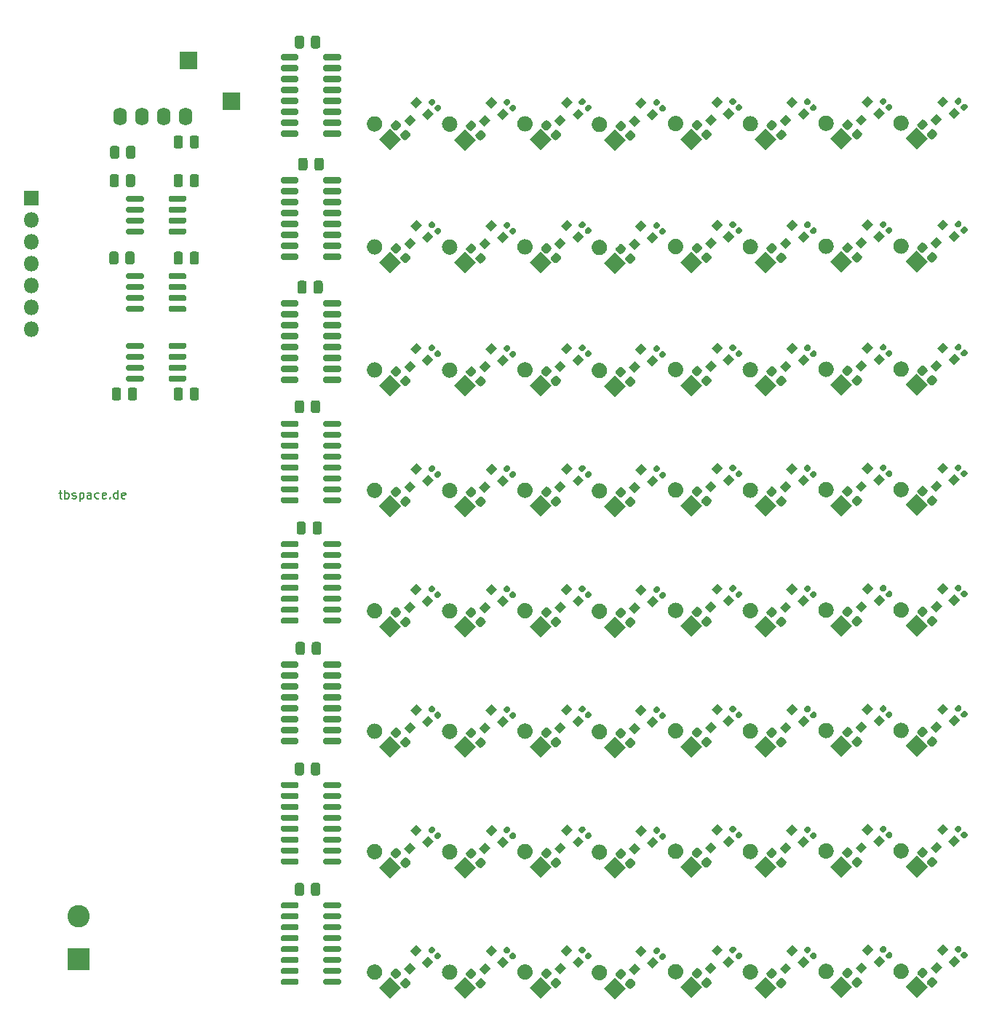
<source format=gts>
%TF.GenerationSoftware,KiCad,Pcbnew,5.1.6*%
%TF.CreationDate,2020-06-23T23:05:21+02:00*%
%TF.ProjectId,NeonMatrix,4e656f6e-4d61-4747-9269-782e6b696361,rev?*%
%TF.SameCoordinates,Original*%
%TF.FileFunction,Soldermask,Top*%
%TF.FilePolarity,Negative*%
%FSLAX46Y46*%
G04 Gerber Fmt 4.6, Leading zero omitted, Abs format (unit mm)*
G04 Created by KiCad (PCBNEW 5.1.6) date 2020-06-23 23:05:21*
%MOMM*%
%LPD*%
G01*
G04 APERTURE LIST*
%ADD10C,0.150000*%
%ADD11O,1.800000X1.800000*%
%ADD12R,1.800000X1.800000*%
%ADD13C,0.100000*%
%ADD14R,2.100000X2.100000*%
%ADD15O,1.600000X2.100000*%
%ADD16C,2.600000*%
%ADD17R,2.600000X2.600000*%
G04 APERTURE END LIST*
D10*
X154671428Y-85265714D02*
X155052380Y-85265714D01*
X154814285Y-84932380D02*
X154814285Y-85789523D01*
X154861904Y-85884761D01*
X154957142Y-85932380D01*
X155052380Y-85932380D01*
X155385714Y-85932380D02*
X155385714Y-84932380D01*
X155385714Y-85313333D02*
X155480952Y-85265714D01*
X155671428Y-85265714D01*
X155766666Y-85313333D01*
X155814285Y-85360952D01*
X155861904Y-85456190D01*
X155861904Y-85741904D01*
X155814285Y-85837142D01*
X155766666Y-85884761D01*
X155671428Y-85932380D01*
X155480952Y-85932380D01*
X155385714Y-85884761D01*
X156242857Y-85884761D02*
X156338095Y-85932380D01*
X156528571Y-85932380D01*
X156623809Y-85884761D01*
X156671428Y-85789523D01*
X156671428Y-85741904D01*
X156623809Y-85646666D01*
X156528571Y-85599047D01*
X156385714Y-85599047D01*
X156290476Y-85551428D01*
X156242857Y-85456190D01*
X156242857Y-85408571D01*
X156290476Y-85313333D01*
X156385714Y-85265714D01*
X156528571Y-85265714D01*
X156623809Y-85313333D01*
X157100000Y-85265714D02*
X157100000Y-86265714D01*
X157100000Y-85313333D02*
X157195238Y-85265714D01*
X157385714Y-85265714D01*
X157480952Y-85313333D01*
X157528571Y-85360952D01*
X157576190Y-85456190D01*
X157576190Y-85741904D01*
X157528571Y-85837142D01*
X157480952Y-85884761D01*
X157385714Y-85932380D01*
X157195238Y-85932380D01*
X157100000Y-85884761D01*
X158433333Y-85932380D02*
X158433333Y-85408571D01*
X158385714Y-85313333D01*
X158290476Y-85265714D01*
X158100000Y-85265714D01*
X158004761Y-85313333D01*
X158433333Y-85884761D02*
X158338095Y-85932380D01*
X158100000Y-85932380D01*
X158004761Y-85884761D01*
X157957142Y-85789523D01*
X157957142Y-85694285D01*
X158004761Y-85599047D01*
X158100000Y-85551428D01*
X158338095Y-85551428D01*
X158433333Y-85503809D01*
X159338095Y-85884761D02*
X159242857Y-85932380D01*
X159052380Y-85932380D01*
X158957142Y-85884761D01*
X158909523Y-85837142D01*
X158861904Y-85741904D01*
X158861904Y-85456190D01*
X158909523Y-85360952D01*
X158957142Y-85313333D01*
X159052380Y-85265714D01*
X159242857Y-85265714D01*
X159338095Y-85313333D01*
X160147619Y-85884761D02*
X160052380Y-85932380D01*
X159861904Y-85932380D01*
X159766666Y-85884761D01*
X159719047Y-85789523D01*
X159719047Y-85408571D01*
X159766666Y-85313333D01*
X159861904Y-85265714D01*
X160052380Y-85265714D01*
X160147619Y-85313333D01*
X160195238Y-85408571D01*
X160195238Y-85503809D01*
X159719047Y-85599047D01*
X160623809Y-85837142D02*
X160671428Y-85884761D01*
X160623809Y-85932380D01*
X160576190Y-85884761D01*
X160623809Y-85837142D01*
X160623809Y-85932380D01*
X161528571Y-85932380D02*
X161528571Y-84932380D01*
X161528571Y-85884761D02*
X161433333Y-85932380D01*
X161242857Y-85932380D01*
X161147619Y-85884761D01*
X161100000Y-85837142D01*
X161052380Y-85741904D01*
X161052380Y-85456190D01*
X161100000Y-85360952D01*
X161147619Y-85313333D01*
X161242857Y-85265714D01*
X161433333Y-85265714D01*
X161528571Y-85313333D01*
X162385714Y-85884761D02*
X162290476Y-85932380D01*
X162100000Y-85932380D01*
X162004761Y-85884761D01*
X161957142Y-85789523D01*
X161957142Y-85408571D01*
X162004761Y-85313333D01*
X162100000Y-85265714D01*
X162290476Y-85265714D01*
X162385714Y-85313333D01*
X162433333Y-85408571D01*
X162433333Y-85503809D01*
X161957142Y-85599047D01*
%TO.C,C16*%
G36*
G01*
X169900000Y-74261250D02*
X169900000Y-73298750D01*
G75*
G02*
X170168750Y-73030000I268750J0D01*
G01*
X170706250Y-73030000D01*
G75*
G02*
X170975000Y-73298750I0J-268750D01*
G01*
X170975000Y-74261250D01*
G75*
G02*
X170706250Y-74530000I-268750J0D01*
G01*
X170168750Y-74530000D01*
G75*
G02*
X169900000Y-74261250I0J268750D01*
G01*
G37*
G36*
G01*
X168025000Y-74261250D02*
X168025000Y-73298750D01*
G75*
G02*
X168293750Y-73030000I268750J0D01*
G01*
X168831250Y-73030000D01*
G75*
G02*
X169100000Y-73298750I0J-268750D01*
G01*
X169100000Y-74261250D01*
G75*
G02*
X168831250Y-74530000I-268750J0D01*
G01*
X168293750Y-74530000D01*
G75*
G02*
X168025000Y-74261250I0J268750D01*
G01*
G37*
%TD*%
%TO.C,C15*%
G36*
G01*
X161900000Y-73298750D02*
X161900000Y-74261250D01*
G75*
G02*
X161631250Y-74530000I-268750J0D01*
G01*
X161093750Y-74530000D01*
G75*
G02*
X160825000Y-74261250I0J268750D01*
G01*
X160825000Y-73298750D01*
G75*
G02*
X161093750Y-73030000I268750J0D01*
G01*
X161631250Y-73030000D01*
G75*
G02*
X161900000Y-73298750I0J-268750D01*
G01*
G37*
G36*
G01*
X163775000Y-73298750D02*
X163775000Y-74261250D01*
G75*
G02*
X163506250Y-74530000I-268750J0D01*
G01*
X162968750Y-74530000D01*
G75*
G02*
X162700000Y-74261250I0J268750D01*
G01*
X162700000Y-73298750D01*
G75*
G02*
X162968750Y-73030000I268750J0D01*
G01*
X163506250Y-73030000D01*
G75*
G02*
X163775000Y-73298750I0J-268750D01*
G01*
G37*
%TD*%
%TO.C,U11*%
G36*
G01*
X164550000Y-71810000D02*
X164550000Y-72160000D01*
G75*
G02*
X164375000Y-72335000I-175000J0D01*
G01*
X162675000Y-72335000D01*
G75*
G02*
X162500000Y-72160000I0J175000D01*
G01*
X162500000Y-71810000D01*
G75*
G02*
X162675000Y-71635000I175000J0D01*
G01*
X164375000Y-71635000D01*
G75*
G02*
X164550000Y-71810000I0J-175000D01*
G01*
G37*
G36*
G01*
X164550000Y-70540000D02*
X164550000Y-70890000D01*
G75*
G02*
X164375000Y-71065000I-175000J0D01*
G01*
X162675000Y-71065000D01*
G75*
G02*
X162500000Y-70890000I0J175000D01*
G01*
X162500000Y-70540000D01*
G75*
G02*
X162675000Y-70365000I175000J0D01*
G01*
X164375000Y-70365000D01*
G75*
G02*
X164550000Y-70540000I0J-175000D01*
G01*
G37*
G36*
G01*
X164550000Y-69270000D02*
X164550000Y-69620000D01*
G75*
G02*
X164375000Y-69795000I-175000J0D01*
G01*
X162675000Y-69795000D01*
G75*
G02*
X162500000Y-69620000I0J175000D01*
G01*
X162500000Y-69270000D01*
G75*
G02*
X162675000Y-69095000I175000J0D01*
G01*
X164375000Y-69095000D01*
G75*
G02*
X164550000Y-69270000I0J-175000D01*
G01*
G37*
G36*
G01*
X164550000Y-68000000D02*
X164550000Y-68350000D01*
G75*
G02*
X164375000Y-68525000I-175000J0D01*
G01*
X162675000Y-68525000D01*
G75*
G02*
X162500000Y-68350000I0J175000D01*
G01*
X162500000Y-68000000D01*
G75*
G02*
X162675000Y-67825000I175000J0D01*
G01*
X164375000Y-67825000D01*
G75*
G02*
X164550000Y-68000000I0J-175000D01*
G01*
G37*
G36*
G01*
X169500000Y-68000000D02*
X169500000Y-68350000D01*
G75*
G02*
X169325000Y-68525000I-175000J0D01*
G01*
X167625000Y-68525000D01*
G75*
G02*
X167450000Y-68350000I0J175000D01*
G01*
X167450000Y-68000000D01*
G75*
G02*
X167625000Y-67825000I175000J0D01*
G01*
X169325000Y-67825000D01*
G75*
G02*
X169500000Y-68000000I0J-175000D01*
G01*
G37*
G36*
G01*
X169500000Y-69270000D02*
X169500000Y-69620000D01*
G75*
G02*
X169325000Y-69795000I-175000J0D01*
G01*
X167625000Y-69795000D01*
G75*
G02*
X167450000Y-69620000I0J175000D01*
G01*
X167450000Y-69270000D01*
G75*
G02*
X167625000Y-69095000I175000J0D01*
G01*
X169325000Y-69095000D01*
G75*
G02*
X169500000Y-69270000I0J-175000D01*
G01*
G37*
G36*
G01*
X169500000Y-70540000D02*
X169500000Y-70890000D01*
G75*
G02*
X169325000Y-71065000I-175000J0D01*
G01*
X167625000Y-71065000D01*
G75*
G02*
X167450000Y-70890000I0J175000D01*
G01*
X167450000Y-70540000D01*
G75*
G02*
X167625000Y-70365000I175000J0D01*
G01*
X169325000Y-70365000D01*
G75*
G02*
X169500000Y-70540000I0J-175000D01*
G01*
G37*
G36*
G01*
X169500000Y-71810000D02*
X169500000Y-72160000D01*
G75*
G02*
X169325000Y-72335000I-175000J0D01*
G01*
X167625000Y-72335000D01*
G75*
G02*
X167450000Y-72160000I0J175000D01*
G01*
X167450000Y-71810000D01*
G75*
G02*
X167625000Y-71635000I175000J0D01*
G01*
X169325000Y-71635000D01*
G75*
G02*
X169500000Y-71810000I0J-175000D01*
G01*
G37*
%TD*%
D11*
%TO.C,J2*%
X151500000Y-66220000D03*
X151500000Y-63680000D03*
X151500000Y-61140000D03*
X151500000Y-58600000D03*
X151500000Y-56060000D03*
X151500000Y-53520000D03*
D12*
X151500000Y-50980000D03*
%TD*%
%TO.C,C14*%
G36*
G01*
X161700000Y-45198750D02*
X161700000Y-46161250D01*
G75*
G02*
X161431250Y-46430000I-268750J0D01*
G01*
X160893750Y-46430000D01*
G75*
G02*
X160625000Y-46161250I0J268750D01*
G01*
X160625000Y-45198750D01*
G75*
G02*
X160893750Y-44930000I268750J0D01*
G01*
X161431250Y-44930000D01*
G75*
G02*
X161700000Y-45198750I0J-268750D01*
G01*
G37*
G36*
G01*
X163575000Y-45198750D02*
X163575000Y-46161250D01*
G75*
G02*
X163306250Y-46430000I-268750J0D01*
G01*
X162768750Y-46430000D01*
G75*
G02*
X162500000Y-46161250I0J268750D01*
G01*
X162500000Y-45198750D01*
G75*
G02*
X162768750Y-44930000I268750J0D01*
G01*
X163306250Y-44930000D01*
G75*
G02*
X163575000Y-45198750I0J-268750D01*
G01*
G37*
%TD*%
%TO.C,NE64*%
G36*
G01*
X252027892Y-141529783D02*
X252027892Y-141529783D01*
G75*
G02*
X252027892Y-140256991I636396J636396D01*
G01*
X252027892Y-140256991D01*
G75*
G02*
X253300684Y-140256991I636396J-636396D01*
G01*
X253300684Y-140256991D01*
G75*
G02*
X253300684Y-141529783I-636396J-636396D01*
G01*
X253300684Y-141529783D01*
G75*
G02*
X252027892Y-141529783I-636396J636396D01*
G01*
G37*
D13*
G36*
X254460339Y-143962230D02*
G01*
X253187547Y-142689438D01*
X254460339Y-141416646D01*
X255733131Y-142689438D01*
X254460339Y-143962230D01*
G37*
%TD*%
%TO.C,NE63*%
G36*
G01*
X243297312Y-141541915D02*
X243297312Y-141541915D01*
G75*
G02*
X243297312Y-140269123I636396J636396D01*
G01*
X243297312Y-140269123D01*
G75*
G02*
X244570104Y-140269123I636396J-636396D01*
G01*
X244570104Y-140269123D01*
G75*
G02*
X244570104Y-141541915I-636396J-636396D01*
G01*
X244570104Y-141541915D01*
G75*
G02*
X243297312Y-141541915I-636396J636396D01*
G01*
G37*
G36*
X245729759Y-143974362D02*
G01*
X244456967Y-142701570D01*
X245729759Y-141428778D01*
X247002551Y-142701570D01*
X245729759Y-143974362D01*
G37*
%TD*%
%TO.C,NE62*%
G36*
G01*
X234484425Y-141602468D02*
X234484425Y-141602468D01*
G75*
G02*
X234484425Y-140329676I636396J636396D01*
G01*
X234484425Y-140329676D01*
G75*
G02*
X235757217Y-140329676I636396J-636396D01*
G01*
X235757217Y-140329676D01*
G75*
G02*
X235757217Y-141602468I-636396J-636396D01*
G01*
X235757217Y-141602468D01*
G75*
G02*
X234484425Y-141602468I-636396J636396D01*
G01*
G37*
G36*
X236916872Y-144034915D02*
G01*
X235644080Y-142762123D01*
X236916872Y-141489331D01*
X238189664Y-142762123D01*
X236916872Y-144034915D01*
G37*
%TD*%
%TO.C,NE61*%
G36*
G01*
X225791674Y-141573108D02*
X225791674Y-141573108D01*
G75*
G02*
X225791674Y-140300316I636396J636396D01*
G01*
X225791674Y-140300316D01*
G75*
G02*
X227064466Y-140300316I636396J-636396D01*
G01*
X227064466Y-140300316D01*
G75*
G02*
X227064466Y-141573108I-636396J-636396D01*
G01*
X227064466Y-141573108D01*
G75*
G02*
X225791674Y-141573108I-636396J636396D01*
G01*
G37*
G36*
X228224121Y-144005555D02*
G01*
X226951329Y-142732763D01*
X228224121Y-141459971D01*
X229496913Y-142732763D01*
X228224121Y-144005555D01*
G37*
%TD*%
%TO.C,NE60*%
G36*
G01*
X216924805Y-141681327D02*
X216924805Y-141681327D01*
G75*
G02*
X216924805Y-140408535I636396J636396D01*
G01*
X216924805Y-140408535D01*
G75*
G02*
X218197597Y-140408535I636396J-636396D01*
G01*
X218197597Y-140408535D01*
G75*
G02*
X218197597Y-141681327I-636396J-636396D01*
G01*
X218197597Y-141681327D01*
G75*
G02*
X216924805Y-141681327I-636396J636396D01*
G01*
G37*
G36*
X219357252Y-144113774D02*
G01*
X218084460Y-142840982D01*
X219357252Y-141568190D01*
X220630044Y-142840982D01*
X219357252Y-144113774D01*
G37*
%TD*%
%TO.C,NE59*%
G36*
G01*
X208268272Y-141611585D02*
X208268272Y-141611585D01*
G75*
G02*
X208268272Y-140338793I636396J636396D01*
G01*
X208268272Y-140338793D01*
G75*
G02*
X209541064Y-140338793I636396J-636396D01*
G01*
X209541064Y-140338793D01*
G75*
G02*
X209541064Y-141611585I-636396J-636396D01*
G01*
X209541064Y-141611585D01*
G75*
G02*
X208268272Y-141611585I-636396J636396D01*
G01*
G37*
G36*
X210700719Y-144044032D02*
G01*
X209427927Y-142771240D01*
X210700719Y-141498448D01*
X211973511Y-142771240D01*
X210700719Y-144044032D01*
G37*
%TD*%
%TO.C,NE58*%
G36*
G01*
X199506714Y-141638900D02*
X199506714Y-141638900D01*
G75*
G02*
X199506714Y-140366108I636396J636396D01*
G01*
X199506714Y-140366108D01*
G75*
G02*
X200779506Y-140366108I636396J-636396D01*
G01*
X200779506Y-140366108D01*
G75*
G02*
X200779506Y-141638900I-636396J-636396D01*
G01*
X200779506Y-141638900D01*
G75*
G02*
X199506714Y-141638900I-636396J636396D01*
G01*
G37*
G36*
X201939161Y-144071347D02*
G01*
X200666369Y-142798555D01*
X201939161Y-141525763D01*
X203211953Y-142798555D01*
X201939161Y-144071347D01*
G37*
%TD*%
%TO.C,NE57*%
G36*
G01*
X190767553Y-141620345D02*
X190767553Y-141620345D01*
G75*
G02*
X190767553Y-140347553I636396J636396D01*
G01*
X190767553Y-140347553D01*
G75*
G02*
X192040345Y-140347553I636396J-636396D01*
G01*
X192040345Y-140347553D01*
G75*
G02*
X192040345Y-141620345I-636396J-636396D01*
G01*
X192040345Y-141620345D01*
G75*
G02*
X190767553Y-141620345I-636396J636396D01*
G01*
G37*
G36*
X193200000Y-144052792D02*
G01*
X191927208Y-142780000D01*
X193200000Y-141507208D01*
X194472792Y-142780000D01*
X193200000Y-144052792D01*
G37*
%TD*%
%TO.C,NE56*%
G36*
G01*
X252027892Y-127529783D02*
X252027892Y-127529783D01*
G75*
G02*
X252027892Y-126256991I636396J636396D01*
G01*
X252027892Y-126256991D01*
G75*
G02*
X253300684Y-126256991I636396J-636396D01*
G01*
X253300684Y-126256991D01*
G75*
G02*
X253300684Y-127529783I-636396J-636396D01*
G01*
X253300684Y-127529783D01*
G75*
G02*
X252027892Y-127529783I-636396J636396D01*
G01*
G37*
G36*
X254460339Y-129962230D02*
G01*
X253187547Y-128689438D01*
X254460339Y-127416646D01*
X255733131Y-128689438D01*
X254460339Y-129962230D01*
G37*
%TD*%
%TO.C,NE55*%
G36*
G01*
X243297312Y-127541915D02*
X243297312Y-127541915D01*
G75*
G02*
X243297312Y-126269123I636396J636396D01*
G01*
X243297312Y-126269123D01*
G75*
G02*
X244570104Y-126269123I636396J-636396D01*
G01*
X244570104Y-126269123D01*
G75*
G02*
X244570104Y-127541915I-636396J-636396D01*
G01*
X244570104Y-127541915D01*
G75*
G02*
X243297312Y-127541915I-636396J636396D01*
G01*
G37*
G36*
X245729759Y-129974362D02*
G01*
X244456967Y-128701570D01*
X245729759Y-127428778D01*
X247002551Y-128701570D01*
X245729759Y-129974362D01*
G37*
%TD*%
%TO.C,NE54*%
G36*
G01*
X234484425Y-127602468D02*
X234484425Y-127602468D01*
G75*
G02*
X234484425Y-126329676I636396J636396D01*
G01*
X234484425Y-126329676D01*
G75*
G02*
X235757217Y-126329676I636396J-636396D01*
G01*
X235757217Y-126329676D01*
G75*
G02*
X235757217Y-127602468I-636396J-636396D01*
G01*
X235757217Y-127602468D01*
G75*
G02*
X234484425Y-127602468I-636396J636396D01*
G01*
G37*
G36*
X236916872Y-130034915D02*
G01*
X235644080Y-128762123D01*
X236916872Y-127489331D01*
X238189664Y-128762123D01*
X236916872Y-130034915D01*
G37*
%TD*%
%TO.C,NE53*%
G36*
G01*
X225791674Y-127573108D02*
X225791674Y-127573108D01*
G75*
G02*
X225791674Y-126300316I636396J636396D01*
G01*
X225791674Y-126300316D01*
G75*
G02*
X227064466Y-126300316I636396J-636396D01*
G01*
X227064466Y-126300316D01*
G75*
G02*
X227064466Y-127573108I-636396J-636396D01*
G01*
X227064466Y-127573108D01*
G75*
G02*
X225791674Y-127573108I-636396J636396D01*
G01*
G37*
G36*
X228224121Y-130005555D02*
G01*
X226951329Y-128732763D01*
X228224121Y-127459971D01*
X229496913Y-128732763D01*
X228224121Y-130005555D01*
G37*
%TD*%
%TO.C,NE52*%
G36*
G01*
X216924805Y-127681327D02*
X216924805Y-127681327D01*
G75*
G02*
X216924805Y-126408535I636396J636396D01*
G01*
X216924805Y-126408535D01*
G75*
G02*
X218197597Y-126408535I636396J-636396D01*
G01*
X218197597Y-126408535D01*
G75*
G02*
X218197597Y-127681327I-636396J-636396D01*
G01*
X218197597Y-127681327D01*
G75*
G02*
X216924805Y-127681327I-636396J636396D01*
G01*
G37*
G36*
X219357252Y-130113774D02*
G01*
X218084460Y-128840982D01*
X219357252Y-127568190D01*
X220630044Y-128840982D01*
X219357252Y-130113774D01*
G37*
%TD*%
%TO.C,NE51*%
G36*
G01*
X208268272Y-127611585D02*
X208268272Y-127611585D01*
G75*
G02*
X208268272Y-126338793I636396J636396D01*
G01*
X208268272Y-126338793D01*
G75*
G02*
X209541064Y-126338793I636396J-636396D01*
G01*
X209541064Y-126338793D01*
G75*
G02*
X209541064Y-127611585I-636396J-636396D01*
G01*
X209541064Y-127611585D01*
G75*
G02*
X208268272Y-127611585I-636396J636396D01*
G01*
G37*
G36*
X210700719Y-130044032D02*
G01*
X209427927Y-128771240D01*
X210700719Y-127498448D01*
X211973511Y-128771240D01*
X210700719Y-130044032D01*
G37*
%TD*%
%TO.C,NE50*%
G36*
G01*
X199506714Y-127638900D02*
X199506714Y-127638900D01*
G75*
G02*
X199506714Y-126366108I636396J636396D01*
G01*
X199506714Y-126366108D01*
G75*
G02*
X200779506Y-126366108I636396J-636396D01*
G01*
X200779506Y-126366108D01*
G75*
G02*
X200779506Y-127638900I-636396J-636396D01*
G01*
X200779506Y-127638900D01*
G75*
G02*
X199506714Y-127638900I-636396J636396D01*
G01*
G37*
G36*
X201939161Y-130071347D02*
G01*
X200666369Y-128798555D01*
X201939161Y-127525763D01*
X203211953Y-128798555D01*
X201939161Y-130071347D01*
G37*
%TD*%
%TO.C,NE49*%
G36*
G01*
X190767553Y-127620345D02*
X190767553Y-127620345D01*
G75*
G02*
X190767553Y-126347553I636396J636396D01*
G01*
X190767553Y-126347553D01*
G75*
G02*
X192040345Y-126347553I636396J-636396D01*
G01*
X192040345Y-126347553D01*
G75*
G02*
X192040345Y-127620345I-636396J-636396D01*
G01*
X192040345Y-127620345D01*
G75*
G02*
X190767553Y-127620345I-636396J636396D01*
G01*
G37*
G36*
X193200000Y-130052792D02*
G01*
X191927208Y-128780000D01*
X193200000Y-127507208D01*
X194472792Y-128780000D01*
X193200000Y-130052792D01*
G37*
%TD*%
%TO.C,NE48*%
G36*
G01*
X252027892Y-113529783D02*
X252027892Y-113529783D01*
G75*
G02*
X252027892Y-112256991I636396J636396D01*
G01*
X252027892Y-112256991D01*
G75*
G02*
X253300684Y-112256991I636396J-636396D01*
G01*
X253300684Y-112256991D01*
G75*
G02*
X253300684Y-113529783I-636396J-636396D01*
G01*
X253300684Y-113529783D01*
G75*
G02*
X252027892Y-113529783I-636396J636396D01*
G01*
G37*
G36*
X254460339Y-115962230D02*
G01*
X253187547Y-114689438D01*
X254460339Y-113416646D01*
X255733131Y-114689438D01*
X254460339Y-115962230D01*
G37*
%TD*%
%TO.C,NE47*%
G36*
G01*
X243297312Y-113541915D02*
X243297312Y-113541915D01*
G75*
G02*
X243297312Y-112269123I636396J636396D01*
G01*
X243297312Y-112269123D01*
G75*
G02*
X244570104Y-112269123I636396J-636396D01*
G01*
X244570104Y-112269123D01*
G75*
G02*
X244570104Y-113541915I-636396J-636396D01*
G01*
X244570104Y-113541915D01*
G75*
G02*
X243297312Y-113541915I-636396J636396D01*
G01*
G37*
G36*
X245729759Y-115974362D02*
G01*
X244456967Y-114701570D01*
X245729759Y-113428778D01*
X247002551Y-114701570D01*
X245729759Y-115974362D01*
G37*
%TD*%
%TO.C,NE46*%
G36*
G01*
X234484425Y-113602468D02*
X234484425Y-113602468D01*
G75*
G02*
X234484425Y-112329676I636396J636396D01*
G01*
X234484425Y-112329676D01*
G75*
G02*
X235757217Y-112329676I636396J-636396D01*
G01*
X235757217Y-112329676D01*
G75*
G02*
X235757217Y-113602468I-636396J-636396D01*
G01*
X235757217Y-113602468D01*
G75*
G02*
X234484425Y-113602468I-636396J636396D01*
G01*
G37*
G36*
X236916872Y-116034915D02*
G01*
X235644080Y-114762123D01*
X236916872Y-113489331D01*
X238189664Y-114762123D01*
X236916872Y-116034915D01*
G37*
%TD*%
%TO.C,NE45*%
G36*
G01*
X225791674Y-113573108D02*
X225791674Y-113573108D01*
G75*
G02*
X225791674Y-112300316I636396J636396D01*
G01*
X225791674Y-112300316D01*
G75*
G02*
X227064466Y-112300316I636396J-636396D01*
G01*
X227064466Y-112300316D01*
G75*
G02*
X227064466Y-113573108I-636396J-636396D01*
G01*
X227064466Y-113573108D01*
G75*
G02*
X225791674Y-113573108I-636396J636396D01*
G01*
G37*
G36*
X228224121Y-116005555D02*
G01*
X226951329Y-114732763D01*
X228224121Y-113459971D01*
X229496913Y-114732763D01*
X228224121Y-116005555D01*
G37*
%TD*%
%TO.C,NE44*%
G36*
G01*
X216924805Y-113681327D02*
X216924805Y-113681327D01*
G75*
G02*
X216924805Y-112408535I636396J636396D01*
G01*
X216924805Y-112408535D01*
G75*
G02*
X218197597Y-112408535I636396J-636396D01*
G01*
X218197597Y-112408535D01*
G75*
G02*
X218197597Y-113681327I-636396J-636396D01*
G01*
X218197597Y-113681327D01*
G75*
G02*
X216924805Y-113681327I-636396J636396D01*
G01*
G37*
G36*
X219357252Y-116113774D02*
G01*
X218084460Y-114840982D01*
X219357252Y-113568190D01*
X220630044Y-114840982D01*
X219357252Y-116113774D01*
G37*
%TD*%
%TO.C,NE43*%
G36*
G01*
X208268272Y-113611585D02*
X208268272Y-113611585D01*
G75*
G02*
X208268272Y-112338793I636396J636396D01*
G01*
X208268272Y-112338793D01*
G75*
G02*
X209541064Y-112338793I636396J-636396D01*
G01*
X209541064Y-112338793D01*
G75*
G02*
X209541064Y-113611585I-636396J-636396D01*
G01*
X209541064Y-113611585D01*
G75*
G02*
X208268272Y-113611585I-636396J636396D01*
G01*
G37*
G36*
X210700719Y-116044032D02*
G01*
X209427927Y-114771240D01*
X210700719Y-113498448D01*
X211973511Y-114771240D01*
X210700719Y-116044032D01*
G37*
%TD*%
%TO.C,NE42*%
G36*
G01*
X199506714Y-113638900D02*
X199506714Y-113638900D01*
G75*
G02*
X199506714Y-112366108I636396J636396D01*
G01*
X199506714Y-112366108D01*
G75*
G02*
X200779506Y-112366108I636396J-636396D01*
G01*
X200779506Y-112366108D01*
G75*
G02*
X200779506Y-113638900I-636396J-636396D01*
G01*
X200779506Y-113638900D01*
G75*
G02*
X199506714Y-113638900I-636396J636396D01*
G01*
G37*
G36*
X201939161Y-116071347D02*
G01*
X200666369Y-114798555D01*
X201939161Y-113525763D01*
X203211953Y-114798555D01*
X201939161Y-116071347D01*
G37*
%TD*%
%TO.C,NE41*%
G36*
G01*
X190767553Y-113620345D02*
X190767553Y-113620345D01*
G75*
G02*
X190767553Y-112347553I636396J636396D01*
G01*
X190767553Y-112347553D01*
G75*
G02*
X192040345Y-112347553I636396J-636396D01*
G01*
X192040345Y-112347553D01*
G75*
G02*
X192040345Y-113620345I-636396J-636396D01*
G01*
X192040345Y-113620345D01*
G75*
G02*
X190767553Y-113620345I-636396J636396D01*
G01*
G37*
G36*
X193200000Y-116052792D02*
G01*
X191927208Y-114780000D01*
X193200000Y-113507208D01*
X194472792Y-114780000D01*
X193200000Y-116052792D01*
G37*
%TD*%
%TO.C,NE40*%
G36*
G01*
X252027892Y-99529783D02*
X252027892Y-99529783D01*
G75*
G02*
X252027892Y-98256991I636396J636396D01*
G01*
X252027892Y-98256991D01*
G75*
G02*
X253300684Y-98256991I636396J-636396D01*
G01*
X253300684Y-98256991D01*
G75*
G02*
X253300684Y-99529783I-636396J-636396D01*
G01*
X253300684Y-99529783D01*
G75*
G02*
X252027892Y-99529783I-636396J636396D01*
G01*
G37*
G36*
X254460339Y-101962230D02*
G01*
X253187547Y-100689438D01*
X254460339Y-99416646D01*
X255733131Y-100689438D01*
X254460339Y-101962230D01*
G37*
%TD*%
%TO.C,NE39*%
G36*
G01*
X243297312Y-99541915D02*
X243297312Y-99541915D01*
G75*
G02*
X243297312Y-98269123I636396J636396D01*
G01*
X243297312Y-98269123D01*
G75*
G02*
X244570104Y-98269123I636396J-636396D01*
G01*
X244570104Y-98269123D01*
G75*
G02*
X244570104Y-99541915I-636396J-636396D01*
G01*
X244570104Y-99541915D01*
G75*
G02*
X243297312Y-99541915I-636396J636396D01*
G01*
G37*
G36*
X245729759Y-101974362D02*
G01*
X244456967Y-100701570D01*
X245729759Y-99428778D01*
X247002551Y-100701570D01*
X245729759Y-101974362D01*
G37*
%TD*%
%TO.C,NE38*%
G36*
G01*
X234484425Y-99602468D02*
X234484425Y-99602468D01*
G75*
G02*
X234484425Y-98329676I636396J636396D01*
G01*
X234484425Y-98329676D01*
G75*
G02*
X235757217Y-98329676I636396J-636396D01*
G01*
X235757217Y-98329676D01*
G75*
G02*
X235757217Y-99602468I-636396J-636396D01*
G01*
X235757217Y-99602468D01*
G75*
G02*
X234484425Y-99602468I-636396J636396D01*
G01*
G37*
G36*
X236916872Y-102034915D02*
G01*
X235644080Y-100762123D01*
X236916872Y-99489331D01*
X238189664Y-100762123D01*
X236916872Y-102034915D01*
G37*
%TD*%
%TO.C,NE37*%
G36*
G01*
X225791674Y-99573108D02*
X225791674Y-99573108D01*
G75*
G02*
X225791674Y-98300316I636396J636396D01*
G01*
X225791674Y-98300316D01*
G75*
G02*
X227064466Y-98300316I636396J-636396D01*
G01*
X227064466Y-98300316D01*
G75*
G02*
X227064466Y-99573108I-636396J-636396D01*
G01*
X227064466Y-99573108D01*
G75*
G02*
X225791674Y-99573108I-636396J636396D01*
G01*
G37*
G36*
X228224121Y-102005555D02*
G01*
X226951329Y-100732763D01*
X228224121Y-99459971D01*
X229496913Y-100732763D01*
X228224121Y-102005555D01*
G37*
%TD*%
%TO.C,NE36*%
G36*
G01*
X216924805Y-99681327D02*
X216924805Y-99681327D01*
G75*
G02*
X216924805Y-98408535I636396J636396D01*
G01*
X216924805Y-98408535D01*
G75*
G02*
X218197597Y-98408535I636396J-636396D01*
G01*
X218197597Y-98408535D01*
G75*
G02*
X218197597Y-99681327I-636396J-636396D01*
G01*
X218197597Y-99681327D01*
G75*
G02*
X216924805Y-99681327I-636396J636396D01*
G01*
G37*
G36*
X219357252Y-102113774D02*
G01*
X218084460Y-100840982D01*
X219357252Y-99568190D01*
X220630044Y-100840982D01*
X219357252Y-102113774D01*
G37*
%TD*%
%TO.C,NE35*%
G36*
G01*
X208268272Y-99611585D02*
X208268272Y-99611585D01*
G75*
G02*
X208268272Y-98338793I636396J636396D01*
G01*
X208268272Y-98338793D01*
G75*
G02*
X209541064Y-98338793I636396J-636396D01*
G01*
X209541064Y-98338793D01*
G75*
G02*
X209541064Y-99611585I-636396J-636396D01*
G01*
X209541064Y-99611585D01*
G75*
G02*
X208268272Y-99611585I-636396J636396D01*
G01*
G37*
G36*
X210700719Y-102044032D02*
G01*
X209427927Y-100771240D01*
X210700719Y-99498448D01*
X211973511Y-100771240D01*
X210700719Y-102044032D01*
G37*
%TD*%
%TO.C,NE34*%
G36*
G01*
X199506714Y-99638900D02*
X199506714Y-99638900D01*
G75*
G02*
X199506714Y-98366108I636396J636396D01*
G01*
X199506714Y-98366108D01*
G75*
G02*
X200779506Y-98366108I636396J-636396D01*
G01*
X200779506Y-98366108D01*
G75*
G02*
X200779506Y-99638900I-636396J-636396D01*
G01*
X200779506Y-99638900D01*
G75*
G02*
X199506714Y-99638900I-636396J636396D01*
G01*
G37*
G36*
X201939161Y-102071347D02*
G01*
X200666369Y-100798555D01*
X201939161Y-99525763D01*
X203211953Y-100798555D01*
X201939161Y-102071347D01*
G37*
%TD*%
%TO.C,NE33*%
G36*
G01*
X190767553Y-99620345D02*
X190767553Y-99620345D01*
G75*
G02*
X190767553Y-98347553I636396J636396D01*
G01*
X190767553Y-98347553D01*
G75*
G02*
X192040345Y-98347553I636396J-636396D01*
G01*
X192040345Y-98347553D01*
G75*
G02*
X192040345Y-99620345I-636396J-636396D01*
G01*
X192040345Y-99620345D01*
G75*
G02*
X190767553Y-99620345I-636396J636396D01*
G01*
G37*
G36*
X193200000Y-102052792D02*
G01*
X191927208Y-100780000D01*
X193200000Y-99507208D01*
X194472792Y-100780000D01*
X193200000Y-102052792D01*
G37*
%TD*%
%TO.C,NE32*%
G36*
G01*
X252027892Y-85529783D02*
X252027892Y-85529783D01*
G75*
G02*
X252027892Y-84256991I636396J636396D01*
G01*
X252027892Y-84256991D01*
G75*
G02*
X253300684Y-84256991I636396J-636396D01*
G01*
X253300684Y-84256991D01*
G75*
G02*
X253300684Y-85529783I-636396J-636396D01*
G01*
X253300684Y-85529783D01*
G75*
G02*
X252027892Y-85529783I-636396J636396D01*
G01*
G37*
G36*
X254460339Y-87962230D02*
G01*
X253187547Y-86689438D01*
X254460339Y-85416646D01*
X255733131Y-86689438D01*
X254460339Y-87962230D01*
G37*
%TD*%
%TO.C,NE31*%
G36*
G01*
X243297312Y-85541915D02*
X243297312Y-85541915D01*
G75*
G02*
X243297312Y-84269123I636396J636396D01*
G01*
X243297312Y-84269123D01*
G75*
G02*
X244570104Y-84269123I636396J-636396D01*
G01*
X244570104Y-84269123D01*
G75*
G02*
X244570104Y-85541915I-636396J-636396D01*
G01*
X244570104Y-85541915D01*
G75*
G02*
X243297312Y-85541915I-636396J636396D01*
G01*
G37*
G36*
X245729759Y-87974362D02*
G01*
X244456967Y-86701570D01*
X245729759Y-85428778D01*
X247002551Y-86701570D01*
X245729759Y-87974362D01*
G37*
%TD*%
%TO.C,NE30*%
G36*
G01*
X234484425Y-85602468D02*
X234484425Y-85602468D01*
G75*
G02*
X234484425Y-84329676I636396J636396D01*
G01*
X234484425Y-84329676D01*
G75*
G02*
X235757217Y-84329676I636396J-636396D01*
G01*
X235757217Y-84329676D01*
G75*
G02*
X235757217Y-85602468I-636396J-636396D01*
G01*
X235757217Y-85602468D01*
G75*
G02*
X234484425Y-85602468I-636396J636396D01*
G01*
G37*
G36*
X236916872Y-88034915D02*
G01*
X235644080Y-86762123D01*
X236916872Y-85489331D01*
X238189664Y-86762123D01*
X236916872Y-88034915D01*
G37*
%TD*%
%TO.C,NE29*%
G36*
G01*
X225791674Y-85573108D02*
X225791674Y-85573108D01*
G75*
G02*
X225791674Y-84300316I636396J636396D01*
G01*
X225791674Y-84300316D01*
G75*
G02*
X227064466Y-84300316I636396J-636396D01*
G01*
X227064466Y-84300316D01*
G75*
G02*
X227064466Y-85573108I-636396J-636396D01*
G01*
X227064466Y-85573108D01*
G75*
G02*
X225791674Y-85573108I-636396J636396D01*
G01*
G37*
G36*
X228224121Y-88005555D02*
G01*
X226951329Y-86732763D01*
X228224121Y-85459971D01*
X229496913Y-86732763D01*
X228224121Y-88005555D01*
G37*
%TD*%
%TO.C,NE28*%
G36*
G01*
X216924805Y-85681327D02*
X216924805Y-85681327D01*
G75*
G02*
X216924805Y-84408535I636396J636396D01*
G01*
X216924805Y-84408535D01*
G75*
G02*
X218197597Y-84408535I636396J-636396D01*
G01*
X218197597Y-84408535D01*
G75*
G02*
X218197597Y-85681327I-636396J-636396D01*
G01*
X218197597Y-85681327D01*
G75*
G02*
X216924805Y-85681327I-636396J636396D01*
G01*
G37*
G36*
X219357252Y-88113774D02*
G01*
X218084460Y-86840982D01*
X219357252Y-85568190D01*
X220630044Y-86840982D01*
X219357252Y-88113774D01*
G37*
%TD*%
%TO.C,NE27*%
G36*
G01*
X208268272Y-85611585D02*
X208268272Y-85611585D01*
G75*
G02*
X208268272Y-84338793I636396J636396D01*
G01*
X208268272Y-84338793D01*
G75*
G02*
X209541064Y-84338793I636396J-636396D01*
G01*
X209541064Y-84338793D01*
G75*
G02*
X209541064Y-85611585I-636396J-636396D01*
G01*
X209541064Y-85611585D01*
G75*
G02*
X208268272Y-85611585I-636396J636396D01*
G01*
G37*
G36*
X210700719Y-88044032D02*
G01*
X209427927Y-86771240D01*
X210700719Y-85498448D01*
X211973511Y-86771240D01*
X210700719Y-88044032D01*
G37*
%TD*%
%TO.C,NE26*%
G36*
G01*
X199506714Y-85638900D02*
X199506714Y-85638900D01*
G75*
G02*
X199506714Y-84366108I636396J636396D01*
G01*
X199506714Y-84366108D01*
G75*
G02*
X200779506Y-84366108I636396J-636396D01*
G01*
X200779506Y-84366108D01*
G75*
G02*
X200779506Y-85638900I-636396J-636396D01*
G01*
X200779506Y-85638900D01*
G75*
G02*
X199506714Y-85638900I-636396J636396D01*
G01*
G37*
G36*
X201939161Y-88071347D02*
G01*
X200666369Y-86798555D01*
X201939161Y-85525763D01*
X203211953Y-86798555D01*
X201939161Y-88071347D01*
G37*
%TD*%
%TO.C,NE25*%
G36*
G01*
X190767553Y-85620345D02*
X190767553Y-85620345D01*
G75*
G02*
X190767553Y-84347553I636396J636396D01*
G01*
X190767553Y-84347553D01*
G75*
G02*
X192040345Y-84347553I636396J-636396D01*
G01*
X192040345Y-84347553D01*
G75*
G02*
X192040345Y-85620345I-636396J-636396D01*
G01*
X192040345Y-85620345D01*
G75*
G02*
X190767553Y-85620345I-636396J636396D01*
G01*
G37*
G36*
X193200000Y-88052792D02*
G01*
X191927208Y-86780000D01*
X193200000Y-85507208D01*
X194472792Y-86780000D01*
X193200000Y-88052792D01*
G37*
%TD*%
%TO.C,NE24*%
G36*
G01*
X252027892Y-71529783D02*
X252027892Y-71529783D01*
G75*
G02*
X252027892Y-70256991I636396J636396D01*
G01*
X252027892Y-70256991D01*
G75*
G02*
X253300684Y-70256991I636396J-636396D01*
G01*
X253300684Y-70256991D01*
G75*
G02*
X253300684Y-71529783I-636396J-636396D01*
G01*
X253300684Y-71529783D01*
G75*
G02*
X252027892Y-71529783I-636396J636396D01*
G01*
G37*
G36*
X254460339Y-73962230D02*
G01*
X253187547Y-72689438D01*
X254460339Y-71416646D01*
X255733131Y-72689438D01*
X254460339Y-73962230D01*
G37*
%TD*%
%TO.C,NE23*%
G36*
G01*
X243297312Y-71541915D02*
X243297312Y-71541915D01*
G75*
G02*
X243297312Y-70269123I636396J636396D01*
G01*
X243297312Y-70269123D01*
G75*
G02*
X244570104Y-70269123I636396J-636396D01*
G01*
X244570104Y-70269123D01*
G75*
G02*
X244570104Y-71541915I-636396J-636396D01*
G01*
X244570104Y-71541915D01*
G75*
G02*
X243297312Y-71541915I-636396J636396D01*
G01*
G37*
G36*
X245729759Y-73974362D02*
G01*
X244456967Y-72701570D01*
X245729759Y-71428778D01*
X247002551Y-72701570D01*
X245729759Y-73974362D01*
G37*
%TD*%
%TO.C,NE22*%
G36*
G01*
X234484425Y-71602468D02*
X234484425Y-71602468D01*
G75*
G02*
X234484425Y-70329676I636396J636396D01*
G01*
X234484425Y-70329676D01*
G75*
G02*
X235757217Y-70329676I636396J-636396D01*
G01*
X235757217Y-70329676D01*
G75*
G02*
X235757217Y-71602468I-636396J-636396D01*
G01*
X235757217Y-71602468D01*
G75*
G02*
X234484425Y-71602468I-636396J636396D01*
G01*
G37*
G36*
X236916872Y-74034915D02*
G01*
X235644080Y-72762123D01*
X236916872Y-71489331D01*
X238189664Y-72762123D01*
X236916872Y-74034915D01*
G37*
%TD*%
%TO.C,NE21*%
G36*
G01*
X225791674Y-71573108D02*
X225791674Y-71573108D01*
G75*
G02*
X225791674Y-70300316I636396J636396D01*
G01*
X225791674Y-70300316D01*
G75*
G02*
X227064466Y-70300316I636396J-636396D01*
G01*
X227064466Y-70300316D01*
G75*
G02*
X227064466Y-71573108I-636396J-636396D01*
G01*
X227064466Y-71573108D01*
G75*
G02*
X225791674Y-71573108I-636396J636396D01*
G01*
G37*
G36*
X228224121Y-74005555D02*
G01*
X226951329Y-72732763D01*
X228224121Y-71459971D01*
X229496913Y-72732763D01*
X228224121Y-74005555D01*
G37*
%TD*%
%TO.C,NE20*%
G36*
G01*
X216924805Y-71681327D02*
X216924805Y-71681327D01*
G75*
G02*
X216924805Y-70408535I636396J636396D01*
G01*
X216924805Y-70408535D01*
G75*
G02*
X218197597Y-70408535I636396J-636396D01*
G01*
X218197597Y-70408535D01*
G75*
G02*
X218197597Y-71681327I-636396J-636396D01*
G01*
X218197597Y-71681327D01*
G75*
G02*
X216924805Y-71681327I-636396J636396D01*
G01*
G37*
G36*
X219357252Y-74113774D02*
G01*
X218084460Y-72840982D01*
X219357252Y-71568190D01*
X220630044Y-72840982D01*
X219357252Y-74113774D01*
G37*
%TD*%
%TO.C,NE19*%
G36*
G01*
X208268272Y-71611585D02*
X208268272Y-71611585D01*
G75*
G02*
X208268272Y-70338793I636396J636396D01*
G01*
X208268272Y-70338793D01*
G75*
G02*
X209541064Y-70338793I636396J-636396D01*
G01*
X209541064Y-70338793D01*
G75*
G02*
X209541064Y-71611585I-636396J-636396D01*
G01*
X209541064Y-71611585D01*
G75*
G02*
X208268272Y-71611585I-636396J636396D01*
G01*
G37*
G36*
X210700719Y-74044032D02*
G01*
X209427927Y-72771240D01*
X210700719Y-71498448D01*
X211973511Y-72771240D01*
X210700719Y-74044032D01*
G37*
%TD*%
%TO.C,NE18*%
G36*
G01*
X199506714Y-71638900D02*
X199506714Y-71638900D01*
G75*
G02*
X199506714Y-70366108I636396J636396D01*
G01*
X199506714Y-70366108D01*
G75*
G02*
X200779506Y-70366108I636396J-636396D01*
G01*
X200779506Y-70366108D01*
G75*
G02*
X200779506Y-71638900I-636396J-636396D01*
G01*
X200779506Y-71638900D01*
G75*
G02*
X199506714Y-71638900I-636396J636396D01*
G01*
G37*
G36*
X201939161Y-74071347D02*
G01*
X200666369Y-72798555D01*
X201939161Y-71525763D01*
X203211953Y-72798555D01*
X201939161Y-74071347D01*
G37*
%TD*%
%TO.C,NE17*%
G36*
G01*
X190767553Y-71620345D02*
X190767553Y-71620345D01*
G75*
G02*
X190767553Y-70347553I636396J636396D01*
G01*
X190767553Y-70347553D01*
G75*
G02*
X192040345Y-70347553I636396J-636396D01*
G01*
X192040345Y-70347553D01*
G75*
G02*
X192040345Y-71620345I-636396J-636396D01*
G01*
X192040345Y-71620345D01*
G75*
G02*
X190767553Y-71620345I-636396J636396D01*
G01*
G37*
G36*
X193200000Y-74052792D02*
G01*
X191927208Y-72780000D01*
X193200000Y-71507208D01*
X194472792Y-72780000D01*
X193200000Y-74052792D01*
G37*
%TD*%
%TO.C,NE16*%
G36*
G01*
X252027892Y-57229783D02*
X252027892Y-57229783D01*
G75*
G02*
X252027892Y-55956991I636396J636396D01*
G01*
X252027892Y-55956991D01*
G75*
G02*
X253300684Y-55956991I636396J-636396D01*
G01*
X253300684Y-55956991D01*
G75*
G02*
X253300684Y-57229783I-636396J-636396D01*
G01*
X253300684Y-57229783D01*
G75*
G02*
X252027892Y-57229783I-636396J636396D01*
G01*
G37*
G36*
X254460339Y-59662230D02*
G01*
X253187547Y-58389438D01*
X254460339Y-57116646D01*
X255733131Y-58389438D01*
X254460339Y-59662230D01*
G37*
%TD*%
%TO.C,NE15*%
G36*
G01*
X243297312Y-57241915D02*
X243297312Y-57241915D01*
G75*
G02*
X243297312Y-55969123I636396J636396D01*
G01*
X243297312Y-55969123D01*
G75*
G02*
X244570104Y-55969123I636396J-636396D01*
G01*
X244570104Y-55969123D01*
G75*
G02*
X244570104Y-57241915I-636396J-636396D01*
G01*
X244570104Y-57241915D01*
G75*
G02*
X243297312Y-57241915I-636396J636396D01*
G01*
G37*
G36*
X245729759Y-59674362D02*
G01*
X244456967Y-58401570D01*
X245729759Y-57128778D01*
X247002551Y-58401570D01*
X245729759Y-59674362D01*
G37*
%TD*%
%TO.C,NE14*%
G36*
G01*
X234484425Y-57302468D02*
X234484425Y-57302468D01*
G75*
G02*
X234484425Y-56029676I636396J636396D01*
G01*
X234484425Y-56029676D01*
G75*
G02*
X235757217Y-56029676I636396J-636396D01*
G01*
X235757217Y-56029676D01*
G75*
G02*
X235757217Y-57302468I-636396J-636396D01*
G01*
X235757217Y-57302468D01*
G75*
G02*
X234484425Y-57302468I-636396J636396D01*
G01*
G37*
G36*
X236916872Y-59734915D02*
G01*
X235644080Y-58462123D01*
X236916872Y-57189331D01*
X238189664Y-58462123D01*
X236916872Y-59734915D01*
G37*
%TD*%
%TO.C,NE13*%
G36*
G01*
X225791674Y-57273108D02*
X225791674Y-57273108D01*
G75*
G02*
X225791674Y-56000316I636396J636396D01*
G01*
X225791674Y-56000316D01*
G75*
G02*
X227064466Y-56000316I636396J-636396D01*
G01*
X227064466Y-56000316D01*
G75*
G02*
X227064466Y-57273108I-636396J-636396D01*
G01*
X227064466Y-57273108D01*
G75*
G02*
X225791674Y-57273108I-636396J636396D01*
G01*
G37*
G36*
X228224121Y-59705555D02*
G01*
X226951329Y-58432763D01*
X228224121Y-57159971D01*
X229496913Y-58432763D01*
X228224121Y-59705555D01*
G37*
%TD*%
%TO.C,NE12*%
G36*
G01*
X216924805Y-57381327D02*
X216924805Y-57381327D01*
G75*
G02*
X216924805Y-56108535I636396J636396D01*
G01*
X216924805Y-56108535D01*
G75*
G02*
X218197597Y-56108535I636396J-636396D01*
G01*
X218197597Y-56108535D01*
G75*
G02*
X218197597Y-57381327I-636396J-636396D01*
G01*
X218197597Y-57381327D01*
G75*
G02*
X216924805Y-57381327I-636396J636396D01*
G01*
G37*
G36*
X219357252Y-59813774D02*
G01*
X218084460Y-58540982D01*
X219357252Y-57268190D01*
X220630044Y-58540982D01*
X219357252Y-59813774D01*
G37*
%TD*%
%TO.C,NE11*%
G36*
G01*
X208268272Y-57311585D02*
X208268272Y-57311585D01*
G75*
G02*
X208268272Y-56038793I636396J636396D01*
G01*
X208268272Y-56038793D01*
G75*
G02*
X209541064Y-56038793I636396J-636396D01*
G01*
X209541064Y-56038793D01*
G75*
G02*
X209541064Y-57311585I-636396J-636396D01*
G01*
X209541064Y-57311585D01*
G75*
G02*
X208268272Y-57311585I-636396J636396D01*
G01*
G37*
G36*
X210700719Y-59744032D02*
G01*
X209427927Y-58471240D01*
X210700719Y-57198448D01*
X211973511Y-58471240D01*
X210700719Y-59744032D01*
G37*
%TD*%
%TO.C,NE10*%
G36*
G01*
X199506714Y-57338900D02*
X199506714Y-57338900D01*
G75*
G02*
X199506714Y-56066108I636396J636396D01*
G01*
X199506714Y-56066108D01*
G75*
G02*
X200779506Y-56066108I636396J-636396D01*
G01*
X200779506Y-56066108D01*
G75*
G02*
X200779506Y-57338900I-636396J-636396D01*
G01*
X200779506Y-57338900D01*
G75*
G02*
X199506714Y-57338900I-636396J636396D01*
G01*
G37*
G36*
X201939161Y-59771347D02*
G01*
X200666369Y-58498555D01*
X201939161Y-57225763D01*
X203211953Y-58498555D01*
X201939161Y-59771347D01*
G37*
%TD*%
%TO.C,NE9*%
G36*
G01*
X190767553Y-57320345D02*
X190767553Y-57320345D01*
G75*
G02*
X190767553Y-56047553I636396J636396D01*
G01*
X190767553Y-56047553D01*
G75*
G02*
X192040345Y-56047553I636396J-636396D01*
G01*
X192040345Y-56047553D01*
G75*
G02*
X192040345Y-57320345I-636396J-636396D01*
G01*
X192040345Y-57320345D01*
G75*
G02*
X190767553Y-57320345I-636396J636396D01*
G01*
G37*
G36*
X193200000Y-59752792D02*
G01*
X191927208Y-58480000D01*
X193200000Y-57207208D01*
X194472792Y-58480000D01*
X193200000Y-59752792D01*
G37*
%TD*%
%TO.C,NE1*%
G36*
G01*
X190767553Y-43020345D02*
X190767553Y-43020345D01*
G75*
G02*
X190767553Y-41747553I636396J636396D01*
G01*
X190767553Y-41747553D01*
G75*
G02*
X192040345Y-41747553I636396J-636396D01*
G01*
X192040345Y-41747553D01*
G75*
G02*
X192040345Y-43020345I-636396J-636396D01*
G01*
X192040345Y-43020345D01*
G75*
G02*
X190767553Y-43020345I-636396J636396D01*
G01*
G37*
G36*
X193200000Y-45452792D02*
G01*
X191927208Y-44180000D01*
X193200000Y-42907208D01*
X194472792Y-44180000D01*
X193200000Y-45452792D01*
G37*
%TD*%
%TO.C,NE8*%
G36*
G01*
X252027892Y-42929783D02*
X252027892Y-42929783D01*
G75*
G02*
X252027892Y-41656991I636396J636396D01*
G01*
X252027892Y-41656991D01*
G75*
G02*
X253300684Y-41656991I636396J-636396D01*
G01*
X253300684Y-41656991D01*
G75*
G02*
X253300684Y-42929783I-636396J-636396D01*
G01*
X253300684Y-42929783D01*
G75*
G02*
X252027892Y-42929783I-636396J636396D01*
G01*
G37*
G36*
X254460339Y-45362230D02*
G01*
X253187547Y-44089438D01*
X254460339Y-42816646D01*
X255733131Y-44089438D01*
X254460339Y-45362230D01*
G37*
%TD*%
%TO.C,NE7*%
G36*
G01*
X243297312Y-42941915D02*
X243297312Y-42941915D01*
G75*
G02*
X243297312Y-41669123I636396J636396D01*
G01*
X243297312Y-41669123D01*
G75*
G02*
X244570104Y-41669123I636396J-636396D01*
G01*
X244570104Y-41669123D01*
G75*
G02*
X244570104Y-42941915I-636396J-636396D01*
G01*
X244570104Y-42941915D01*
G75*
G02*
X243297312Y-42941915I-636396J636396D01*
G01*
G37*
G36*
X245729759Y-45374362D02*
G01*
X244456967Y-44101570D01*
X245729759Y-42828778D01*
X247002551Y-44101570D01*
X245729759Y-45374362D01*
G37*
%TD*%
%TO.C,NE6*%
G36*
G01*
X234484425Y-43002468D02*
X234484425Y-43002468D01*
G75*
G02*
X234484425Y-41729676I636396J636396D01*
G01*
X234484425Y-41729676D01*
G75*
G02*
X235757217Y-41729676I636396J-636396D01*
G01*
X235757217Y-41729676D01*
G75*
G02*
X235757217Y-43002468I-636396J-636396D01*
G01*
X235757217Y-43002468D01*
G75*
G02*
X234484425Y-43002468I-636396J636396D01*
G01*
G37*
G36*
X236916872Y-45434915D02*
G01*
X235644080Y-44162123D01*
X236916872Y-42889331D01*
X238189664Y-44162123D01*
X236916872Y-45434915D01*
G37*
%TD*%
%TO.C,NE5*%
G36*
G01*
X225791674Y-42973108D02*
X225791674Y-42973108D01*
G75*
G02*
X225791674Y-41700316I636396J636396D01*
G01*
X225791674Y-41700316D01*
G75*
G02*
X227064466Y-41700316I636396J-636396D01*
G01*
X227064466Y-41700316D01*
G75*
G02*
X227064466Y-42973108I-636396J-636396D01*
G01*
X227064466Y-42973108D01*
G75*
G02*
X225791674Y-42973108I-636396J636396D01*
G01*
G37*
G36*
X228224121Y-45405555D02*
G01*
X226951329Y-44132763D01*
X228224121Y-42859971D01*
X229496913Y-44132763D01*
X228224121Y-45405555D01*
G37*
%TD*%
%TO.C,NE4*%
G36*
G01*
X216924805Y-43081327D02*
X216924805Y-43081327D01*
G75*
G02*
X216924805Y-41808535I636396J636396D01*
G01*
X216924805Y-41808535D01*
G75*
G02*
X218197597Y-41808535I636396J-636396D01*
G01*
X218197597Y-41808535D01*
G75*
G02*
X218197597Y-43081327I-636396J-636396D01*
G01*
X218197597Y-43081327D01*
G75*
G02*
X216924805Y-43081327I-636396J636396D01*
G01*
G37*
G36*
X219357252Y-45513774D02*
G01*
X218084460Y-44240982D01*
X219357252Y-42968190D01*
X220630044Y-44240982D01*
X219357252Y-45513774D01*
G37*
%TD*%
%TO.C,NE3*%
G36*
G01*
X208268272Y-43011585D02*
X208268272Y-43011585D01*
G75*
G02*
X208268272Y-41738793I636396J636396D01*
G01*
X208268272Y-41738793D01*
G75*
G02*
X209541064Y-41738793I636396J-636396D01*
G01*
X209541064Y-41738793D01*
G75*
G02*
X209541064Y-43011585I-636396J-636396D01*
G01*
X209541064Y-43011585D01*
G75*
G02*
X208268272Y-43011585I-636396J636396D01*
G01*
G37*
G36*
X210700719Y-45444032D02*
G01*
X209427927Y-44171240D01*
X210700719Y-42898448D01*
X211973511Y-44171240D01*
X210700719Y-45444032D01*
G37*
%TD*%
%TO.C,NE2*%
G36*
G01*
X199506714Y-43038900D02*
X199506714Y-43038900D01*
G75*
G02*
X199506714Y-41766108I636396J636396D01*
G01*
X199506714Y-41766108D01*
G75*
G02*
X200779506Y-41766108I636396J-636396D01*
G01*
X200779506Y-41766108D01*
G75*
G02*
X200779506Y-43038900I-636396J-636396D01*
G01*
X200779506Y-43038900D01*
G75*
G02*
X199506714Y-43038900I-636396J636396D01*
G01*
G37*
G36*
X201939161Y-45471347D02*
G01*
X200666369Y-44198555D01*
X201939161Y-42925763D01*
X203211953Y-44198555D01*
X201939161Y-45471347D01*
G37*
%TD*%
D14*
%TO.C,HV_GND*%
X169750000Y-34980000D03*
%TD*%
%TO.C,HV_VCC*%
X174750000Y-39730000D03*
%TD*%
%TO.C,U1*%
G36*
G01*
X182550000Y-43350000D02*
X182550000Y-43700000D01*
G75*
G02*
X182375000Y-43875000I-175000J0D01*
G01*
X180675000Y-43875000D01*
G75*
G02*
X180500000Y-43700000I0J175000D01*
G01*
X180500000Y-43350000D01*
G75*
G02*
X180675000Y-43175000I175000J0D01*
G01*
X182375000Y-43175000D01*
G75*
G02*
X182550000Y-43350000I0J-175000D01*
G01*
G37*
G36*
G01*
X182550000Y-42080000D02*
X182550000Y-42430000D01*
G75*
G02*
X182375000Y-42605000I-175000J0D01*
G01*
X180675000Y-42605000D01*
G75*
G02*
X180500000Y-42430000I0J175000D01*
G01*
X180500000Y-42080000D01*
G75*
G02*
X180675000Y-41905000I175000J0D01*
G01*
X182375000Y-41905000D01*
G75*
G02*
X182550000Y-42080000I0J-175000D01*
G01*
G37*
G36*
G01*
X182550000Y-40810000D02*
X182550000Y-41160000D01*
G75*
G02*
X182375000Y-41335000I-175000J0D01*
G01*
X180675000Y-41335000D01*
G75*
G02*
X180500000Y-41160000I0J175000D01*
G01*
X180500000Y-40810000D01*
G75*
G02*
X180675000Y-40635000I175000J0D01*
G01*
X182375000Y-40635000D01*
G75*
G02*
X182550000Y-40810000I0J-175000D01*
G01*
G37*
G36*
G01*
X182550000Y-39540000D02*
X182550000Y-39890000D01*
G75*
G02*
X182375000Y-40065000I-175000J0D01*
G01*
X180675000Y-40065000D01*
G75*
G02*
X180500000Y-39890000I0J175000D01*
G01*
X180500000Y-39540000D01*
G75*
G02*
X180675000Y-39365000I175000J0D01*
G01*
X182375000Y-39365000D01*
G75*
G02*
X182550000Y-39540000I0J-175000D01*
G01*
G37*
G36*
G01*
X182550000Y-38270000D02*
X182550000Y-38620000D01*
G75*
G02*
X182375000Y-38795000I-175000J0D01*
G01*
X180675000Y-38795000D01*
G75*
G02*
X180500000Y-38620000I0J175000D01*
G01*
X180500000Y-38270000D01*
G75*
G02*
X180675000Y-38095000I175000J0D01*
G01*
X182375000Y-38095000D01*
G75*
G02*
X182550000Y-38270000I0J-175000D01*
G01*
G37*
G36*
G01*
X182550000Y-37000000D02*
X182550000Y-37350000D01*
G75*
G02*
X182375000Y-37525000I-175000J0D01*
G01*
X180675000Y-37525000D01*
G75*
G02*
X180500000Y-37350000I0J175000D01*
G01*
X180500000Y-37000000D01*
G75*
G02*
X180675000Y-36825000I175000J0D01*
G01*
X182375000Y-36825000D01*
G75*
G02*
X182550000Y-37000000I0J-175000D01*
G01*
G37*
G36*
G01*
X182550000Y-35730000D02*
X182550000Y-36080000D01*
G75*
G02*
X182375000Y-36255000I-175000J0D01*
G01*
X180675000Y-36255000D01*
G75*
G02*
X180500000Y-36080000I0J175000D01*
G01*
X180500000Y-35730000D01*
G75*
G02*
X180675000Y-35555000I175000J0D01*
G01*
X182375000Y-35555000D01*
G75*
G02*
X182550000Y-35730000I0J-175000D01*
G01*
G37*
G36*
G01*
X182550000Y-34460000D02*
X182550000Y-34810000D01*
G75*
G02*
X182375000Y-34985000I-175000J0D01*
G01*
X180675000Y-34985000D01*
G75*
G02*
X180500000Y-34810000I0J175000D01*
G01*
X180500000Y-34460000D01*
G75*
G02*
X180675000Y-34285000I175000J0D01*
G01*
X182375000Y-34285000D01*
G75*
G02*
X182550000Y-34460000I0J-175000D01*
G01*
G37*
G36*
G01*
X187500000Y-34460000D02*
X187500000Y-34810000D01*
G75*
G02*
X187325000Y-34985000I-175000J0D01*
G01*
X185625000Y-34985000D01*
G75*
G02*
X185450000Y-34810000I0J175000D01*
G01*
X185450000Y-34460000D01*
G75*
G02*
X185625000Y-34285000I175000J0D01*
G01*
X187325000Y-34285000D01*
G75*
G02*
X187500000Y-34460000I0J-175000D01*
G01*
G37*
G36*
G01*
X187500000Y-35730000D02*
X187500000Y-36080000D01*
G75*
G02*
X187325000Y-36255000I-175000J0D01*
G01*
X185625000Y-36255000D01*
G75*
G02*
X185450000Y-36080000I0J175000D01*
G01*
X185450000Y-35730000D01*
G75*
G02*
X185625000Y-35555000I175000J0D01*
G01*
X187325000Y-35555000D01*
G75*
G02*
X187500000Y-35730000I0J-175000D01*
G01*
G37*
G36*
G01*
X187500000Y-37000000D02*
X187500000Y-37350000D01*
G75*
G02*
X187325000Y-37525000I-175000J0D01*
G01*
X185625000Y-37525000D01*
G75*
G02*
X185450000Y-37350000I0J175000D01*
G01*
X185450000Y-37000000D01*
G75*
G02*
X185625000Y-36825000I175000J0D01*
G01*
X187325000Y-36825000D01*
G75*
G02*
X187500000Y-37000000I0J-175000D01*
G01*
G37*
G36*
G01*
X187500000Y-38270000D02*
X187500000Y-38620000D01*
G75*
G02*
X187325000Y-38795000I-175000J0D01*
G01*
X185625000Y-38795000D01*
G75*
G02*
X185450000Y-38620000I0J175000D01*
G01*
X185450000Y-38270000D01*
G75*
G02*
X185625000Y-38095000I175000J0D01*
G01*
X187325000Y-38095000D01*
G75*
G02*
X187500000Y-38270000I0J-175000D01*
G01*
G37*
G36*
G01*
X187500000Y-39540000D02*
X187500000Y-39890000D01*
G75*
G02*
X187325000Y-40065000I-175000J0D01*
G01*
X185625000Y-40065000D01*
G75*
G02*
X185450000Y-39890000I0J175000D01*
G01*
X185450000Y-39540000D01*
G75*
G02*
X185625000Y-39365000I175000J0D01*
G01*
X187325000Y-39365000D01*
G75*
G02*
X187500000Y-39540000I0J-175000D01*
G01*
G37*
G36*
G01*
X187500000Y-40810000D02*
X187500000Y-41160000D01*
G75*
G02*
X187325000Y-41335000I-175000J0D01*
G01*
X185625000Y-41335000D01*
G75*
G02*
X185450000Y-41160000I0J175000D01*
G01*
X185450000Y-40810000D01*
G75*
G02*
X185625000Y-40635000I175000J0D01*
G01*
X187325000Y-40635000D01*
G75*
G02*
X187500000Y-40810000I0J-175000D01*
G01*
G37*
G36*
G01*
X187500000Y-42080000D02*
X187500000Y-42430000D01*
G75*
G02*
X187325000Y-42605000I-175000J0D01*
G01*
X185625000Y-42605000D01*
G75*
G02*
X185450000Y-42430000I0J175000D01*
G01*
X185450000Y-42080000D01*
G75*
G02*
X185625000Y-41905000I175000J0D01*
G01*
X187325000Y-41905000D01*
G75*
G02*
X187500000Y-42080000I0J-175000D01*
G01*
G37*
G36*
G01*
X187500000Y-43350000D02*
X187500000Y-43700000D01*
G75*
G02*
X187325000Y-43875000I-175000J0D01*
G01*
X185625000Y-43875000D01*
G75*
G02*
X185450000Y-43700000I0J175000D01*
G01*
X185450000Y-43350000D01*
G75*
G02*
X185625000Y-43175000I175000J0D01*
G01*
X187325000Y-43175000D01*
G75*
G02*
X187500000Y-43350000I0J-175000D01*
G01*
G37*
%TD*%
%TO.C,C5*%
G36*
G01*
X169900000Y-44961250D02*
X169900000Y-43998750D01*
G75*
G02*
X170168750Y-43730000I268750J0D01*
G01*
X170706250Y-43730000D01*
G75*
G02*
X170975000Y-43998750I0J-268750D01*
G01*
X170975000Y-44961250D01*
G75*
G02*
X170706250Y-45230000I-268750J0D01*
G01*
X170168750Y-45230000D01*
G75*
G02*
X169900000Y-44961250I0J268750D01*
G01*
G37*
G36*
G01*
X168025000Y-44961250D02*
X168025000Y-43998750D01*
G75*
G02*
X168293750Y-43730000I268750J0D01*
G01*
X168831250Y-43730000D01*
G75*
G02*
X169100000Y-43998750I0J-268750D01*
G01*
X169100000Y-44961250D01*
G75*
G02*
X168831250Y-45230000I-268750J0D01*
G01*
X168293750Y-45230000D01*
G75*
G02*
X168025000Y-44961250I0J268750D01*
G01*
G37*
%TD*%
%TO.C,C4*%
G36*
G01*
X169900000Y-49461250D02*
X169900000Y-48498750D01*
G75*
G02*
X170168750Y-48230000I268750J0D01*
G01*
X170706250Y-48230000D01*
G75*
G02*
X170975000Y-48498750I0J-268750D01*
G01*
X170975000Y-49461250D01*
G75*
G02*
X170706250Y-49730000I-268750J0D01*
G01*
X170168750Y-49730000D01*
G75*
G02*
X169900000Y-49461250I0J268750D01*
G01*
G37*
G36*
G01*
X168025000Y-49461250D02*
X168025000Y-48498750D01*
G75*
G02*
X168293750Y-48230000I268750J0D01*
G01*
X168831250Y-48230000D01*
G75*
G02*
X169100000Y-48498750I0J-268750D01*
G01*
X169100000Y-49461250D01*
G75*
G02*
X168831250Y-49730000I-268750J0D01*
G01*
X168293750Y-49730000D01*
G75*
G02*
X168025000Y-49461250I0J268750D01*
G01*
G37*
%TD*%
%TO.C,U10*%
G36*
G01*
X167450000Y-60250000D02*
X167450000Y-59900000D01*
G75*
G02*
X167625000Y-59725000I175000J0D01*
G01*
X169325000Y-59725000D01*
G75*
G02*
X169500000Y-59900000I0J-175000D01*
G01*
X169500000Y-60250000D01*
G75*
G02*
X169325000Y-60425000I-175000J0D01*
G01*
X167625000Y-60425000D01*
G75*
G02*
X167450000Y-60250000I0J175000D01*
G01*
G37*
G36*
G01*
X167450000Y-61520000D02*
X167450000Y-61170000D01*
G75*
G02*
X167625000Y-60995000I175000J0D01*
G01*
X169325000Y-60995000D01*
G75*
G02*
X169500000Y-61170000I0J-175000D01*
G01*
X169500000Y-61520000D01*
G75*
G02*
X169325000Y-61695000I-175000J0D01*
G01*
X167625000Y-61695000D01*
G75*
G02*
X167450000Y-61520000I0J175000D01*
G01*
G37*
G36*
G01*
X167450000Y-62790000D02*
X167450000Y-62440000D01*
G75*
G02*
X167625000Y-62265000I175000J0D01*
G01*
X169325000Y-62265000D01*
G75*
G02*
X169500000Y-62440000I0J-175000D01*
G01*
X169500000Y-62790000D01*
G75*
G02*
X169325000Y-62965000I-175000J0D01*
G01*
X167625000Y-62965000D01*
G75*
G02*
X167450000Y-62790000I0J175000D01*
G01*
G37*
G36*
G01*
X167450000Y-64060000D02*
X167450000Y-63710000D01*
G75*
G02*
X167625000Y-63535000I175000J0D01*
G01*
X169325000Y-63535000D01*
G75*
G02*
X169500000Y-63710000I0J-175000D01*
G01*
X169500000Y-64060000D01*
G75*
G02*
X169325000Y-64235000I-175000J0D01*
G01*
X167625000Y-64235000D01*
G75*
G02*
X167450000Y-64060000I0J175000D01*
G01*
G37*
G36*
G01*
X162500000Y-64060000D02*
X162500000Y-63710000D01*
G75*
G02*
X162675000Y-63535000I175000J0D01*
G01*
X164375000Y-63535000D01*
G75*
G02*
X164550000Y-63710000I0J-175000D01*
G01*
X164550000Y-64060000D01*
G75*
G02*
X164375000Y-64235000I-175000J0D01*
G01*
X162675000Y-64235000D01*
G75*
G02*
X162500000Y-64060000I0J175000D01*
G01*
G37*
G36*
G01*
X162500000Y-62790000D02*
X162500000Y-62440000D01*
G75*
G02*
X162675000Y-62265000I175000J0D01*
G01*
X164375000Y-62265000D01*
G75*
G02*
X164550000Y-62440000I0J-175000D01*
G01*
X164550000Y-62790000D01*
G75*
G02*
X164375000Y-62965000I-175000J0D01*
G01*
X162675000Y-62965000D01*
G75*
G02*
X162500000Y-62790000I0J175000D01*
G01*
G37*
G36*
G01*
X162500000Y-61520000D02*
X162500000Y-61170000D01*
G75*
G02*
X162675000Y-60995000I175000J0D01*
G01*
X164375000Y-60995000D01*
G75*
G02*
X164550000Y-61170000I0J-175000D01*
G01*
X164550000Y-61520000D01*
G75*
G02*
X164375000Y-61695000I-175000J0D01*
G01*
X162675000Y-61695000D01*
G75*
G02*
X162500000Y-61520000I0J175000D01*
G01*
G37*
G36*
G01*
X162500000Y-60250000D02*
X162500000Y-59900000D01*
G75*
G02*
X162675000Y-59725000I175000J0D01*
G01*
X164375000Y-59725000D01*
G75*
G02*
X164550000Y-59900000I0J-175000D01*
G01*
X164550000Y-60250000D01*
G75*
G02*
X164375000Y-60425000I-175000J0D01*
G01*
X162675000Y-60425000D01*
G75*
G02*
X162500000Y-60250000I0J175000D01*
G01*
G37*
%TD*%
%TO.C,U9*%
G36*
G01*
X167450000Y-51250000D02*
X167450000Y-50900000D01*
G75*
G02*
X167625000Y-50725000I175000J0D01*
G01*
X169325000Y-50725000D01*
G75*
G02*
X169500000Y-50900000I0J-175000D01*
G01*
X169500000Y-51250000D01*
G75*
G02*
X169325000Y-51425000I-175000J0D01*
G01*
X167625000Y-51425000D01*
G75*
G02*
X167450000Y-51250000I0J175000D01*
G01*
G37*
G36*
G01*
X167450000Y-52520000D02*
X167450000Y-52170000D01*
G75*
G02*
X167625000Y-51995000I175000J0D01*
G01*
X169325000Y-51995000D01*
G75*
G02*
X169500000Y-52170000I0J-175000D01*
G01*
X169500000Y-52520000D01*
G75*
G02*
X169325000Y-52695000I-175000J0D01*
G01*
X167625000Y-52695000D01*
G75*
G02*
X167450000Y-52520000I0J175000D01*
G01*
G37*
G36*
G01*
X167450000Y-53790000D02*
X167450000Y-53440000D01*
G75*
G02*
X167625000Y-53265000I175000J0D01*
G01*
X169325000Y-53265000D01*
G75*
G02*
X169500000Y-53440000I0J-175000D01*
G01*
X169500000Y-53790000D01*
G75*
G02*
X169325000Y-53965000I-175000J0D01*
G01*
X167625000Y-53965000D01*
G75*
G02*
X167450000Y-53790000I0J175000D01*
G01*
G37*
G36*
G01*
X167450000Y-55060000D02*
X167450000Y-54710000D01*
G75*
G02*
X167625000Y-54535000I175000J0D01*
G01*
X169325000Y-54535000D01*
G75*
G02*
X169500000Y-54710000I0J-175000D01*
G01*
X169500000Y-55060000D01*
G75*
G02*
X169325000Y-55235000I-175000J0D01*
G01*
X167625000Y-55235000D01*
G75*
G02*
X167450000Y-55060000I0J175000D01*
G01*
G37*
G36*
G01*
X162500000Y-55060000D02*
X162500000Y-54710000D01*
G75*
G02*
X162675000Y-54535000I175000J0D01*
G01*
X164375000Y-54535000D01*
G75*
G02*
X164550000Y-54710000I0J-175000D01*
G01*
X164550000Y-55060000D01*
G75*
G02*
X164375000Y-55235000I-175000J0D01*
G01*
X162675000Y-55235000D01*
G75*
G02*
X162500000Y-55060000I0J175000D01*
G01*
G37*
G36*
G01*
X162500000Y-53790000D02*
X162500000Y-53440000D01*
G75*
G02*
X162675000Y-53265000I175000J0D01*
G01*
X164375000Y-53265000D01*
G75*
G02*
X164550000Y-53440000I0J-175000D01*
G01*
X164550000Y-53790000D01*
G75*
G02*
X164375000Y-53965000I-175000J0D01*
G01*
X162675000Y-53965000D01*
G75*
G02*
X162500000Y-53790000I0J175000D01*
G01*
G37*
G36*
G01*
X162500000Y-52520000D02*
X162500000Y-52170000D01*
G75*
G02*
X162675000Y-51995000I175000J0D01*
G01*
X164375000Y-51995000D01*
G75*
G02*
X164550000Y-52170000I0J-175000D01*
G01*
X164550000Y-52520000D01*
G75*
G02*
X164375000Y-52695000I-175000J0D01*
G01*
X162675000Y-52695000D01*
G75*
G02*
X162500000Y-52520000I0J175000D01*
G01*
G37*
G36*
G01*
X162500000Y-51250000D02*
X162500000Y-50900000D01*
G75*
G02*
X162675000Y-50725000I175000J0D01*
G01*
X164375000Y-50725000D01*
G75*
G02*
X164550000Y-50900000I0J-175000D01*
G01*
X164550000Y-51250000D01*
G75*
G02*
X164375000Y-51425000I-175000J0D01*
G01*
X162675000Y-51425000D01*
G75*
G02*
X162500000Y-51250000I0J175000D01*
G01*
G37*
%TD*%
D15*
%TO.C,M1*%
X161750000Y-41510000D03*
X164290000Y-41510000D03*
X166830000Y-41510000D03*
X169370000Y-41510000D03*
%TD*%
D16*
%TO.C,J1*%
X157000000Y-134480000D03*
D17*
X157000000Y-139480000D03*
%TD*%
%TO.C,C13*%
G36*
G01*
X184000000Y-75741250D02*
X184000000Y-74778750D01*
G75*
G02*
X184268750Y-74510000I268750J0D01*
G01*
X184806250Y-74510000D01*
G75*
G02*
X185075000Y-74778750I0J-268750D01*
G01*
X185075000Y-75741250D01*
G75*
G02*
X184806250Y-76010000I-268750J0D01*
G01*
X184268750Y-76010000D01*
G75*
G02*
X184000000Y-75741250I0J268750D01*
G01*
G37*
G36*
G01*
X182125000Y-75741250D02*
X182125000Y-74778750D01*
G75*
G02*
X182393750Y-74510000I268750J0D01*
G01*
X182931250Y-74510000D01*
G75*
G02*
X183200000Y-74778750I0J-268750D01*
G01*
X183200000Y-75741250D01*
G75*
G02*
X182931250Y-76010000I-268750J0D01*
G01*
X182393750Y-76010000D01*
G75*
G02*
X182125000Y-75741250I0J268750D01*
G01*
G37*
%TD*%
%TO.C,C12*%
G36*
G01*
X184200000Y-89841250D02*
X184200000Y-88878750D01*
G75*
G02*
X184468750Y-88610000I268750J0D01*
G01*
X185006250Y-88610000D01*
G75*
G02*
X185275000Y-88878750I0J-268750D01*
G01*
X185275000Y-89841250D01*
G75*
G02*
X185006250Y-90110000I-268750J0D01*
G01*
X184468750Y-90110000D01*
G75*
G02*
X184200000Y-89841250I0J268750D01*
G01*
G37*
G36*
G01*
X182325000Y-89841250D02*
X182325000Y-88878750D01*
G75*
G02*
X182593750Y-88610000I268750J0D01*
G01*
X183131250Y-88610000D01*
G75*
G02*
X183400000Y-88878750I0J-268750D01*
G01*
X183400000Y-89841250D01*
G75*
G02*
X183131250Y-90110000I-268750J0D01*
G01*
X182593750Y-90110000D01*
G75*
G02*
X182325000Y-89841250I0J268750D01*
G01*
G37*
%TD*%
%TO.C,C11*%
G36*
G01*
X184300000Y-61841250D02*
X184300000Y-60878750D01*
G75*
G02*
X184568750Y-60610000I268750J0D01*
G01*
X185106250Y-60610000D01*
G75*
G02*
X185375000Y-60878750I0J-268750D01*
G01*
X185375000Y-61841250D01*
G75*
G02*
X185106250Y-62110000I-268750J0D01*
G01*
X184568750Y-62110000D01*
G75*
G02*
X184300000Y-61841250I0J268750D01*
G01*
G37*
G36*
G01*
X182425000Y-61841250D02*
X182425000Y-60878750D01*
G75*
G02*
X182693750Y-60610000I268750J0D01*
G01*
X183231250Y-60610000D01*
G75*
G02*
X183500000Y-60878750I0J-268750D01*
G01*
X183500000Y-61841250D01*
G75*
G02*
X183231250Y-62110000I-268750J0D01*
G01*
X182693750Y-62110000D01*
G75*
G02*
X182425000Y-61841250I0J268750D01*
G01*
G37*
%TD*%
%TO.C,C10*%
G36*
G01*
X184100000Y-103841250D02*
X184100000Y-102878750D01*
G75*
G02*
X184368750Y-102610000I268750J0D01*
G01*
X184906250Y-102610000D01*
G75*
G02*
X185175000Y-102878750I0J-268750D01*
G01*
X185175000Y-103841250D01*
G75*
G02*
X184906250Y-104110000I-268750J0D01*
G01*
X184368750Y-104110000D01*
G75*
G02*
X184100000Y-103841250I0J268750D01*
G01*
G37*
G36*
G01*
X182225000Y-103841250D02*
X182225000Y-102878750D01*
G75*
G02*
X182493750Y-102610000I268750J0D01*
G01*
X183031250Y-102610000D01*
G75*
G02*
X183300000Y-102878750I0J-268750D01*
G01*
X183300000Y-103841250D01*
G75*
G02*
X183031250Y-104110000I-268750J0D01*
G01*
X182493750Y-104110000D01*
G75*
G02*
X182225000Y-103841250I0J268750D01*
G01*
G37*
%TD*%
%TO.C,C9*%
G36*
G01*
X184400000Y-47541250D02*
X184400000Y-46578750D01*
G75*
G02*
X184668750Y-46310000I268750J0D01*
G01*
X185206250Y-46310000D01*
G75*
G02*
X185475000Y-46578750I0J-268750D01*
G01*
X185475000Y-47541250D01*
G75*
G02*
X185206250Y-47810000I-268750J0D01*
G01*
X184668750Y-47810000D01*
G75*
G02*
X184400000Y-47541250I0J268750D01*
G01*
G37*
G36*
G01*
X182525000Y-47541250D02*
X182525000Y-46578750D01*
G75*
G02*
X182793750Y-46310000I268750J0D01*
G01*
X183331250Y-46310000D01*
G75*
G02*
X183600000Y-46578750I0J-268750D01*
G01*
X183600000Y-47541250D01*
G75*
G02*
X183331250Y-47810000I-268750J0D01*
G01*
X182793750Y-47810000D01*
G75*
G02*
X182525000Y-47541250I0J268750D01*
G01*
G37*
%TD*%
%TO.C,C8*%
G36*
G01*
X184000000Y-117841250D02*
X184000000Y-116878750D01*
G75*
G02*
X184268750Y-116610000I268750J0D01*
G01*
X184806250Y-116610000D01*
G75*
G02*
X185075000Y-116878750I0J-268750D01*
G01*
X185075000Y-117841250D01*
G75*
G02*
X184806250Y-118110000I-268750J0D01*
G01*
X184268750Y-118110000D01*
G75*
G02*
X184000000Y-117841250I0J268750D01*
G01*
G37*
G36*
G01*
X182125000Y-117841250D02*
X182125000Y-116878750D01*
G75*
G02*
X182393750Y-116610000I268750J0D01*
G01*
X182931250Y-116610000D01*
G75*
G02*
X183200000Y-116878750I0J-268750D01*
G01*
X183200000Y-117841250D01*
G75*
G02*
X182931250Y-118110000I-268750J0D01*
G01*
X182393750Y-118110000D01*
G75*
G02*
X182125000Y-117841250I0J268750D01*
G01*
G37*
%TD*%
%TO.C,C7*%
G36*
G01*
X184000000Y-33361250D02*
X184000000Y-32398750D01*
G75*
G02*
X184268750Y-32130000I268750J0D01*
G01*
X184806250Y-32130000D01*
G75*
G02*
X185075000Y-32398750I0J-268750D01*
G01*
X185075000Y-33361250D01*
G75*
G02*
X184806250Y-33630000I-268750J0D01*
G01*
X184268750Y-33630000D01*
G75*
G02*
X184000000Y-33361250I0J268750D01*
G01*
G37*
G36*
G01*
X182125000Y-33361250D02*
X182125000Y-32398750D01*
G75*
G02*
X182393750Y-32130000I268750J0D01*
G01*
X182931250Y-32130000D01*
G75*
G02*
X183200000Y-32398750I0J-268750D01*
G01*
X183200000Y-33361250D01*
G75*
G02*
X182931250Y-33630000I-268750J0D01*
G01*
X182393750Y-33630000D01*
G75*
G02*
X182125000Y-33361250I0J268750D01*
G01*
G37*
%TD*%
%TO.C,C6*%
G36*
G01*
X184000000Y-131841250D02*
X184000000Y-130878750D01*
G75*
G02*
X184268750Y-130610000I268750J0D01*
G01*
X184806250Y-130610000D01*
G75*
G02*
X185075000Y-130878750I0J-268750D01*
G01*
X185075000Y-131841250D01*
G75*
G02*
X184806250Y-132110000I-268750J0D01*
G01*
X184268750Y-132110000D01*
G75*
G02*
X184000000Y-131841250I0J268750D01*
G01*
G37*
G36*
G01*
X182125000Y-131841250D02*
X182125000Y-130878750D01*
G75*
G02*
X182393750Y-130610000I268750J0D01*
G01*
X182931250Y-130610000D01*
G75*
G02*
X183200000Y-130878750I0J-268750D01*
G01*
X183200000Y-131841250D01*
G75*
G02*
X182931250Y-132110000I-268750J0D01*
G01*
X182393750Y-132110000D01*
G75*
G02*
X182125000Y-131841250I0J268750D01*
G01*
G37*
%TD*%
%TO.C,C3*%
G36*
G01*
X169900000Y-58461250D02*
X169900000Y-57498750D01*
G75*
G02*
X170168750Y-57230000I268750J0D01*
G01*
X170706250Y-57230000D01*
G75*
G02*
X170975000Y-57498750I0J-268750D01*
G01*
X170975000Y-58461250D01*
G75*
G02*
X170706250Y-58730000I-268750J0D01*
G01*
X170168750Y-58730000D01*
G75*
G02*
X169900000Y-58461250I0J268750D01*
G01*
G37*
G36*
G01*
X168025000Y-58461250D02*
X168025000Y-57498750D01*
G75*
G02*
X168293750Y-57230000I268750J0D01*
G01*
X168831250Y-57230000D01*
G75*
G02*
X169100000Y-57498750I0J-268750D01*
G01*
X169100000Y-58461250D01*
G75*
G02*
X168831250Y-58730000I-268750J0D01*
G01*
X168293750Y-58730000D01*
G75*
G02*
X168025000Y-58461250I0J268750D01*
G01*
G37*
%TD*%
%TO.C,C2*%
G36*
G01*
X161600000Y-57498750D02*
X161600000Y-58461250D01*
G75*
G02*
X161331250Y-58730000I-268750J0D01*
G01*
X160793750Y-58730000D01*
G75*
G02*
X160525000Y-58461250I0J268750D01*
G01*
X160525000Y-57498750D01*
G75*
G02*
X160793750Y-57230000I268750J0D01*
G01*
X161331250Y-57230000D01*
G75*
G02*
X161600000Y-57498750I0J-268750D01*
G01*
G37*
G36*
G01*
X163475000Y-57498750D02*
X163475000Y-58461250D01*
G75*
G02*
X163206250Y-58730000I-268750J0D01*
G01*
X162668750Y-58730000D01*
G75*
G02*
X162400000Y-58461250I0J268750D01*
G01*
X162400000Y-57498750D01*
G75*
G02*
X162668750Y-57230000I268750J0D01*
G01*
X163206250Y-57230000D01*
G75*
G02*
X163475000Y-57498750I0J-268750D01*
G01*
G37*
%TD*%
%TO.C,C1*%
G36*
G01*
X161662499Y-48498750D02*
X161662499Y-49461250D01*
G75*
G02*
X161393749Y-49730000I-268750J0D01*
G01*
X160856249Y-49730000D01*
G75*
G02*
X160587499Y-49461250I0J268750D01*
G01*
X160587499Y-48498750D01*
G75*
G02*
X160856249Y-48230000I268750J0D01*
G01*
X161393749Y-48230000D01*
G75*
G02*
X161662499Y-48498750I0J-268750D01*
G01*
G37*
G36*
G01*
X163537499Y-48498750D02*
X163537499Y-49461250D01*
G75*
G02*
X163268749Y-49730000I-268750J0D01*
G01*
X162731249Y-49730000D01*
G75*
G02*
X162462499Y-49461250I0J268750D01*
G01*
X162462499Y-48498750D01*
G75*
G02*
X162731249Y-48230000I268750J0D01*
G01*
X163268749Y-48230000D01*
G75*
G02*
X163537499Y-48498750I0J-268750D01*
G01*
G37*
%TD*%
%TO.C,R128*%
G36*
G01*
X255716752Y-142043598D02*
X256114500Y-141645851D01*
G75*
G02*
X256459214Y-141645851I172357J-172357D01*
G01*
X256803928Y-141990565D01*
G75*
G02*
X256803928Y-142335279I-172357J-172357D01*
G01*
X256406180Y-142733027D01*
G75*
G02*
X256061466Y-142733027I-172357J172357D01*
G01*
X255716752Y-142388313D01*
G75*
G02*
X255716752Y-142043599I172357J172357D01*
G01*
G37*
G36*
G01*
X254603058Y-140929904D02*
X255000806Y-140532157D01*
G75*
G02*
X255345520Y-140532157I172357J-172357D01*
G01*
X255690234Y-140876871D01*
G75*
G02*
X255690234Y-141221585I-172357J-172357D01*
G01*
X255292486Y-141619333D01*
G75*
G02*
X254947772Y-141619333I-172357J172357D01*
G01*
X254603058Y-141274619D01*
G75*
G02*
X254603058Y-140929905I172357J172357D01*
G01*
G37*
%TD*%
%TO.C,R127*%
G36*
G01*
X259619682Y-138928087D02*
X259898989Y-138648779D01*
G75*
G02*
X260142941Y-138648779I121976J-121976D01*
G01*
X260386893Y-138892731D01*
G75*
G02*
X260386893Y-139136683I-121976J-121976D01*
G01*
X260107585Y-139415991D01*
G75*
G02*
X259863633Y-139415991I-121976J121976D01*
G01*
X259619681Y-139172039D01*
G75*
G02*
X259619681Y-138928087I121976J121976D01*
G01*
G37*
G36*
G01*
X258933788Y-138242193D02*
X259213095Y-137962885D01*
G75*
G02*
X259457047Y-137962885I121976J-121976D01*
G01*
X259700999Y-138206837D01*
G75*
G02*
X259700999Y-138450789I-121976J-121976D01*
G01*
X259421691Y-138730097D01*
G75*
G02*
X259177739Y-138730097I-121976J121976D01*
G01*
X258933787Y-138486145D01*
G75*
G02*
X258933787Y-138242193I121976J121976D01*
G01*
G37*
%TD*%
%TO.C,R126*%
G36*
G01*
X246986171Y-142055729D02*
X247383919Y-141657982D01*
G75*
G02*
X247728633Y-141657982I172357J-172357D01*
G01*
X248073347Y-142002696D01*
G75*
G02*
X248073347Y-142347410I-172357J-172357D01*
G01*
X247675599Y-142745158D01*
G75*
G02*
X247330885Y-142745158I-172357J172357D01*
G01*
X246986171Y-142400444D01*
G75*
G02*
X246986171Y-142055730I172357J172357D01*
G01*
G37*
G36*
G01*
X245872477Y-140942035D02*
X246270225Y-140544288D01*
G75*
G02*
X246614939Y-140544288I172357J-172357D01*
G01*
X246959653Y-140889002D01*
G75*
G02*
X246959653Y-141233716I-172357J-172357D01*
G01*
X246561905Y-141631464D01*
G75*
G02*
X246217191Y-141631464I-172357J172357D01*
G01*
X245872477Y-141286750D01*
G75*
G02*
X245872477Y-140942036I172357J172357D01*
G01*
G37*
%TD*%
%TO.C,R125*%
G36*
G01*
X250889101Y-138940219D02*
X251168408Y-138660911D01*
G75*
G02*
X251412360Y-138660911I121976J-121976D01*
G01*
X251656312Y-138904863D01*
G75*
G02*
X251656312Y-139148815I-121976J-121976D01*
G01*
X251377004Y-139428123D01*
G75*
G02*
X251133052Y-139428123I-121976J121976D01*
G01*
X250889100Y-139184171D01*
G75*
G02*
X250889100Y-138940219I121976J121976D01*
G01*
G37*
G36*
G01*
X250203207Y-138254325D02*
X250482514Y-137975017D01*
G75*
G02*
X250726466Y-137975017I121976J-121976D01*
G01*
X250970418Y-138218969D01*
G75*
G02*
X250970418Y-138462921I-121976J-121976D01*
G01*
X250691110Y-138742229D01*
G75*
G02*
X250447158Y-138742229I-121976J121976D01*
G01*
X250203206Y-138498277D01*
G75*
G02*
X250203206Y-138254325I121976J121976D01*
G01*
G37*
%TD*%
%TO.C,R124*%
G36*
G01*
X238173284Y-142116282D02*
X238571032Y-141718535D01*
G75*
G02*
X238915746Y-141718535I172357J-172357D01*
G01*
X239260460Y-142063249D01*
G75*
G02*
X239260460Y-142407963I-172357J-172357D01*
G01*
X238862712Y-142805711D01*
G75*
G02*
X238517998Y-142805711I-172357J172357D01*
G01*
X238173284Y-142460997D01*
G75*
G02*
X238173284Y-142116283I172357J172357D01*
G01*
G37*
G36*
G01*
X237059590Y-141002588D02*
X237457338Y-140604841D01*
G75*
G02*
X237802052Y-140604841I172357J-172357D01*
G01*
X238146766Y-140949555D01*
G75*
G02*
X238146766Y-141294269I-172357J-172357D01*
G01*
X237749018Y-141692017D01*
G75*
G02*
X237404304Y-141692017I-172357J172357D01*
G01*
X237059590Y-141347303D01*
G75*
G02*
X237059590Y-141002589I172357J172357D01*
G01*
G37*
%TD*%
%TO.C,R123*%
G36*
G01*
X242076214Y-139000772D02*
X242355521Y-138721464D01*
G75*
G02*
X242599473Y-138721464I121976J-121976D01*
G01*
X242843425Y-138965416D01*
G75*
G02*
X242843425Y-139209368I-121976J-121976D01*
G01*
X242564117Y-139488676D01*
G75*
G02*
X242320165Y-139488676I-121976J121976D01*
G01*
X242076213Y-139244724D01*
G75*
G02*
X242076213Y-139000772I121976J121976D01*
G01*
G37*
G36*
G01*
X241390320Y-138314878D02*
X241669627Y-138035570D01*
G75*
G02*
X241913579Y-138035570I121976J-121976D01*
G01*
X242157531Y-138279522D01*
G75*
G02*
X242157531Y-138523474I-121976J-121976D01*
G01*
X241878223Y-138802782D01*
G75*
G02*
X241634271Y-138802782I-121976J121976D01*
G01*
X241390319Y-138558830D01*
G75*
G02*
X241390319Y-138314878I121976J121976D01*
G01*
G37*
%TD*%
%TO.C,R122*%
G36*
G01*
X229480533Y-142086921D02*
X229878281Y-141689174D01*
G75*
G02*
X230222995Y-141689174I172357J-172357D01*
G01*
X230567709Y-142033888D01*
G75*
G02*
X230567709Y-142378602I-172357J-172357D01*
G01*
X230169961Y-142776350D01*
G75*
G02*
X229825247Y-142776350I-172357J172357D01*
G01*
X229480533Y-142431636D01*
G75*
G02*
X229480533Y-142086922I172357J172357D01*
G01*
G37*
G36*
G01*
X228366839Y-140973227D02*
X228764587Y-140575480D01*
G75*
G02*
X229109301Y-140575480I172357J-172357D01*
G01*
X229454015Y-140920194D01*
G75*
G02*
X229454015Y-141264908I-172357J-172357D01*
G01*
X229056267Y-141662656D01*
G75*
G02*
X228711553Y-141662656I-172357J172357D01*
G01*
X228366839Y-141317942D01*
G75*
G02*
X228366839Y-140973228I172357J172357D01*
G01*
G37*
%TD*%
%TO.C,R121*%
G36*
G01*
X233383464Y-138971411D02*
X233662771Y-138692103D01*
G75*
G02*
X233906723Y-138692103I121976J-121976D01*
G01*
X234150675Y-138936055D01*
G75*
G02*
X234150675Y-139180007I-121976J-121976D01*
G01*
X233871367Y-139459315D01*
G75*
G02*
X233627415Y-139459315I-121976J121976D01*
G01*
X233383463Y-139215363D01*
G75*
G02*
X233383463Y-138971411I121976J121976D01*
G01*
G37*
G36*
G01*
X232697570Y-138285517D02*
X232976877Y-138006209D01*
G75*
G02*
X233220829Y-138006209I121976J-121976D01*
G01*
X233464781Y-138250161D01*
G75*
G02*
X233464781Y-138494113I-121976J-121976D01*
G01*
X233185473Y-138773421D01*
G75*
G02*
X232941521Y-138773421I-121976J121976D01*
G01*
X232697569Y-138529469D01*
G75*
G02*
X232697569Y-138285517I121976J121976D01*
G01*
G37*
%TD*%
%TO.C,R120*%
G36*
G01*
X220613664Y-142195140D02*
X221011412Y-141797393D01*
G75*
G02*
X221356126Y-141797393I172357J-172357D01*
G01*
X221700840Y-142142107D01*
G75*
G02*
X221700840Y-142486821I-172357J-172357D01*
G01*
X221303092Y-142884569D01*
G75*
G02*
X220958378Y-142884569I-172357J172357D01*
G01*
X220613664Y-142539855D01*
G75*
G02*
X220613664Y-142195141I172357J172357D01*
G01*
G37*
G36*
G01*
X219499970Y-141081446D02*
X219897718Y-140683699D01*
G75*
G02*
X220242432Y-140683699I172357J-172357D01*
G01*
X220587146Y-141028413D01*
G75*
G02*
X220587146Y-141373127I-172357J-172357D01*
G01*
X220189398Y-141770875D01*
G75*
G02*
X219844684Y-141770875I-172357J172357D01*
G01*
X219499970Y-141426161D01*
G75*
G02*
X219499970Y-141081447I172357J172357D01*
G01*
G37*
%TD*%
%TO.C,R119*%
G36*
G01*
X224516595Y-139079630D02*
X224795902Y-138800322D01*
G75*
G02*
X225039854Y-138800322I121976J-121976D01*
G01*
X225283806Y-139044274D01*
G75*
G02*
X225283806Y-139288226I-121976J-121976D01*
G01*
X225004498Y-139567534D01*
G75*
G02*
X224760546Y-139567534I-121976J121976D01*
G01*
X224516594Y-139323582D01*
G75*
G02*
X224516594Y-139079630I121976J121976D01*
G01*
G37*
G36*
G01*
X223830701Y-138393736D02*
X224110008Y-138114428D01*
G75*
G02*
X224353960Y-138114428I121976J-121976D01*
G01*
X224597912Y-138358380D01*
G75*
G02*
X224597912Y-138602332I-121976J-121976D01*
G01*
X224318604Y-138881640D01*
G75*
G02*
X224074652Y-138881640I-121976J121976D01*
G01*
X223830700Y-138637688D01*
G75*
G02*
X223830700Y-138393736I121976J121976D01*
G01*
G37*
%TD*%
%TO.C,R118*%
G36*
G01*
X211957132Y-142125400D02*
X212354880Y-141727653D01*
G75*
G02*
X212699594Y-141727653I172357J-172357D01*
G01*
X213044308Y-142072367D01*
G75*
G02*
X213044308Y-142417081I-172357J-172357D01*
G01*
X212646560Y-142814829D01*
G75*
G02*
X212301846Y-142814829I-172357J172357D01*
G01*
X211957132Y-142470115D01*
G75*
G02*
X211957132Y-142125401I172357J172357D01*
G01*
G37*
G36*
G01*
X210843438Y-141011706D02*
X211241186Y-140613959D01*
G75*
G02*
X211585900Y-140613959I172357J-172357D01*
G01*
X211930614Y-140958673D01*
G75*
G02*
X211930614Y-141303387I-172357J-172357D01*
G01*
X211532866Y-141701135D01*
G75*
G02*
X211188152Y-141701135I-172357J172357D01*
G01*
X210843438Y-141356421D01*
G75*
G02*
X210843438Y-141011707I172357J172357D01*
G01*
G37*
%TD*%
%TO.C,R117*%
G36*
G01*
X215860062Y-139009889D02*
X216139369Y-138730581D01*
G75*
G02*
X216383321Y-138730581I121976J-121976D01*
G01*
X216627273Y-138974533D01*
G75*
G02*
X216627273Y-139218485I-121976J-121976D01*
G01*
X216347965Y-139497793D01*
G75*
G02*
X216104013Y-139497793I-121976J121976D01*
G01*
X215860061Y-139253841D01*
G75*
G02*
X215860061Y-139009889I121976J121976D01*
G01*
G37*
G36*
G01*
X215174168Y-138323995D02*
X215453475Y-138044687D01*
G75*
G02*
X215697427Y-138044687I121976J-121976D01*
G01*
X215941379Y-138288639D01*
G75*
G02*
X215941379Y-138532591I-121976J-121976D01*
G01*
X215662071Y-138811899D01*
G75*
G02*
X215418119Y-138811899I-121976J121976D01*
G01*
X215174167Y-138567947D01*
G75*
G02*
X215174167Y-138323995I121976J121976D01*
G01*
G37*
%TD*%
%TO.C,R116*%
G36*
G01*
X203195574Y-142152714D02*
X203593322Y-141754967D01*
G75*
G02*
X203938036Y-141754967I172357J-172357D01*
G01*
X204282750Y-142099681D01*
G75*
G02*
X204282750Y-142444395I-172357J-172357D01*
G01*
X203885002Y-142842143D01*
G75*
G02*
X203540288Y-142842143I-172357J172357D01*
G01*
X203195574Y-142497429D01*
G75*
G02*
X203195574Y-142152715I172357J172357D01*
G01*
G37*
G36*
G01*
X202081880Y-141039020D02*
X202479628Y-140641273D01*
G75*
G02*
X202824342Y-140641273I172357J-172357D01*
G01*
X203169056Y-140985987D01*
G75*
G02*
X203169056Y-141330701I-172357J-172357D01*
G01*
X202771308Y-141728449D01*
G75*
G02*
X202426594Y-141728449I-172357J172357D01*
G01*
X202081880Y-141383735D01*
G75*
G02*
X202081880Y-141039021I172357J172357D01*
G01*
G37*
%TD*%
%TO.C,R115*%
G36*
G01*
X207098504Y-139037204D02*
X207377811Y-138757896D01*
G75*
G02*
X207621763Y-138757896I121976J-121976D01*
G01*
X207865715Y-139001848D01*
G75*
G02*
X207865715Y-139245800I-121976J-121976D01*
G01*
X207586407Y-139525108D01*
G75*
G02*
X207342455Y-139525108I-121976J121976D01*
G01*
X207098503Y-139281156D01*
G75*
G02*
X207098503Y-139037204I121976J121976D01*
G01*
G37*
G36*
G01*
X206412610Y-138351310D02*
X206691917Y-138072002D01*
G75*
G02*
X206935869Y-138072002I121976J-121976D01*
G01*
X207179821Y-138315954D01*
G75*
G02*
X207179821Y-138559906I-121976J-121976D01*
G01*
X206900513Y-138839214D01*
G75*
G02*
X206656561Y-138839214I-121976J121976D01*
G01*
X206412609Y-138595262D01*
G75*
G02*
X206412609Y-138351310I121976J121976D01*
G01*
G37*
%TD*%
%TO.C,R114*%
G36*
G01*
X194456412Y-142134159D02*
X194854160Y-141736412D01*
G75*
G02*
X195198874Y-141736412I172357J-172357D01*
G01*
X195543588Y-142081126D01*
G75*
G02*
X195543588Y-142425840I-172357J-172357D01*
G01*
X195145840Y-142823588D01*
G75*
G02*
X194801126Y-142823588I-172357J172357D01*
G01*
X194456412Y-142478874D01*
G75*
G02*
X194456412Y-142134160I172357J172357D01*
G01*
G37*
G36*
G01*
X193342718Y-141020465D02*
X193740466Y-140622718D01*
G75*
G02*
X194085180Y-140622718I172357J-172357D01*
G01*
X194429894Y-140967432D01*
G75*
G02*
X194429894Y-141312146I-172357J-172357D01*
G01*
X194032146Y-141709894D01*
G75*
G02*
X193687432Y-141709894I-172357J172357D01*
G01*
X193342718Y-141365180D01*
G75*
G02*
X193342718Y-141020466I172357J172357D01*
G01*
G37*
%TD*%
%TO.C,R113*%
G36*
G01*
X198359342Y-139018649D02*
X198638649Y-138739341D01*
G75*
G02*
X198882601Y-138739341I121976J-121976D01*
G01*
X199126553Y-138983293D01*
G75*
G02*
X199126553Y-139227245I-121976J-121976D01*
G01*
X198847245Y-139506553D01*
G75*
G02*
X198603293Y-139506553I-121976J121976D01*
G01*
X198359341Y-139262601D01*
G75*
G02*
X198359341Y-139018649I121976J121976D01*
G01*
G37*
G36*
G01*
X197673448Y-138332755D02*
X197952755Y-138053447D01*
G75*
G02*
X198196707Y-138053447I121976J-121976D01*
G01*
X198440659Y-138297399D01*
G75*
G02*
X198440659Y-138541351I-121976J-121976D01*
G01*
X198161351Y-138820659D01*
G75*
G02*
X197917399Y-138820659I-121976J121976D01*
G01*
X197673447Y-138576707D01*
G75*
G02*
X197673447Y-138332755I121976J121976D01*
G01*
G37*
%TD*%
%TO.C,R112*%
G36*
G01*
X255716752Y-128043598D02*
X256114500Y-127645851D01*
G75*
G02*
X256459214Y-127645851I172357J-172357D01*
G01*
X256803928Y-127990565D01*
G75*
G02*
X256803928Y-128335279I-172357J-172357D01*
G01*
X256406180Y-128733027D01*
G75*
G02*
X256061466Y-128733027I-172357J172357D01*
G01*
X255716752Y-128388313D01*
G75*
G02*
X255716752Y-128043599I172357J172357D01*
G01*
G37*
G36*
G01*
X254603058Y-126929904D02*
X255000806Y-126532157D01*
G75*
G02*
X255345520Y-126532157I172357J-172357D01*
G01*
X255690234Y-126876871D01*
G75*
G02*
X255690234Y-127221585I-172357J-172357D01*
G01*
X255292486Y-127619333D01*
G75*
G02*
X254947772Y-127619333I-172357J172357D01*
G01*
X254603058Y-127274619D01*
G75*
G02*
X254603058Y-126929905I172357J172357D01*
G01*
G37*
%TD*%
%TO.C,R111*%
G36*
G01*
X259619682Y-124928087D02*
X259898989Y-124648779D01*
G75*
G02*
X260142941Y-124648779I121976J-121976D01*
G01*
X260386893Y-124892731D01*
G75*
G02*
X260386893Y-125136683I-121976J-121976D01*
G01*
X260107585Y-125415991D01*
G75*
G02*
X259863633Y-125415991I-121976J121976D01*
G01*
X259619681Y-125172039D01*
G75*
G02*
X259619681Y-124928087I121976J121976D01*
G01*
G37*
G36*
G01*
X258933788Y-124242193D02*
X259213095Y-123962885D01*
G75*
G02*
X259457047Y-123962885I121976J-121976D01*
G01*
X259700999Y-124206837D01*
G75*
G02*
X259700999Y-124450789I-121976J-121976D01*
G01*
X259421691Y-124730097D01*
G75*
G02*
X259177739Y-124730097I-121976J121976D01*
G01*
X258933787Y-124486145D01*
G75*
G02*
X258933787Y-124242193I121976J121976D01*
G01*
G37*
%TD*%
%TO.C,R110*%
G36*
G01*
X246986171Y-128055729D02*
X247383919Y-127657982D01*
G75*
G02*
X247728633Y-127657982I172357J-172357D01*
G01*
X248073347Y-128002696D01*
G75*
G02*
X248073347Y-128347410I-172357J-172357D01*
G01*
X247675599Y-128745158D01*
G75*
G02*
X247330885Y-128745158I-172357J172357D01*
G01*
X246986171Y-128400444D01*
G75*
G02*
X246986171Y-128055730I172357J172357D01*
G01*
G37*
G36*
G01*
X245872477Y-126942035D02*
X246270225Y-126544288D01*
G75*
G02*
X246614939Y-126544288I172357J-172357D01*
G01*
X246959653Y-126889002D01*
G75*
G02*
X246959653Y-127233716I-172357J-172357D01*
G01*
X246561905Y-127631464D01*
G75*
G02*
X246217191Y-127631464I-172357J172357D01*
G01*
X245872477Y-127286750D01*
G75*
G02*
X245872477Y-126942036I172357J172357D01*
G01*
G37*
%TD*%
%TO.C,R109*%
G36*
G01*
X250889101Y-124940219D02*
X251168408Y-124660911D01*
G75*
G02*
X251412360Y-124660911I121976J-121976D01*
G01*
X251656312Y-124904863D01*
G75*
G02*
X251656312Y-125148815I-121976J-121976D01*
G01*
X251377004Y-125428123D01*
G75*
G02*
X251133052Y-125428123I-121976J121976D01*
G01*
X250889100Y-125184171D01*
G75*
G02*
X250889100Y-124940219I121976J121976D01*
G01*
G37*
G36*
G01*
X250203207Y-124254325D02*
X250482514Y-123975017D01*
G75*
G02*
X250726466Y-123975017I121976J-121976D01*
G01*
X250970418Y-124218969D01*
G75*
G02*
X250970418Y-124462921I-121976J-121976D01*
G01*
X250691110Y-124742229D01*
G75*
G02*
X250447158Y-124742229I-121976J121976D01*
G01*
X250203206Y-124498277D01*
G75*
G02*
X250203206Y-124254325I121976J121976D01*
G01*
G37*
%TD*%
%TO.C,R108*%
G36*
G01*
X238173284Y-128116282D02*
X238571032Y-127718535D01*
G75*
G02*
X238915746Y-127718535I172357J-172357D01*
G01*
X239260460Y-128063249D01*
G75*
G02*
X239260460Y-128407963I-172357J-172357D01*
G01*
X238862712Y-128805711D01*
G75*
G02*
X238517998Y-128805711I-172357J172357D01*
G01*
X238173284Y-128460997D01*
G75*
G02*
X238173284Y-128116283I172357J172357D01*
G01*
G37*
G36*
G01*
X237059590Y-127002588D02*
X237457338Y-126604841D01*
G75*
G02*
X237802052Y-126604841I172357J-172357D01*
G01*
X238146766Y-126949555D01*
G75*
G02*
X238146766Y-127294269I-172357J-172357D01*
G01*
X237749018Y-127692017D01*
G75*
G02*
X237404304Y-127692017I-172357J172357D01*
G01*
X237059590Y-127347303D01*
G75*
G02*
X237059590Y-127002589I172357J172357D01*
G01*
G37*
%TD*%
%TO.C,R107*%
G36*
G01*
X242076214Y-125000772D02*
X242355521Y-124721464D01*
G75*
G02*
X242599473Y-124721464I121976J-121976D01*
G01*
X242843425Y-124965416D01*
G75*
G02*
X242843425Y-125209368I-121976J-121976D01*
G01*
X242564117Y-125488676D01*
G75*
G02*
X242320165Y-125488676I-121976J121976D01*
G01*
X242076213Y-125244724D01*
G75*
G02*
X242076213Y-125000772I121976J121976D01*
G01*
G37*
G36*
G01*
X241390320Y-124314878D02*
X241669627Y-124035570D01*
G75*
G02*
X241913579Y-124035570I121976J-121976D01*
G01*
X242157531Y-124279522D01*
G75*
G02*
X242157531Y-124523474I-121976J-121976D01*
G01*
X241878223Y-124802782D01*
G75*
G02*
X241634271Y-124802782I-121976J121976D01*
G01*
X241390319Y-124558830D01*
G75*
G02*
X241390319Y-124314878I121976J121976D01*
G01*
G37*
%TD*%
%TO.C,R106*%
G36*
G01*
X229480533Y-128086921D02*
X229878281Y-127689174D01*
G75*
G02*
X230222995Y-127689174I172357J-172357D01*
G01*
X230567709Y-128033888D01*
G75*
G02*
X230567709Y-128378602I-172357J-172357D01*
G01*
X230169961Y-128776350D01*
G75*
G02*
X229825247Y-128776350I-172357J172357D01*
G01*
X229480533Y-128431636D01*
G75*
G02*
X229480533Y-128086922I172357J172357D01*
G01*
G37*
G36*
G01*
X228366839Y-126973227D02*
X228764587Y-126575480D01*
G75*
G02*
X229109301Y-126575480I172357J-172357D01*
G01*
X229454015Y-126920194D01*
G75*
G02*
X229454015Y-127264908I-172357J-172357D01*
G01*
X229056267Y-127662656D01*
G75*
G02*
X228711553Y-127662656I-172357J172357D01*
G01*
X228366839Y-127317942D01*
G75*
G02*
X228366839Y-126973228I172357J172357D01*
G01*
G37*
%TD*%
%TO.C,R105*%
G36*
G01*
X233383464Y-124971411D02*
X233662771Y-124692103D01*
G75*
G02*
X233906723Y-124692103I121976J-121976D01*
G01*
X234150675Y-124936055D01*
G75*
G02*
X234150675Y-125180007I-121976J-121976D01*
G01*
X233871367Y-125459315D01*
G75*
G02*
X233627415Y-125459315I-121976J121976D01*
G01*
X233383463Y-125215363D01*
G75*
G02*
X233383463Y-124971411I121976J121976D01*
G01*
G37*
G36*
G01*
X232697570Y-124285517D02*
X232976877Y-124006209D01*
G75*
G02*
X233220829Y-124006209I121976J-121976D01*
G01*
X233464781Y-124250161D01*
G75*
G02*
X233464781Y-124494113I-121976J-121976D01*
G01*
X233185473Y-124773421D01*
G75*
G02*
X232941521Y-124773421I-121976J121976D01*
G01*
X232697569Y-124529469D01*
G75*
G02*
X232697569Y-124285517I121976J121976D01*
G01*
G37*
%TD*%
%TO.C,R104*%
G36*
G01*
X220613664Y-128195140D02*
X221011412Y-127797393D01*
G75*
G02*
X221356126Y-127797393I172357J-172357D01*
G01*
X221700840Y-128142107D01*
G75*
G02*
X221700840Y-128486821I-172357J-172357D01*
G01*
X221303092Y-128884569D01*
G75*
G02*
X220958378Y-128884569I-172357J172357D01*
G01*
X220613664Y-128539855D01*
G75*
G02*
X220613664Y-128195141I172357J172357D01*
G01*
G37*
G36*
G01*
X219499970Y-127081446D02*
X219897718Y-126683699D01*
G75*
G02*
X220242432Y-126683699I172357J-172357D01*
G01*
X220587146Y-127028413D01*
G75*
G02*
X220587146Y-127373127I-172357J-172357D01*
G01*
X220189398Y-127770875D01*
G75*
G02*
X219844684Y-127770875I-172357J172357D01*
G01*
X219499970Y-127426161D01*
G75*
G02*
X219499970Y-127081447I172357J172357D01*
G01*
G37*
%TD*%
%TO.C,R103*%
G36*
G01*
X224516595Y-125079630D02*
X224795902Y-124800322D01*
G75*
G02*
X225039854Y-124800322I121976J-121976D01*
G01*
X225283806Y-125044274D01*
G75*
G02*
X225283806Y-125288226I-121976J-121976D01*
G01*
X225004498Y-125567534D01*
G75*
G02*
X224760546Y-125567534I-121976J121976D01*
G01*
X224516594Y-125323582D01*
G75*
G02*
X224516594Y-125079630I121976J121976D01*
G01*
G37*
G36*
G01*
X223830701Y-124393736D02*
X224110008Y-124114428D01*
G75*
G02*
X224353960Y-124114428I121976J-121976D01*
G01*
X224597912Y-124358380D01*
G75*
G02*
X224597912Y-124602332I-121976J-121976D01*
G01*
X224318604Y-124881640D01*
G75*
G02*
X224074652Y-124881640I-121976J121976D01*
G01*
X223830700Y-124637688D01*
G75*
G02*
X223830700Y-124393736I121976J121976D01*
G01*
G37*
%TD*%
%TO.C,R102*%
G36*
G01*
X211957132Y-128125400D02*
X212354880Y-127727653D01*
G75*
G02*
X212699594Y-127727653I172357J-172357D01*
G01*
X213044308Y-128072367D01*
G75*
G02*
X213044308Y-128417081I-172357J-172357D01*
G01*
X212646560Y-128814829D01*
G75*
G02*
X212301846Y-128814829I-172357J172357D01*
G01*
X211957132Y-128470115D01*
G75*
G02*
X211957132Y-128125401I172357J172357D01*
G01*
G37*
G36*
G01*
X210843438Y-127011706D02*
X211241186Y-126613959D01*
G75*
G02*
X211585900Y-126613959I172357J-172357D01*
G01*
X211930614Y-126958673D01*
G75*
G02*
X211930614Y-127303387I-172357J-172357D01*
G01*
X211532866Y-127701135D01*
G75*
G02*
X211188152Y-127701135I-172357J172357D01*
G01*
X210843438Y-127356421D01*
G75*
G02*
X210843438Y-127011707I172357J172357D01*
G01*
G37*
%TD*%
%TO.C,R101*%
G36*
G01*
X215860062Y-125009889D02*
X216139369Y-124730581D01*
G75*
G02*
X216383321Y-124730581I121976J-121976D01*
G01*
X216627273Y-124974533D01*
G75*
G02*
X216627273Y-125218485I-121976J-121976D01*
G01*
X216347965Y-125497793D01*
G75*
G02*
X216104013Y-125497793I-121976J121976D01*
G01*
X215860061Y-125253841D01*
G75*
G02*
X215860061Y-125009889I121976J121976D01*
G01*
G37*
G36*
G01*
X215174168Y-124323995D02*
X215453475Y-124044687D01*
G75*
G02*
X215697427Y-124044687I121976J-121976D01*
G01*
X215941379Y-124288639D01*
G75*
G02*
X215941379Y-124532591I-121976J-121976D01*
G01*
X215662071Y-124811899D01*
G75*
G02*
X215418119Y-124811899I-121976J121976D01*
G01*
X215174167Y-124567947D01*
G75*
G02*
X215174167Y-124323995I121976J121976D01*
G01*
G37*
%TD*%
%TO.C,R100*%
G36*
G01*
X203195574Y-128152714D02*
X203593322Y-127754967D01*
G75*
G02*
X203938036Y-127754967I172357J-172357D01*
G01*
X204282750Y-128099681D01*
G75*
G02*
X204282750Y-128444395I-172357J-172357D01*
G01*
X203885002Y-128842143D01*
G75*
G02*
X203540288Y-128842143I-172357J172357D01*
G01*
X203195574Y-128497429D01*
G75*
G02*
X203195574Y-128152715I172357J172357D01*
G01*
G37*
G36*
G01*
X202081880Y-127039020D02*
X202479628Y-126641273D01*
G75*
G02*
X202824342Y-126641273I172357J-172357D01*
G01*
X203169056Y-126985987D01*
G75*
G02*
X203169056Y-127330701I-172357J-172357D01*
G01*
X202771308Y-127728449D01*
G75*
G02*
X202426594Y-127728449I-172357J172357D01*
G01*
X202081880Y-127383735D01*
G75*
G02*
X202081880Y-127039021I172357J172357D01*
G01*
G37*
%TD*%
%TO.C,R99*%
G36*
G01*
X207098504Y-125037204D02*
X207377811Y-124757896D01*
G75*
G02*
X207621763Y-124757896I121976J-121976D01*
G01*
X207865715Y-125001848D01*
G75*
G02*
X207865715Y-125245800I-121976J-121976D01*
G01*
X207586407Y-125525108D01*
G75*
G02*
X207342455Y-125525108I-121976J121976D01*
G01*
X207098503Y-125281156D01*
G75*
G02*
X207098503Y-125037204I121976J121976D01*
G01*
G37*
G36*
G01*
X206412610Y-124351310D02*
X206691917Y-124072002D01*
G75*
G02*
X206935869Y-124072002I121976J-121976D01*
G01*
X207179821Y-124315954D01*
G75*
G02*
X207179821Y-124559906I-121976J-121976D01*
G01*
X206900513Y-124839214D01*
G75*
G02*
X206656561Y-124839214I-121976J121976D01*
G01*
X206412609Y-124595262D01*
G75*
G02*
X206412609Y-124351310I121976J121976D01*
G01*
G37*
%TD*%
%TO.C,R98*%
G36*
G01*
X194456412Y-128134159D02*
X194854160Y-127736412D01*
G75*
G02*
X195198874Y-127736412I172357J-172357D01*
G01*
X195543588Y-128081126D01*
G75*
G02*
X195543588Y-128425840I-172357J-172357D01*
G01*
X195145840Y-128823588D01*
G75*
G02*
X194801126Y-128823588I-172357J172357D01*
G01*
X194456412Y-128478874D01*
G75*
G02*
X194456412Y-128134160I172357J172357D01*
G01*
G37*
G36*
G01*
X193342718Y-127020465D02*
X193740466Y-126622718D01*
G75*
G02*
X194085180Y-126622718I172357J-172357D01*
G01*
X194429894Y-126967432D01*
G75*
G02*
X194429894Y-127312146I-172357J-172357D01*
G01*
X194032146Y-127709894D01*
G75*
G02*
X193687432Y-127709894I-172357J172357D01*
G01*
X193342718Y-127365180D01*
G75*
G02*
X193342718Y-127020466I172357J172357D01*
G01*
G37*
%TD*%
%TO.C,R97*%
G36*
G01*
X198359342Y-125018649D02*
X198638649Y-124739341D01*
G75*
G02*
X198882601Y-124739341I121976J-121976D01*
G01*
X199126553Y-124983293D01*
G75*
G02*
X199126553Y-125227245I-121976J-121976D01*
G01*
X198847245Y-125506553D01*
G75*
G02*
X198603293Y-125506553I-121976J121976D01*
G01*
X198359341Y-125262601D01*
G75*
G02*
X198359341Y-125018649I121976J121976D01*
G01*
G37*
G36*
G01*
X197673448Y-124332755D02*
X197952755Y-124053447D01*
G75*
G02*
X198196707Y-124053447I121976J-121976D01*
G01*
X198440659Y-124297399D01*
G75*
G02*
X198440659Y-124541351I-121976J-121976D01*
G01*
X198161351Y-124820659D01*
G75*
G02*
X197917399Y-124820659I-121976J121976D01*
G01*
X197673447Y-124576707D01*
G75*
G02*
X197673447Y-124332755I121976J121976D01*
G01*
G37*
%TD*%
%TO.C,R96*%
G36*
G01*
X255716752Y-114043598D02*
X256114500Y-113645851D01*
G75*
G02*
X256459214Y-113645851I172357J-172357D01*
G01*
X256803928Y-113990565D01*
G75*
G02*
X256803928Y-114335279I-172357J-172357D01*
G01*
X256406180Y-114733027D01*
G75*
G02*
X256061466Y-114733027I-172357J172357D01*
G01*
X255716752Y-114388313D01*
G75*
G02*
X255716752Y-114043599I172357J172357D01*
G01*
G37*
G36*
G01*
X254603058Y-112929904D02*
X255000806Y-112532157D01*
G75*
G02*
X255345520Y-112532157I172357J-172357D01*
G01*
X255690234Y-112876871D01*
G75*
G02*
X255690234Y-113221585I-172357J-172357D01*
G01*
X255292486Y-113619333D01*
G75*
G02*
X254947772Y-113619333I-172357J172357D01*
G01*
X254603058Y-113274619D01*
G75*
G02*
X254603058Y-112929905I172357J172357D01*
G01*
G37*
%TD*%
%TO.C,R95*%
G36*
G01*
X259619682Y-110928087D02*
X259898989Y-110648779D01*
G75*
G02*
X260142941Y-110648779I121976J-121976D01*
G01*
X260386893Y-110892731D01*
G75*
G02*
X260386893Y-111136683I-121976J-121976D01*
G01*
X260107585Y-111415991D01*
G75*
G02*
X259863633Y-111415991I-121976J121976D01*
G01*
X259619681Y-111172039D01*
G75*
G02*
X259619681Y-110928087I121976J121976D01*
G01*
G37*
G36*
G01*
X258933788Y-110242193D02*
X259213095Y-109962885D01*
G75*
G02*
X259457047Y-109962885I121976J-121976D01*
G01*
X259700999Y-110206837D01*
G75*
G02*
X259700999Y-110450789I-121976J-121976D01*
G01*
X259421691Y-110730097D01*
G75*
G02*
X259177739Y-110730097I-121976J121976D01*
G01*
X258933787Y-110486145D01*
G75*
G02*
X258933787Y-110242193I121976J121976D01*
G01*
G37*
%TD*%
%TO.C,R94*%
G36*
G01*
X246986171Y-114055729D02*
X247383919Y-113657982D01*
G75*
G02*
X247728633Y-113657982I172357J-172357D01*
G01*
X248073347Y-114002696D01*
G75*
G02*
X248073347Y-114347410I-172357J-172357D01*
G01*
X247675599Y-114745158D01*
G75*
G02*
X247330885Y-114745158I-172357J172357D01*
G01*
X246986171Y-114400444D01*
G75*
G02*
X246986171Y-114055730I172357J172357D01*
G01*
G37*
G36*
G01*
X245872477Y-112942035D02*
X246270225Y-112544288D01*
G75*
G02*
X246614939Y-112544288I172357J-172357D01*
G01*
X246959653Y-112889002D01*
G75*
G02*
X246959653Y-113233716I-172357J-172357D01*
G01*
X246561905Y-113631464D01*
G75*
G02*
X246217191Y-113631464I-172357J172357D01*
G01*
X245872477Y-113286750D01*
G75*
G02*
X245872477Y-112942036I172357J172357D01*
G01*
G37*
%TD*%
%TO.C,R93*%
G36*
G01*
X250889101Y-110940219D02*
X251168408Y-110660911D01*
G75*
G02*
X251412360Y-110660911I121976J-121976D01*
G01*
X251656312Y-110904863D01*
G75*
G02*
X251656312Y-111148815I-121976J-121976D01*
G01*
X251377004Y-111428123D01*
G75*
G02*
X251133052Y-111428123I-121976J121976D01*
G01*
X250889100Y-111184171D01*
G75*
G02*
X250889100Y-110940219I121976J121976D01*
G01*
G37*
G36*
G01*
X250203207Y-110254325D02*
X250482514Y-109975017D01*
G75*
G02*
X250726466Y-109975017I121976J-121976D01*
G01*
X250970418Y-110218969D01*
G75*
G02*
X250970418Y-110462921I-121976J-121976D01*
G01*
X250691110Y-110742229D01*
G75*
G02*
X250447158Y-110742229I-121976J121976D01*
G01*
X250203206Y-110498277D01*
G75*
G02*
X250203206Y-110254325I121976J121976D01*
G01*
G37*
%TD*%
%TO.C,R92*%
G36*
G01*
X238173284Y-114116282D02*
X238571032Y-113718535D01*
G75*
G02*
X238915746Y-113718535I172357J-172357D01*
G01*
X239260460Y-114063249D01*
G75*
G02*
X239260460Y-114407963I-172357J-172357D01*
G01*
X238862712Y-114805711D01*
G75*
G02*
X238517998Y-114805711I-172357J172357D01*
G01*
X238173284Y-114460997D01*
G75*
G02*
X238173284Y-114116283I172357J172357D01*
G01*
G37*
G36*
G01*
X237059590Y-113002588D02*
X237457338Y-112604841D01*
G75*
G02*
X237802052Y-112604841I172357J-172357D01*
G01*
X238146766Y-112949555D01*
G75*
G02*
X238146766Y-113294269I-172357J-172357D01*
G01*
X237749018Y-113692017D01*
G75*
G02*
X237404304Y-113692017I-172357J172357D01*
G01*
X237059590Y-113347303D01*
G75*
G02*
X237059590Y-113002589I172357J172357D01*
G01*
G37*
%TD*%
%TO.C,R91*%
G36*
G01*
X242076214Y-111000772D02*
X242355521Y-110721464D01*
G75*
G02*
X242599473Y-110721464I121976J-121976D01*
G01*
X242843425Y-110965416D01*
G75*
G02*
X242843425Y-111209368I-121976J-121976D01*
G01*
X242564117Y-111488676D01*
G75*
G02*
X242320165Y-111488676I-121976J121976D01*
G01*
X242076213Y-111244724D01*
G75*
G02*
X242076213Y-111000772I121976J121976D01*
G01*
G37*
G36*
G01*
X241390320Y-110314878D02*
X241669627Y-110035570D01*
G75*
G02*
X241913579Y-110035570I121976J-121976D01*
G01*
X242157531Y-110279522D01*
G75*
G02*
X242157531Y-110523474I-121976J-121976D01*
G01*
X241878223Y-110802782D01*
G75*
G02*
X241634271Y-110802782I-121976J121976D01*
G01*
X241390319Y-110558830D01*
G75*
G02*
X241390319Y-110314878I121976J121976D01*
G01*
G37*
%TD*%
%TO.C,R90*%
G36*
G01*
X229480533Y-114086921D02*
X229878281Y-113689174D01*
G75*
G02*
X230222995Y-113689174I172357J-172357D01*
G01*
X230567709Y-114033888D01*
G75*
G02*
X230567709Y-114378602I-172357J-172357D01*
G01*
X230169961Y-114776350D01*
G75*
G02*
X229825247Y-114776350I-172357J172357D01*
G01*
X229480533Y-114431636D01*
G75*
G02*
X229480533Y-114086922I172357J172357D01*
G01*
G37*
G36*
G01*
X228366839Y-112973227D02*
X228764587Y-112575480D01*
G75*
G02*
X229109301Y-112575480I172357J-172357D01*
G01*
X229454015Y-112920194D01*
G75*
G02*
X229454015Y-113264908I-172357J-172357D01*
G01*
X229056267Y-113662656D01*
G75*
G02*
X228711553Y-113662656I-172357J172357D01*
G01*
X228366839Y-113317942D01*
G75*
G02*
X228366839Y-112973228I172357J172357D01*
G01*
G37*
%TD*%
%TO.C,R89*%
G36*
G01*
X233383464Y-110971411D02*
X233662771Y-110692103D01*
G75*
G02*
X233906723Y-110692103I121976J-121976D01*
G01*
X234150675Y-110936055D01*
G75*
G02*
X234150675Y-111180007I-121976J-121976D01*
G01*
X233871367Y-111459315D01*
G75*
G02*
X233627415Y-111459315I-121976J121976D01*
G01*
X233383463Y-111215363D01*
G75*
G02*
X233383463Y-110971411I121976J121976D01*
G01*
G37*
G36*
G01*
X232697570Y-110285517D02*
X232976877Y-110006209D01*
G75*
G02*
X233220829Y-110006209I121976J-121976D01*
G01*
X233464781Y-110250161D01*
G75*
G02*
X233464781Y-110494113I-121976J-121976D01*
G01*
X233185473Y-110773421D01*
G75*
G02*
X232941521Y-110773421I-121976J121976D01*
G01*
X232697569Y-110529469D01*
G75*
G02*
X232697569Y-110285517I121976J121976D01*
G01*
G37*
%TD*%
%TO.C,R88*%
G36*
G01*
X220613664Y-114195140D02*
X221011412Y-113797393D01*
G75*
G02*
X221356126Y-113797393I172357J-172357D01*
G01*
X221700840Y-114142107D01*
G75*
G02*
X221700840Y-114486821I-172357J-172357D01*
G01*
X221303092Y-114884569D01*
G75*
G02*
X220958378Y-114884569I-172357J172357D01*
G01*
X220613664Y-114539855D01*
G75*
G02*
X220613664Y-114195141I172357J172357D01*
G01*
G37*
G36*
G01*
X219499970Y-113081446D02*
X219897718Y-112683699D01*
G75*
G02*
X220242432Y-112683699I172357J-172357D01*
G01*
X220587146Y-113028413D01*
G75*
G02*
X220587146Y-113373127I-172357J-172357D01*
G01*
X220189398Y-113770875D01*
G75*
G02*
X219844684Y-113770875I-172357J172357D01*
G01*
X219499970Y-113426161D01*
G75*
G02*
X219499970Y-113081447I172357J172357D01*
G01*
G37*
%TD*%
%TO.C,R87*%
G36*
G01*
X224516595Y-111079630D02*
X224795902Y-110800322D01*
G75*
G02*
X225039854Y-110800322I121976J-121976D01*
G01*
X225283806Y-111044274D01*
G75*
G02*
X225283806Y-111288226I-121976J-121976D01*
G01*
X225004498Y-111567534D01*
G75*
G02*
X224760546Y-111567534I-121976J121976D01*
G01*
X224516594Y-111323582D01*
G75*
G02*
X224516594Y-111079630I121976J121976D01*
G01*
G37*
G36*
G01*
X223830701Y-110393736D02*
X224110008Y-110114428D01*
G75*
G02*
X224353960Y-110114428I121976J-121976D01*
G01*
X224597912Y-110358380D01*
G75*
G02*
X224597912Y-110602332I-121976J-121976D01*
G01*
X224318604Y-110881640D01*
G75*
G02*
X224074652Y-110881640I-121976J121976D01*
G01*
X223830700Y-110637688D01*
G75*
G02*
X223830700Y-110393736I121976J121976D01*
G01*
G37*
%TD*%
%TO.C,R86*%
G36*
G01*
X211957132Y-114125400D02*
X212354880Y-113727653D01*
G75*
G02*
X212699594Y-113727653I172357J-172357D01*
G01*
X213044308Y-114072367D01*
G75*
G02*
X213044308Y-114417081I-172357J-172357D01*
G01*
X212646560Y-114814829D01*
G75*
G02*
X212301846Y-114814829I-172357J172357D01*
G01*
X211957132Y-114470115D01*
G75*
G02*
X211957132Y-114125401I172357J172357D01*
G01*
G37*
G36*
G01*
X210843438Y-113011706D02*
X211241186Y-112613959D01*
G75*
G02*
X211585900Y-112613959I172357J-172357D01*
G01*
X211930614Y-112958673D01*
G75*
G02*
X211930614Y-113303387I-172357J-172357D01*
G01*
X211532866Y-113701135D01*
G75*
G02*
X211188152Y-113701135I-172357J172357D01*
G01*
X210843438Y-113356421D01*
G75*
G02*
X210843438Y-113011707I172357J172357D01*
G01*
G37*
%TD*%
%TO.C,R85*%
G36*
G01*
X215860062Y-111009889D02*
X216139369Y-110730581D01*
G75*
G02*
X216383321Y-110730581I121976J-121976D01*
G01*
X216627273Y-110974533D01*
G75*
G02*
X216627273Y-111218485I-121976J-121976D01*
G01*
X216347965Y-111497793D01*
G75*
G02*
X216104013Y-111497793I-121976J121976D01*
G01*
X215860061Y-111253841D01*
G75*
G02*
X215860061Y-111009889I121976J121976D01*
G01*
G37*
G36*
G01*
X215174168Y-110323995D02*
X215453475Y-110044687D01*
G75*
G02*
X215697427Y-110044687I121976J-121976D01*
G01*
X215941379Y-110288639D01*
G75*
G02*
X215941379Y-110532591I-121976J-121976D01*
G01*
X215662071Y-110811899D01*
G75*
G02*
X215418119Y-110811899I-121976J121976D01*
G01*
X215174167Y-110567947D01*
G75*
G02*
X215174167Y-110323995I121976J121976D01*
G01*
G37*
%TD*%
%TO.C,R84*%
G36*
G01*
X203195574Y-114152714D02*
X203593322Y-113754967D01*
G75*
G02*
X203938036Y-113754967I172357J-172357D01*
G01*
X204282750Y-114099681D01*
G75*
G02*
X204282750Y-114444395I-172357J-172357D01*
G01*
X203885002Y-114842143D01*
G75*
G02*
X203540288Y-114842143I-172357J172357D01*
G01*
X203195574Y-114497429D01*
G75*
G02*
X203195574Y-114152715I172357J172357D01*
G01*
G37*
G36*
G01*
X202081880Y-113039020D02*
X202479628Y-112641273D01*
G75*
G02*
X202824342Y-112641273I172357J-172357D01*
G01*
X203169056Y-112985987D01*
G75*
G02*
X203169056Y-113330701I-172357J-172357D01*
G01*
X202771308Y-113728449D01*
G75*
G02*
X202426594Y-113728449I-172357J172357D01*
G01*
X202081880Y-113383735D01*
G75*
G02*
X202081880Y-113039021I172357J172357D01*
G01*
G37*
%TD*%
%TO.C,R83*%
G36*
G01*
X207098504Y-111037204D02*
X207377811Y-110757896D01*
G75*
G02*
X207621763Y-110757896I121976J-121976D01*
G01*
X207865715Y-111001848D01*
G75*
G02*
X207865715Y-111245800I-121976J-121976D01*
G01*
X207586407Y-111525108D01*
G75*
G02*
X207342455Y-111525108I-121976J121976D01*
G01*
X207098503Y-111281156D01*
G75*
G02*
X207098503Y-111037204I121976J121976D01*
G01*
G37*
G36*
G01*
X206412610Y-110351310D02*
X206691917Y-110072002D01*
G75*
G02*
X206935869Y-110072002I121976J-121976D01*
G01*
X207179821Y-110315954D01*
G75*
G02*
X207179821Y-110559906I-121976J-121976D01*
G01*
X206900513Y-110839214D01*
G75*
G02*
X206656561Y-110839214I-121976J121976D01*
G01*
X206412609Y-110595262D01*
G75*
G02*
X206412609Y-110351310I121976J121976D01*
G01*
G37*
%TD*%
%TO.C,R82*%
G36*
G01*
X194456412Y-114134159D02*
X194854160Y-113736412D01*
G75*
G02*
X195198874Y-113736412I172357J-172357D01*
G01*
X195543588Y-114081126D01*
G75*
G02*
X195543588Y-114425840I-172357J-172357D01*
G01*
X195145840Y-114823588D01*
G75*
G02*
X194801126Y-114823588I-172357J172357D01*
G01*
X194456412Y-114478874D01*
G75*
G02*
X194456412Y-114134160I172357J172357D01*
G01*
G37*
G36*
G01*
X193342718Y-113020465D02*
X193740466Y-112622718D01*
G75*
G02*
X194085180Y-112622718I172357J-172357D01*
G01*
X194429894Y-112967432D01*
G75*
G02*
X194429894Y-113312146I-172357J-172357D01*
G01*
X194032146Y-113709894D01*
G75*
G02*
X193687432Y-113709894I-172357J172357D01*
G01*
X193342718Y-113365180D01*
G75*
G02*
X193342718Y-113020466I172357J172357D01*
G01*
G37*
%TD*%
%TO.C,R81*%
G36*
G01*
X198359342Y-111018649D02*
X198638649Y-110739341D01*
G75*
G02*
X198882601Y-110739341I121976J-121976D01*
G01*
X199126553Y-110983293D01*
G75*
G02*
X199126553Y-111227245I-121976J-121976D01*
G01*
X198847245Y-111506553D01*
G75*
G02*
X198603293Y-111506553I-121976J121976D01*
G01*
X198359341Y-111262601D01*
G75*
G02*
X198359341Y-111018649I121976J121976D01*
G01*
G37*
G36*
G01*
X197673448Y-110332755D02*
X197952755Y-110053447D01*
G75*
G02*
X198196707Y-110053447I121976J-121976D01*
G01*
X198440659Y-110297399D01*
G75*
G02*
X198440659Y-110541351I-121976J-121976D01*
G01*
X198161351Y-110820659D01*
G75*
G02*
X197917399Y-110820659I-121976J121976D01*
G01*
X197673447Y-110576707D01*
G75*
G02*
X197673447Y-110332755I121976J121976D01*
G01*
G37*
%TD*%
%TO.C,R80*%
G36*
G01*
X255716752Y-100043598D02*
X256114500Y-99645851D01*
G75*
G02*
X256459214Y-99645851I172357J-172357D01*
G01*
X256803928Y-99990565D01*
G75*
G02*
X256803928Y-100335279I-172357J-172357D01*
G01*
X256406180Y-100733027D01*
G75*
G02*
X256061466Y-100733027I-172357J172357D01*
G01*
X255716752Y-100388313D01*
G75*
G02*
X255716752Y-100043599I172357J172357D01*
G01*
G37*
G36*
G01*
X254603058Y-98929904D02*
X255000806Y-98532157D01*
G75*
G02*
X255345520Y-98532157I172357J-172357D01*
G01*
X255690234Y-98876871D01*
G75*
G02*
X255690234Y-99221585I-172357J-172357D01*
G01*
X255292486Y-99619333D01*
G75*
G02*
X254947772Y-99619333I-172357J172357D01*
G01*
X254603058Y-99274619D01*
G75*
G02*
X254603058Y-98929905I172357J172357D01*
G01*
G37*
%TD*%
%TO.C,R79*%
G36*
G01*
X259619682Y-96928087D02*
X259898989Y-96648779D01*
G75*
G02*
X260142941Y-96648779I121976J-121976D01*
G01*
X260386893Y-96892731D01*
G75*
G02*
X260386893Y-97136683I-121976J-121976D01*
G01*
X260107585Y-97415991D01*
G75*
G02*
X259863633Y-97415991I-121976J121976D01*
G01*
X259619681Y-97172039D01*
G75*
G02*
X259619681Y-96928087I121976J121976D01*
G01*
G37*
G36*
G01*
X258933788Y-96242193D02*
X259213095Y-95962885D01*
G75*
G02*
X259457047Y-95962885I121976J-121976D01*
G01*
X259700999Y-96206837D01*
G75*
G02*
X259700999Y-96450789I-121976J-121976D01*
G01*
X259421691Y-96730097D01*
G75*
G02*
X259177739Y-96730097I-121976J121976D01*
G01*
X258933787Y-96486145D01*
G75*
G02*
X258933787Y-96242193I121976J121976D01*
G01*
G37*
%TD*%
%TO.C,R78*%
G36*
G01*
X246986171Y-100055729D02*
X247383919Y-99657982D01*
G75*
G02*
X247728633Y-99657982I172357J-172357D01*
G01*
X248073347Y-100002696D01*
G75*
G02*
X248073347Y-100347410I-172357J-172357D01*
G01*
X247675599Y-100745158D01*
G75*
G02*
X247330885Y-100745158I-172357J172357D01*
G01*
X246986171Y-100400444D01*
G75*
G02*
X246986171Y-100055730I172357J172357D01*
G01*
G37*
G36*
G01*
X245872477Y-98942035D02*
X246270225Y-98544288D01*
G75*
G02*
X246614939Y-98544288I172357J-172357D01*
G01*
X246959653Y-98889002D01*
G75*
G02*
X246959653Y-99233716I-172357J-172357D01*
G01*
X246561905Y-99631464D01*
G75*
G02*
X246217191Y-99631464I-172357J172357D01*
G01*
X245872477Y-99286750D01*
G75*
G02*
X245872477Y-98942036I172357J172357D01*
G01*
G37*
%TD*%
%TO.C,R77*%
G36*
G01*
X250889101Y-96940219D02*
X251168408Y-96660911D01*
G75*
G02*
X251412360Y-96660911I121976J-121976D01*
G01*
X251656312Y-96904863D01*
G75*
G02*
X251656312Y-97148815I-121976J-121976D01*
G01*
X251377004Y-97428123D01*
G75*
G02*
X251133052Y-97428123I-121976J121976D01*
G01*
X250889100Y-97184171D01*
G75*
G02*
X250889100Y-96940219I121976J121976D01*
G01*
G37*
G36*
G01*
X250203207Y-96254325D02*
X250482514Y-95975017D01*
G75*
G02*
X250726466Y-95975017I121976J-121976D01*
G01*
X250970418Y-96218969D01*
G75*
G02*
X250970418Y-96462921I-121976J-121976D01*
G01*
X250691110Y-96742229D01*
G75*
G02*
X250447158Y-96742229I-121976J121976D01*
G01*
X250203206Y-96498277D01*
G75*
G02*
X250203206Y-96254325I121976J121976D01*
G01*
G37*
%TD*%
%TO.C,R76*%
G36*
G01*
X238173284Y-100116282D02*
X238571032Y-99718535D01*
G75*
G02*
X238915746Y-99718535I172357J-172357D01*
G01*
X239260460Y-100063249D01*
G75*
G02*
X239260460Y-100407963I-172357J-172357D01*
G01*
X238862712Y-100805711D01*
G75*
G02*
X238517998Y-100805711I-172357J172357D01*
G01*
X238173284Y-100460997D01*
G75*
G02*
X238173284Y-100116283I172357J172357D01*
G01*
G37*
G36*
G01*
X237059590Y-99002588D02*
X237457338Y-98604841D01*
G75*
G02*
X237802052Y-98604841I172357J-172357D01*
G01*
X238146766Y-98949555D01*
G75*
G02*
X238146766Y-99294269I-172357J-172357D01*
G01*
X237749018Y-99692017D01*
G75*
G02*
X237404304Y-99692017I-172357J172357D01*
G01*
X237059590Y-99347303D01*
G75*
G02*
X237059590Y-99002589I172357J172357D01*
G01*
G37*
%TD*%
%TO.C,R75*%
G36*
G01*
X242076214Y-97000772D02*
X242355521Y-96721464D01*
G75*
G02*
X242599473Y-96721464I121976J-121976D01*
G01*
X242843425Y-96965416D01*
G75*
G02*
X242843425Y-97209368I-121976J-121976D01*
G01*
X242564117Y-97488676D01*
G75*
G02*
X242320165Y-97488676I-121976J121976D01*
G01*
X242076213Y-97244724D01*
G75*
G02*
X242076213Y-97000772I121976J121976D01*
G01*
G37*
G36*
G01*
X241390320Y-96314878D02*
X241669627Y-96035570D01*
G75*
G02*
X241913579Y-96035570I121976J-121976D01*
G01*
X242157531Y-96279522D01*
G75*
G02*
X242157531Y-96523474I-121976J-121976D01*
G01*
X241878223Y-96802782D01*
G75*
G02*
X241634271Y-96802782I-121976J121976D01*
G01*
X241390319Y-96558830D01*
G75*
G02*
X241390319Y-96314878I121976J121976D01*
G01*
G37*
%TD*%
%TO.C,R74*%
G36*
G01*
X229480533Y-100086921D02*
X229878281Y-99689174D01*
G75*
G02*
X230222995Y-99689174I172357J-172357D01*
G01*
X230567709Y-100033888D01*
G75*
G02*
X230567709Y-100378602I-172357J-172357D01*
G01*
X230169961Y-100776350D01*
G75*
G02*
X229825247Y-100776350I-172357J172357D01*
G01*
X229480533Y-100431636D01*
G75*
G02*
X229480533Y-100086922I172357J172357D01*
G01*
G37*
G36*
G01*
X228366839Y-98973227D02*
X228764587Y-98575480D01*
G75*
G02*
X229109301Y-98575480I172357J-172357D01*
G01*
X229454015Y-98920194D01*
G75*
G02*
X229454015Y-99264908I-172357J-172357D01*
G01*
X229056267Y-99662656D01*
G75*
G02*
X228711553Y-99662656I-172357J172357D01*
G01*
X228366839Y-99317942D01*
G75*
G02*
X228366839Y-98973228I172357J172357D01*
G01*
G37*
%TD*%
%TO.C,R73*%
G36*
G01*
X233383464Y-96971411D02*
X233662771Y-96692103D01*
G75*
G02*
X233906723Y-96692103I121976J-121976D01*
G01*
X234150675Y-96936055D01*
G75*
G02*
X234150675Y-97180007I-121976J-121976D01*
G01*
X233871367Y-97459315D01*
G75*
G02*
X233627415Y-97459315I-121976J121976D01*
G01*
X233383463Y-97215363D01*
G75*
G02*
X233383463Y-96971411I121976J121976D01*
G01*
G37*
G36*
G01*
X232697570Y-96285517D02*
X232976877Y-96006209D01*
G75*
G02*
X233220829Y-96006209I121976J-121976D01*
G01*
X233464781Y-96250161D01*
G75*
G02*
X233464781Y-96494113I-121976J-121976D01*
G01*
X233185473Y-96773421D01*
G75*
G02*
X232941521Y-96773421I-121976J121976D01*
G01*
X232697569Y-96529469D01*
G75*
G02*
X232697569Y-96285517I121976J121976D01*
G01*
G37*
%TD*%
%TO.C,R72*%
G36*
G01*
X220613664Y-100195140D02*
X221011412Y-99797393D01*
G75*
G02*
X221356126Y-99797393I172357J-172357D01*
G01*
X221700840Y-100142107D01*
G75*
G02*
X221700840Y-100486821I-172357J-172357D01*
G01*
X221303092Y-100884569D01*
G75*
G02*
X220958378Y-100884569I-172357J172357D01*
G01*
X220613664Y-100539855D01*
G75*
G02*
X220613664Y-100195141I172357J172357D01*
G01*
G37*
G36*
G01*
X219499970Y-99081446D02*
X219897718Y-98683699D01*
G75*
G02*
X220242432Y-98683699I172357J-172357D01*
G01*
X220587146Y-99028413D01*
G75*
G02*
X220587146Y-99373127I-172357J-172357D01*
G01*
X220189398Y-99770875D01*
G75*
G02*
X219844684Y-99770875I-172357J172357D01*
G01*
X219499970Y-99426161D01*
G75*
G02*
X219499970Y-99081447I172357J172357D01*
G01*
G37*
%TD*%
%TO.C,R71*%
G36*
G01*
X224516595Y-97079630D02*
X224795902Y-96800322D01*
G75*
G02*
X225039854Y-96800322I121976J-121976D01*
G01*
X225283806Y-97044274D01*
G75*
G02*
X225283806Y-97288226I-121976J-121976D01*
G01*
X225004498Y-97567534D01*
G75*
G02*
X224760546Y-97567534I-121976J121976D01*
G01*
X224516594Y-97323582D01*
G75*
G02*
X224516594Y-97079630I121976J121976D01*
G01*
G37*
G36*
G01*
X223830701Y-96393736D02*
X224110008Y-96114428D01*
G75*
G02*
X224353960Y-96114428I121976J-121976D01*
G01*
X224597912Y-96358380D01*
G75*
G02*
X224597912Y-96602332I-121976J-121976D01*
G01*
X224318604Y-96881640D01*
G75*
G02*
X224074652Y-96881640I-121976J121976D01*
G01*
X223830700Y-96637688D01*
G75*
G02*
X223830700Y-96393736I121976J121976D01*
G01*
G37*
%TD*%
%TO.C,R70*%
G36*
G01*
X211957132Y-100125400D02*
X212354880Y-99727653D01*
G75*
G02*
X212699594Y-99727653I172357J-172357D01*
G01*
X213044308Y-100072367D01*
G75*
G02*
X213044308Y-100417081I-172357J-172357D01*
G01*
X212646560Y-100814829D01*
G75*
G02*
X212301846Y-100814829I-172357J172357D01*
G01*
X211957132Y-100470115D01*
G75*
G02*
X211957132Y-100125401I172357J172357D01*
G01*
G37*
G36*
G01*
X210843438Y-99011706D02*
X211241186Y-98613959D01*
G75*
G02*
X211585900Y-98613959I172357J-172357D01*
G01*
X211930614Y-98958673D01*
G75*
G02*
X211930614Y-99303387I-172357J-172357D01*
G01*
X211532866Y-99701135D01*
G75*
G02*
X211188152Y-99701135I-172357J172357D01*
G01*
X210843438Y-99356421D01*
G75*
G02*
X210843438Y-99011707I172357J172357D01*
G01*
G37*
%TD*%
%TO.C,R69*%
G36*
G01*
X215860062Y-97009889D02*
X216139369Y-96730581D01*
G75*
G02*
X216383321Y-96730581I121976J-121976D01*
G01*
X216627273Y-96974533D01*
G75*
G02*
X216627273Y-97218485I-121976J-121976D01*
G01*
X216347965Y-97497793D01*
G75*
G02*
X216104013Y-97497793I-121976J121976D01*
G01*
X215860061Y-97253841D01*
G75*
G02*
X215860061Y-97009889I121976J121976D01*
G01*
G37*
G36*
G01*
X215174168Y-96323995D02*
X215453475Y-96044687D01*
G75*
G02*
X215697427Y-96044687I121976J-121976D01*
G01*
X215941379Y-96288639D01*
G75*
G02*
X215941379Y-96532591I-121976J-121976D01*
G01*
X215662071Y-96811899D01*
G75*
G02*
X215418119Y-96811899I-121976J121976D01*
G01*
X215174167Y-96567947D01*
G75*
G02*
X215174167Y-96323995I121976J121976D01*
G01*
G37*
%TD*%
%TO.C,R68*%
G36*
G01*
X203195574Y-100152714D02*
X203593322Y-99754967D01*
G75*
G02*
X203938036Y-99754967I172357J-172357D01*
G01*
X204282750Y-100099681D01*
G75*
G02*
X204282750Y-100444395I-172357J-172357D01*
G01*
X203885002Y-100842143D01*
G75*
G02*
X203540288Y-100842143I-172357J172357D01*
G01*
X203195574Y-100497429D01*
G75*
G02*
X203195574Y-100152715I172357J172357D01*
G01*
G37*
G36*
G01*
X202081880Y-99039020D02*
X202479628Y-98641273D01*
G75*
G02*
X202824342Y-98641273I172357J-172357D01*
G01*
X203169056Y-98985987D01*
G75*
G02*
X203169056Y-99330701I-172357J-172357D01*
G01*
X202771308Y-99728449D01*
G75*
G02*
X202426594Y-99728449I-172357J172357D01*
G01*
X202081880Y-99383735D01*
G75*
G02*
X202081880Y-99039021I172357J172357D01*
G01*
G37*
%TD*%
%TO.C,R67*%
G36*
G01*
X207098504Y-97037204D02*
X207377811Y-96757896D01*
G75*
G02*
X207621763Y-96757896I121976J-121976D01*
G01*
X207865715Y-97001848D01*
G75*
G02*
X207865715Y-97245800I-121976J-121976D01*
G01*
X207586407Y-97525108D01*
G75*
G02*
X207342455Y-97525108I-121976J121976D01*
G01*
X207098503Y-97281156D01*
G75*
G02*
X207098503Y-97037204I121976J121976D01*
G01*
G37*
G36*
G01*
X206412610Y-96351310D02*
X206691917Y-96072002D01*
G75*
G02*
X206935869Y-96072002I121976J-121976D01*
G01*
X207179821Y-96315954D01*
G75*
G02*
X207179821Y-96559906I-121976J-121976D01*
G01*
X206900513Y-96839214D01*
G75*
G02*
X206656561Y-96839214I-121976J121976D01*
G01*
X206412609Y-96595262D01*
G75*
G02*
X206412609Y-96351310I121976J121976D01*
G01*
G37*
%TD*%
%TO.C,R66*%
G36*
G01*
X194456412Y-100134159D02*
X194854160Y-99736412D01*
G75*
G02*
X195198874Y-99736412I172357J-172357D01*
G01*
X195543588Y-100081126D01*
G75*
G02*
X195543588Y-100425840I-172357J-172357D01*
G01*
X195145840Y-100823588D01*
G75*
G02*
X194801126Y-100823588I-172357J172357D01*
G01*
X194456412Y-100478874D01*
G75*
G02*
X194456412Y-100134160I172357J172357D01*
G01*
G37*
G36*
G01*
X193342718Y-99020465D02*
X193740466Y-98622718D01*
G75*
G02*
X194085180Y-98622718I172357J-172357D01*
G01*
X194429894Y-98967432D01*
G75*
G02*
X194429894Y-99312146I-172357J-172357D01*
G01*
X194032146Y-99709894D01*
G75*
G02*
X193687432Y-99709894I-172357J172357D01*
G01*
X193342718Y-99365180D01*
G75*
G02*
X193342718Y-99020466I172357J172357D01*
G01*
G37*
%TD*%
%TO.C,R65*%
G36*
G01*
X198359342Y-97018649D02*
X198638649Y-96739341D01*
G75*
G02*
X198882601Y-96739341I121976J-121976D01*
G01*
X199126553Y-96983293D01*
G75*
G02*
X199126553Y-97227245I-121976J-121976D01*
G01*
X198847245Y-97506553D01*
G75*
G02*
X198603293Y-97506553I-121976J121976D01*
G01*
X198359341Y-97262601D01*
G75*
G02*
X198359341Y-97018649I121976J121976D01*
G01*
G37*
G36*
G01*
X197673448Y-96332755D02*
X197952755Y-96053447D01*
G75*
G02*
X198196707Y-96053447I121976J-121976D01*
G01*
X198440659Y-96297399D01*
G75*
G02*
X198440659Y-96541351I-121976J-121976D01*
G01*
X198161351Y-96820659D01*
G75*
G02*
X197917399Y-96820659I-121976J121976D01*
G01*
X197673447Y-96576707D01*
G75*
G02*
X197673447Y-96332755I121976J121976D01*
G01*
G37*
%TD*%
%TO.C,R64*%
G36*
G01*
X255716752Y-86043598D02*
X256114500Y-85645851D01*
G75*
G02*
X256459214Y-85645851I172357J-172357D01*
G01*
X256803928Y-85990565D01*
G75*
G02*
X256803928Y-86335279I-172357J-172357D01*
G01*
X256406180Y-86733027D01*
G75*
G02*
X256061466Y-86733027I-172357J172357D01*
G01*
X255716752Y-86388313D01*
G75*
G02*
X255716752Y-86043599I172357J172357D01*
G01*
G37*
G36*
G01*
X254603058Y-84929904D02*
X255000806Y-84532157D01*
G75*
G02*
X255345520Y-84532157I172357J-172357D01*
G01*
X255690234Y-84876871D01*
G75*
G02*
X255690234Y-85221585I-172357J-172357D01*
G01*
X255292486Y-85619333D01*
G75*
G02*
X254947772Y-85619333I-172357J172357D01*
G01*
X254603058Y-85274619D01*
G75*
G02*
X254603058Y-84929905I172357J172357D01*
G01*
G37*
%TD*%
%TO.C,R63*%
G36*
G01*
X259619682Y-82928087D02*
X259898989Y-82648779D01*
G75*
G02*
X260142941Y-82648779I121976J-121976D01*
G01*
X260386893Y-82892731D01*
G75*
G02*
X260386893Y-83136683I-121976J-121976D01*
G01*
X260107585Y-83415991D01*
G75*
G02*
X259863633Y-83415991I-121976J121976D01*
G01*
X259619681Y-83172039D01*
G75*
G02*
X259619681Y-82928087I121976J121976D01*
G01*
G37*
G36*
G01*
X258933788Y-82242193D02*
X259213095Y-81962885D01*
G75*
G02*
X259457047Y-81962885I121976J-121976D01*
G01*
X259700999Y-82206837D01*
G75*
G02*
X259700999Y-82450789I-121976J-121976D01*
G01*
X259421691Y-82730097D01*
G75*
G02*
X259177739Y-82730097I-121976J121976D01*
G01*
X258933787Y-82486145D01*
G75*
G02*
X258933787Y-82242193I121976J121976D01*
G01*
G37*
%TD*%
%TO.C,R62*%
G36*
G01*
X246986171Y-86055729D02*
X247383919Y-85657982D01*
G75*
G02*
X247728633Y-85657982I172357J-172357D01*
G01*
X248073347Y-86002696D01*
G75*
G02*
X248073347Y-86347410I-172357J-172357D01*
G01*
X247675599Y-86745158D01*
G75*
G02*
X247330885Y-86745158I-172357J172357D01*
G01*
X246986171Y-86400444D01*
G75*
G02*
X246986171Y-86055730I172357J172357D01*
G01*
G37*
G36*
G01*
X245872477Y-84942035D02*
X246270225Y-84544288D01*
G75*
G02*
X246614939Y-84544288I172357J-172357D01*
G01*
X246959653Y-84889002D01*
G75*
G02*
X246959653Y-85233716I-172357J-172357D01*
G01*
X246561905Y-85631464D01*
G75*
G02*
X246217191Y-85631464I-172357J172357D01*
G01*
X245872477Y-85286750D01*
G75*
G02*
X245872477Y-84942036I172357J172357D01*
G01*
G37*
%TD*%
%TO.C,R61*%
G36*
G01*
X250889101Y-82940219D02*
X251168408Y-82660911D01*
G75*
G02*
X251412360Y-82660911I121976J-121976D01*
G01*
X251656312Y-82904863D01*
G75*
G02*
X251656312Y-83148815I-121976J-121976D01*
G01*
X251377004Y-83428123D01*
G75*
G02*
X251133052Y-83428123I-121976J121976D01*
G01*
X250889100Y-83184171D01*
G75*
G02*
X250889100Y-82940219I121976J121976D01*
G01*
G37*
G36*
G01*
X250203207Y-82254325D02*
X250482514Y-81975017D01*
G75*
G02*
X250726466Y-81975017I121976J-121976D01*
G01*
X250970418Y-82218969D01*
G75*
G02*
X250970418Y-82462921I-121976J-121976D01*
G01*
X250691110Y-82742229D01*
G75*
G02*
X250447158Y-82742229I-121976J121976D01*
G01*
X250203206Y-82498277D01*
G75*
G02*
X250203206Y-82254325I121976J121976D01*
G01*
G37*
%TD*%
%TO.C,R60*%
G36*
G01*
X238173284Y-86116282D02*
X238571032Y-85718535D01*
G75*
G02*
X238915746Y-85718535I172357J-172357D01*
G01*
X239260460Y-86063249D01*
G75*
G02*
X239260460Y-86407963I-172357J-172357D01*
G01*
X238862712Y-86805711D01*
G75*
G02*
X238517998Y-86805711I-172357J172357D01*
G01*
X238173284Y-86460997D01*
G75*
G02*
X238173284Y-86116283I172357J172357D01*
G01*
G37*
G36*
G01*
X237059590Y-85002588D02*
X237457338Y-84604841D01*
G75*
G02*
X237802052Y-84604841I172357J-172357D01*
G01*
X238146766Y-84949555D01*
G75*
G02*
X238146766Y-85294269I-172357J-172357D01*
G01*
X237749018Y-85692017D01*
G75*
G02*
X237404304Y-85692017I-172357J172357D01*
G01*
X237059590Y-85347303D01*
G75*
G02*
X237059590Y-85002589I172357J172357D01*
G01*
G37*
%TD*%
%TO.C,R59*%
G36*
G01*
X242076214Y-83000772D02*
X242355521Y-82721464D01*
G75*
G02*
X242599473Y-82721464I121976J-121976D01*
G01*
X242843425Y-82965416D01*
G75*
G02*
X242843425Y-83209368I-121976J-121976D01*
G01*
X242564117Y-83488676D01*
G75*
G02*
X242320165Y-83488676I-121976J121976D01*
G01*
X242076213Y-83244724D01*
G75*
G02*
X242076213Y-83000772I121976J121976D01*
G01*
G37*
G36*
G01*
X241390320Y-82314878D02*
X241669627Y-82035570D01*
G75*
G02*
X241913579Y-82035570I121976J-121976D01*
G01*
X242157531Y-82279522D01*
G75*
G02*
X242157531Y-82523474I-121976J-121976D01*
G01*
X241878223Y-82802782D01*
G75*
G02*
X241634271Y-82802782I-121976J121976D01*
G01*
X241390319Y-82558830D01*
G75*
G02*
X241390319Y-82314878I121976J121976D01*
G01*
G37*
%TD*%
%TO.C,R58*%
G36*
G01*
X229480533Y-86086921D02*
X229878281Y-85689174D01*
G75*
G02*
X230222995Y-85689174I172357J-172357D01*
G01*
X230567709Y-86033888D01*
G75*
G02*
X230567709Y-86378602I-172357J-172357D01*
G01*
X230169961Y-86776350D01*
G75*
G02*
X229825247Y-86776350I-172357J172357D01*
G01*
X229480533Y-86431636D01*
G75*
G02*
X229480533Y-86086922I172357J172357D01*
G01*
G37*
G36*
G01*
X228366839Y-84973227D02*
X228764587Y-84575480D01*
G75*
G02*
X229109301Y-84575480I172357J-172357D01*
G01*
X229454015Y-84920194D01*
G75*
G02*
X229454015Y-85264908I-172357J-172357D01*
G01*
X229056267Y-85662656D01*
G75*
G02*
X228711553Y-85662656I-172357J172357D01*
G01*
X228366839Y-85317942D01*
G75*
G02*
X228366839Y-84973228I172357J172357D01*
G01*
G37*
%TD*%
%TO.C,R57*%
G36*
G01*
X233383464Y-82971411D02*
X233662771Y-82692103D01*
G75*
G02*
X233906723Y-82692103I121976J-121976D01*
G01*
X234150675Y-82936055D01*
G75*
G02*
X234150675Y-83180007I-121976J-121976D01*
G01*
X233871367Y-83459315D01*
G75*
G02*
X233627415Y-83459315I-121976J121976D01*
G01*
X233383463Y-83215363D01*
G75*
G02*
X233383463Y-82971411I121976J121976D01*
G01*
G37*
G36*
G01*
X232697570Y-82285517D02*
X232976877Y-82006209D01*
G75*
G02*
X233220829Y-82006209I121976J-121976D01*
G01*
X233464781Y-82250161D01*
G75*
G02*
X233464781Y-82494113I-121976J-121976D01*
G01*
X233185473Y-82773421D01*
G75*
G02*
X232941521Y-82773421I-121976J121976D01*
G01*
X232697569Y-82529469D01*
G75*
G02*
X232697569Y-82285517I121976J121976D01*
G01*
G37*
%TD*%
%TO.C,R56*%
G36*
G01*
X220613664Y-86195140D02*
X221011412Y-85797393D01*
G75*
G02*
X221356126Y-85797393I172357J-172357D01*
G01*
X221700840Y-86142107D01*
G75*
G02*
X221700840Y-86486821I-172357J-172357D01*
G01*
X221303092Y-86884569D01*
G75*
G02*
X220958378Y-86884569I-172357J172357D01*
G01*
X220613664Y-86539855D01*
G75*
G02*
X220613664Y-86195141I172357J172357D01*
G01*
G37*
G36*
G01*
X219499970Y-85081446D02*
X219897718Y-84683699D01*
G75*
G02*
X220242432Y-84683699I172357J-172357D01*
G01*
X220587146Y-85028413D01*
G75*
G02*
X220587146Y-85373127I-172357J-172357D01*
G01*
X220189398Y-85770875D01*
G75*
G02*
X219844684Y-85770875I-172357J172357D01*
G01*
X219499970Y-85426161D01*
G75*
G02*
X219499970Y-85081447I172357J172357D01*
G01*
G37*
%TD*%
%TO.C,R55*%
G36*
G01*
X224516595Y-83079630D02*
X224795902Y-82800322D01*
G75*
G02*
X225039854Y-82800322I121976J-121976D01*
G01*
X225283806Y-83044274D01*
G75*
G02*
X225283806Y-83288226I-121976J-121976D01*
G01*
X225004498Y-83567534D01*
G75*
G02*
X224760546Y-83567534I-121976J121976D01*
G01*
X224516594Y-83323582D01*
G75*
G02*
X224516594Y-83079630I121976J121976D01*
G01*
G37*
G36*
G01*
X223830701Y-82393736D02*
X224110008Y-82114428D01*
G75*
G02*
X224353960Y-82114428I121976J-121976D01*
G01*
X224597912Y-82358380D01*
G75*
G02*
X224597912Y-82602332I-121976J-121976D01*
G01*
X224318604Y-82881640D01*
G75*
G02*
X224074652Y-82881640I-121976J121976D01*
G01*
X223830700Y-82637688D01*
G75*
G02*
X223830700Y-82393736I121976J121976D01*
G01*
G37*
%TD*%
%TO.C,R54*%
G36*
G01*
X211957132Y-86125400D02*
X212354880Y-85727653D01*
G75*
G02*
X212699594Y-85727653I172357J-172357D01*
G01*
X213044308Y-86072367D01*
G75*
G02*
X213044308Y-86417081I-172357J-172357D01*
G01*
X212646560Y-86814829D01*
G75*
G02*
X212301846Y-86814829I-172357J172357D01*
G01*
X211957132Y-86470115D01*
G75*
G02*
X211957132Y-86125401I172357J172357D01*
G01*
G37*
G36*
G01*
X210843438Y-85011706D02*
X211241186Y-84613959D01*
G75*
G02*
X211585900Y-84613959I172357J-172357D01*
G01*
X211930614Y-84958673D01*
G75*
G02*
X211930614Y-85303387I-172357J-172357D01*
G01*
X211532866Y-85701135D01*
G75*
G02*
X211188152Y-85701135I-172357J172357D01*
G01*
X210843438Y-85356421D01*
G75*
G02*
X210843438Y-85011707I172357J172357D01*
G01*
G37*
%TD*%
%TO.C,R53*%
G36*
G01*
X215860062Y-83009889D02*
X216139369Y-82730581D01*
G75*
G02*
X216383321Y-82730581I121976J-121976D01*
G01*
X216627273Y-82974533D01*
G75*
G02*
X216627273Y-83218485I-121976J-121976D01*
G01*
X216347965Y-83497793D01*
G75*
G02*
X216104013Y-83497793I-121976J121976D01*
G01*
X215860061Y-83253841D01*
G75*
G02*
X215860061Y-83009889I121976J121976D01*
G01*
G37*
G36*
G01*
X215174168Y-82323995D02*
X215453475Y-82044687D01*
G75*
G02*
X215697427Y-82044687I121976J-121976D01*
G01*
X215941379Y-82288639D01*
G75*
G02*
X215941379Y-82532591I-121976J-121976D01*
G01*
X215662071Y-82811899D01*
G75*
G02*
X215418119Y-82811899I-121976J121976D01*
G01*
X215174167Y-82567947D01*
G75*
G02*
X215174167Y-82323995I121976J121976D01*
G01*
G37*
%TD*%
%TO.C,R52*%
G36*
G01*
X203195574Y-86152714D02*
X203593322Y-85754967D01*
G75*
G02*
X203938036Y-85754967I172357J-172357D01*
G01*
X204282750Y-86099681D01*
G75*
G02*
X204282750Y-86444395I-172357J-172357D01*
G01*
X203885002Y-86842143D01*
G75*
G02*
X203540288Y-86842143I-172357J172357D01*
G01*
X203195574Y-86497429D01*
G75*
G02*
X203195574Y-86152715I172357J172357D01*
G01*
G37*
G36*
G01*
X202081880Y-85039020D02*
X202479628Y-84641273D01*
G75*
G02*
X202824342Y-84641273I172357J-172357D01*
G01*
X203169056Y-84985987D01*
G75*
G02*
X203169056Y-85330701I-172357J-172357D01*
G01*
X202771308Y-85728449D01*
G75*
G02*
X202426594Y-85728449I-172357J172357D01*
G01*
X202081880Y-85383735D01*
G75*
G02*
X202081880Y-85039021I172357J172357D01*
G01*
G37*
%TD*%
%TO.C,R51*%
G36*
G01*
X207098504Y-83037204D02*
X207377811Y-82757896D01*
G75*
G02*
X207621763Y-82757896I121976J-121976D01*
G01*
X207865715Y-83001848D01*
G75*
G02*
X207865715Y-83245800I-121976J-121976D01*
G01*
X207586407Y-83525108D01*
G75*
G02*
X207342455Y-83525108I-121976J121976D01*
G01*
X207098503Y-83281156D01*
G75*
G02*
X207098503Y-83037204I121976J121976D01*
G01*
G37*
G36*
G01*
X206412610Y-82351310D02*
X206691917Y-82072002D01*
G75*
G02*
X206935869Y-82072002I121976J-121976D01*
G01*
X207179821Y-82315954D01*
G75*
G02*
X207179821Y-82559906I-121976J-121976D01*
G01*
X206900513Y-82839214D01*
G75*
G02*
X206656561Y-82839214I-121976J121976D01*
G01*
X206412609Y-82595262D01*
G75*
G02*
X206412609Y-82351310I121976J121976D01*
G01*
G37*
%TD*%
%TO.C,R50*%
G36*
G01*
X194456412Y-86134159D02*
X194854160Y-85736412D01*
G75*
G02*
X195198874Y-85736412I172357J-172357D01*
G01*
X195543588Y-86081126D01*
G75*
G02*
X195543588Y-86425840I-172357J-172357D01*
G01*
X195145840Y-86823588D01*
G75*
G02*
X194801126Y-86823588I-172357J172357D01*
G01*
X194456412Y-86478874D01*
G75*
G02*
X194456412Y-86134160I172357J172357D01*
G01*
G37*
G36*
G01*
X193342718Y-85020465D02*
X193740466Y-84622718D01*
G75*
G02*
X194085180Y-84622718I172357J-172357D01*
G01*
X194429894Y-84967432D01*
G75*
G02*
X194429894Y-85312146I-172357J-172357D01*
G01*
X194032146Y-85709894D01*
G75*
G02*
X193687432Y-85709894I-172357J172357D01*
G01*
X193342718Y-85365180D01*
G75*
G02*
X193342718Y-85020466I172357J172357D01*
G01*
G37*
%TD*%
%TO.C,R49*%
G36*
G01*
X198359342Y-83018649D02*
X198638649Y-82739341D01*
G75*
G02*
X198882601Y-82739341I121976J-121976D01*
G01*
X199126553Y-82983293D01*
G75*
G02*
X199126553Y-83227245I-121976J-121976D01*
G01*
X198847245Y-83506553D01*
G75*
G02*
X198603293Y-83506553I-121976J121976D01*
G01*
X198359341Y-83262601D01*
G75*
G02*
X198359341Y-83018649I121976J121976D01*
G01*
G37*
G36*
G01*
X197673448Y-82332755D02*
X197952755Y-82053447D01*
G75*
G02*
X198196707Y-82053447I121976J-121976D01*
G01*
X198440659Y-82297399D01*
G75*
G02*
X198440659Y-82541351I-121976J-121976D01*
G01*
X198161351Y-82820659D01*
G75*
G02*
X197917399Y-82820659I-121976J121976D01*
G01*
X197673447Y-82576707D01*
G75*
G02*
X197673447Y-82332755I121976J121976D01*
G01*
G37*
%TD*%
%TO.C,R48*%
G36*
G01*
X255716752Y-72043598D02*
X256114500Y-71645851D01*
G75*
G02*
X256459214Y-71645851I172357J-172357D01*
G01*
X256803928Y-71990565D01*
G75*
G02*
X256803928Y-72335279I-172357J-172357D01*
G01*
X256406180Y-72733027D01*
G75*
G02*
X256061466Y-72733027I-172357J172357D01*
G01*
X255716752Y-72388313D01*
G75*
G02*
X255716752Y-72043599I172357J172357D01*
G01*
G37*
G36*
G01*
X254603058Y-70929904D02*
X255000806Y-70532157D01*
G75*
G02*
X255345520Y-70532157I172357J-172357D01*
G01*
X255690234Y-70876871D01*
G75*
G02*
X255690234Y-71221585I-172357J-172357D01*
G01*
X255292486Y-71619333D01*
G75*
G02*
X254947772Y-71619333I-172357J172357D01*
G01*
X254603058Y-71274619D01*
G75*
G02*
X254603058Y-70929905I172357J172357D01*
G01*
G37*
%TD*%
%TO.C,R47*%
G36*
G01*
X259619682Y-68928087D02*
X259898989Y-68648779D01*
G75*
G02*
X260142941Y-68648779I121976J-121976D01*
G01*
X260386893Y-68892731D01*
G75*
G02*
X260386893Y-69136683I-121976J-121976D01*
G01*
X260107585Y-69415991D01*
G75*
G02*
X259863633Y-69415991I-121976J121976D01*
G01*
X259619681Y-69172039D01*
G75*
G02*
X259619681Y-68928087I121976J121976D01*
G01*
G37*
G36*
G01*
X258933788Y-68242193D02*
X259213095Y-67962885D01*
G75*
G02*
X259457047Y-67962885I121976J-121976D01*
G01*
X259700999Y-68206837D01*
G75*
G02*
X259700999Y-68450789I-121976J-121976D01*
G01*
X259421691Y-68730097D01*
G75*
G02*
X259177739Y-68730097I-121976J121976D01*
G01*
X258933787Y-68486145D01*
G75*
G02*
X258933787Y-68242193I121976J121976D01*
G01*
G37*
%TD*%
%TO.C,R46*%
G36*
G01*
X246986171Y-72055729D02*
X247383919Y-71657982D01*
G75*
G02*
X247728633Y-71657982I172357J-172357D01*
G01*
X248073347Y-72002696D01*
G75*
G02*
X248073347Y-72347410I-172357J-172357D01*
G01*
X247675599Y-72745158D01*
G75*
G02*
X247330885Y-72745158I-172357J172357D01*
G01*
X246986171Y-72400444D01*
G75*
G02*
X246986171Y-72055730I172357J172357D01*
G01*
G37*
G36*
G01*
X245872477Y-70942035D02*
X246270225Y-70544288D01*
G75*
G02*
X246614939Y-70544288I172357J-172357D01*
G01*
X246959653Y-70889002D01*
G75*
G02*
X246959653Y-71233716I-172357J-172357D01*
G01*
X246561905Y-71631464D01*
G75*
G02*
X246217191Y-71631464I-172357J172357D01*
G01*
X245872477Y-71286750D01*
G75*
G02*
X245872477Y-70942036I172357J172357D01*
G01*
G37*
%TD*%
%TO.C,R45*%
G36*
G01*
X250889101Y-68940219D02*
X251168408Y-68660911D01*
G75*
G02*
X251412360Y-68660911I121976J-121976D01*
G01*
X251656312Y-68904863D01*
G75*
G02*
X251656312Y-69148815I-121976J-121976D01*
G01*
X251377004Y-69428123D01*
G75*
G02*
X251133052Y-69428123I-121976J121976D01*
G01*
X250889100Y-69184171D01*
G75*
G02*
X250889100Y-68940219I121976J121976D01*
G01*
G37*
G36*
G01*
X250203207Y-68254325D02*
X250482514Y-67975017D01*
G75*
G02*
X250726466Y-67975017I121976J-121976D01*
G01*
X250970418Y-68218969D01*
G75*
G02*
X250970418Y-68462921I-121976J-121976D01*
G01*
X250691110Y-68742229D01*
G75*
G02*
X250447158Y-68742229I-121976J121976D01*
G01*
X250203206Y-68498277D01*
G75*
G02*
X250203206Y-68254325I121976J121976D01*
G01*
G37*
%TD*%
%TO.C,R44*%
G36*
G01*
X238173284Y-72116282D02*
X238571032Y-71718535D01*
G75*
G02*
X238915746Y-71718535I172357J-172357D01*
G01*
X239260460Y-72063249D01*
G75*
G02*
X239260460Y-72407963I-172357J-172357D01*
G01*
X238862712Y-72805711D01*
G75*
G02*
X238517998Y-72805711I-172357J172357D01*
G01*
X238173284Y-72460997D01*
G75*
G02*
X238173284Y-72116283I172357J172357D01*
G01*
G37*
G36*
G01*
X237059590Y-71002588D02*
X237457338Y-70604841D01*
G75*
G02*
X237802052Y-70604841I172357J-172357D01*
G01*
X238146766Y-70949555D01*
G75*
G02*
X238146766Y-71294269I-172357J-172357D01*
G01*
X237749018Y-71692017D01*
G75*
G02*
X237404304Y-71692017I-172357J172357D01*
G01*
X237059590Y-71347303D01*
G75*
G02*
X237059590Y-71002589I172357J172357D01*
G01*
G37*
%TD*%
%TO.C,R43*%
G36*
G01*
X242076214Y-69000772D02*
X242355521Y-68721464D01*
G75*
G02*
X242599473Y-68721464I121976J-121976D01*
G01*
X242843425Y-68965416D01*
G75*
G02*
X242843425Y-69209368I-121976J-121976D01*
G01*
X242564117Y-69488676D01*
G75*
G02*
X242320165Y-69488676I-121976J121976D01*
G01*
X242076213Y-69244724D01*
G75*
G02*
X242076213Y-69000772I121976J121976D01*
G01*
G37*
G36*
G01*
X241390320Y-68314878D02*
X241669627Y-68035570D01*
G75*
G02*
X241913579Y-68035570I121976J-121976D01*
G01*
X242157531Y-68279522D01*
G75*
G02*
X242157531Y-68523474I-121976J-121976D01*
G01*
X241878223Y-68802782D01*
G75*
G02*
X241634271Y-68802782I-121976J121976D01*
G01*
X241390319Y-68558830D01*
G75*
G02*
X241390319Y-68314878I121976J121976D01*
G01*
G37*
%TD*%
%TO.C,R42*%
G36*
G01*
X229480533Y-72086921D02*
X229878281Y-71689174D01*
G75*
G02*
X230222995Y-71689174I172357J-172357D01*
G01*
X230567709Y-72033888D01*
G75*
G02*
X230567709Y-72378602I-172357J-172357D01*
G01*
X230169961Y-72776350D01*
G75*
G02*
X229825247Y-72776350I-172357J172357D01*
G01*
X229480533Y-72431636D01*
G75*
G02*
X229480533Y-72086922I172357J172357D01*
G01*
G37*
G36*
G01*
X228366839Y-70973227D02*
X228764587Y-70575480D01*
G75*
G02*
X229109301Y-70575480I172357J-172357D01*
G01*
X229454015Y-70920194D01*
G75*
G02*
X229454015Y-71264908I-172357J-172357D01*
G01*
X229056267Y-71662656D01*
G75*
G02*
X228711553Y-71662656I-172357J172357D01*
G01*
X228366839Y-71317942D01*
G75*
G02*
X228366839Y-70973228I172357J172357D01*
G01*
G37*
%TD*%
%TO.C,R41*%
G36*
G01*
X233383464Y-68971411D02*
X233662771Y-68692103D01*
G75*
G02*
X233906723Y-68692103I121976J-121976D01*
G01*
X234150675Y-68936055D01*
G75*
G02*
X234150675Y-69180007I-121976J-121976D01*
G01*
X233871367Y-69459315D01*
G75*
G02*
X233627415Y-69459315I-121976J121976D01*
G01*
X233383463Y-69215363D01*
G75*
G02*
X233383463Y-68971411I121976J121976D01*
G01*
G37*
G36*
G01*
X232697570Y-68285517D02*
X232976877Y-68006209D01*
G75*
G02*
X233220829Y-68006209I121976J-121976D01*
G01*
X233464781Y-68250161D01*
G75*
G02*
X233464781Y-68494113I-121976J-121976D01*
G01*
X233185473Y-68773421D01*
G75*
G02*
X232941521Y-68773421I-121976J121976D01*
G01*
X232697569Y-68529469D01*
G75*
G02*
X232697569Y-68285517I121976J121976D01*
G01*
G37*
%TD*%
%TO.C,R40*%
G36*
G01*
X220613664Y-72195140D02*
X221011412Y-71797393D01*
G75*
G02*
X221356126Y-71797393I172357J-172357D01*
G01*
X221700840Y-72142107D01*
G75*
G02*
X221700840Y-72486821I-172357J-172357D01*
G01*
X221303092Y-72884569D01*
G75*
G02*
X220958378Y-72884569I-172357J172357D01*
G01*
X220613664Y-72539855D01*
G75*
G02*
X220613664Y-72195141I172357J172357D01*
G01*
G37*
G36*
G01*
X219499970Y-71081446D02*
X219897718Y-70683699D01*
G75*
G02*
X220242432Y-70683699I172357J-172357D01*
G01*
X220587146Y-71028413D01*
G75*
G02*
X220587146Y-71373127I-172357J-172357D01*
G01*
X220189398Y-71770875D01*
G75*
G02*
X219844684Y-71770875I-172357J172357D01*
G01*
X219499970Y-71426161D01*
G75*
G02*
X219499970Y-71081447I172357J172357D01*
G01*
G37*
%TD*%
%TO.C,R39*%
G36*
G01*
X224516595Y-69079630D02*
X224795902Y-68800322D01*
G75*
G02*
X225039854Y-68800322I121976J-121976D01*
G01*
X225283806Y-69044274D01*
G75*
G02*
X225283806Y-69288226I-121976J-121976D01*
G01*
X225004498Y-69567534D01*
G75*
G02*
X224760546Y-69567534I-121976J121976D01*
G01*
X224516594Y-69323582D01*
G75*
G02*
X224516594Y-69079630I121976J121976D01*
G01*
G37*
G36*
G01*
X223830701Y-68393736D02*
X224110008Y-68114428D01*
G75*
G02*
X224353960Y-68114428I121976J-121976D01*
G01*
X224597912Y-68358380D01*
G75*
G02*
X224597912Y-68602332I-121976J-121976D01*
G01*
X224318604Y-68881640D01*
G75*
G02*
X224074652Y-68881640I-121976J121976D01*
G01*
X223830700Y-68637688D01*
G75*
G02*
X223830700Y-68393736I121976J121976D01*
G01*
G37*
%TD*%
%TO.C,R38*%
G36*
G01*
X211957132Y-72125400D02*
X212354880Y-71727653D01*
G75*
G02*
X212699594Y-71727653I172357J-172357D01*
G01*
X213044308Y-72072367D01*
G75*
G02*
X213044308Y-72417081I-172357J-172357D01*
G01*
X212646560Y-72814829D01*
G75*
G02*
X212301846Y-72814829I-172357J172357D01*
G01*
X211957132Y-72470115D01*
G75*
G02*
X211957132Y-72125401I172357J172357D01*
G01*
G37*
G36*
G01*
X210843438Y-71011706D02*
X211241186Y-70613959D01*
G75*
G02*
X211585900Y-70613959I172357J-172357D01*
G01*
X211930614Y-70958673D01*
G75*
G02*
X211930614Y-71303387I-172357J-172357D01*
G01*
X211532866Y-71701135D01*
G75*
G02*
X211188152Y-71701135I-172357J172357D01*
G01*
X210843438Y-71356421D01*
G75*
G02*
X210843438Y-71011707I172357J172357D01*
G01*
G37*
%TD*%
%TO.C,R37*%
G36*
G01*
X215860062Y-69009889D02*
X216139369Y-68730581D01*
G75*
G02*
X216383321Y-68730581I121976J-121976D01*
G01*
X216627273Y-68974533D01*
G75*
G02*
X216627273Y-69218485I-121976J-121976D01*
G01*
X216347965Y-69497793D01*
G75*
G02*
X216104013Y-69497793I-121976J121976D01*
G01*
X215860061Y-69253841D01*
G75*
G02*
X215860061Y-69009889I121976J121976D01*
G01*
G37*
G36*
G01*
X215174168Y-68323995D02*
X215453475Y-68044687D01*
G75*
G02*
X215697427Y-68044687I121976J-121976D01*
G01*
X215941379Y-68288639D01*
G75*
G02*
X215941379Y-68532591I-121976J-121976D01*
G01*
X215662071Y-68811899D01*
G75*
G02*
X215418119Y-68811899I-121976J121976D01*
G01*
X215174167Y-68567947D01*
G75*
G02*
X215174167Y-68323995I121976J121976D01*
G01*
G37*
%TD*%
%TO.C,R36*%
G36*
G01*
X203195574Y-72152714D02*
X203593322Y-71754967D01*
G75*
G02*
X203938036Y-71754967I172357J-172357D01*
G01*
X204282750Y-72099681D01*
G75*
G02*
X204282750Y-72444395I-172357J-172357D01*
G01*
X203885002Y-72842143D01*
G75*
G02*
X203540288Y-72842143I-172357J172357D01*
G01*
X203195574Y-72497429D01*
G75*
G02*
X203195574Y-72152715I172357J172357D01*
G01*
G37*
G36*
G01*
X202081880Y-71039020D02*
X202479628Y-70641273D01*
G75*
G02*
X202824342Y-70641273I172357J-172357D01*
G01*
X203169056Y-70985987D01*
G75*
G02*
X203169056Y-71330701I-172357J-172357D01*
G01*
X202771308Y-71728449D01*
G75*
G02*
X202426594Y-71728449I-172357J172357D01*
G01*
X202081880Y-71383735D01*
G75*
G02*
X202081880Y-71039021I172357J172357D01*
G01*
G37*
%TD*%
%TO.C,R35*%
G36*
G01*
X207098504Y-69037204D02*
X207377811Y-68757896D01*
G75*
G02*
X207621763Y-68757896I121976J-121976D01*
G01*
X207865715Y-69001848D01*
G75*
G02*
X207865715Y-69245800I-121976J-121976D01*
G01*
X207586407Y-69525108D01*
G75*
G02*
X207342455Y-69525108I-121976J121976D01*
G01*
X207098503Y-69281156D01*
G75*
G02*
X207098503Y-69037204I121976J121976D01*
G01*
G37*
G36*
G01*
X206412610Y-68351310D02*
X206691917Y-68072002D01*
G75*
G02*
X206935869Y-68072002I121976J-121976D01*
G01*
X207179821Y-68315954D01*
G75*
G02*
X207179821Y-68559906I-121976J-121976D01*
G01*
X206900513Y-68839214D01*
G75*
G02*
X206656561Y-68839214I-121976J121976D01*
G01*
X206412609Y-68595262D01*
G75*
G02*
X206412609Y-68351310I121976J121976D01*
G01*
G37*
%TD*%
%TO.C,R34*%
G36*
G01*
X194456412Y-72134159D02*
X194854160Y-71736412D01*
G75*
G02*
X195198874Y-71736412I172357J-172357D01*
G01*
X195543588Y-72081126D01*
G75*
G02*
X195543588Y-72425840I-172357J-172357D01*
G01*
X195145840Y-72823588D01*
G75*
G02*
X194801126Y-72823588I-172357J172357D01*
G01*
X194456412Y-72478874D01*
G75*
G02*
X194456412Y-72134160I172357J172357D01*
G01*
G37*
G36*
G01*
X193342718Y-71020465D02*
X193740466Y-70622718D01*
G75*
G02*
X194085180Y-70622718I172357J-172357D01*
G01*
X194429894Y-70967432D01*
G75*
G02*
X194429894Y-71312146I-172357J-172357D01*
G01*
X194032146Y-71709894D01*
G75*
G02*
X193687432Y-71709894I-172357J172357D01*
G01*
X193342718Y-71365180D01*
G75*
G02*
X193342718Y-71020466I172357J172357D01*
G01*
G37*
%TD*%
%TO.C,R33*%
G36*
G01*
X198359342Y-69018649D02*
X198638649Y-68739341D01*
G75*
G02*
X198882601Y-68739341I121976J-121976D01*
G01*
X199126553Y-68983293D01*
G75*
G02*
X199126553Y-69227245I-121976J-121976D01*
G01*
X198847245Y-69506553D01*
G75*
G02*
X198603293Y-69506553I-121976J121976D01*
G01*
X198359341Y-69262601D01*
G75*
G02*
X198359341Y-69018649I121976J121976D01*
G01*
G37*
G36*
G01*
X197673448Y-68332755D02*
X197952755Y-68053447D01*
G75*
G02*
X198196707Y-68053447I121976J-121976D01*
G01*
X198440659Y-68297399D01*
G75*
G02*
X198440659Y-68541351I-121976J-121976D01*
G01*
X198161351Y-68820659D01*
G75*
G02*
X197917399Y-68820659I-121976J121976D01*
G01*
X197673447Y-68576707D01*
G75*
G02*
X197673447Y-68332755I121976J121976D01*
G01*
G37*
%TD*%
%TO.C,R32*%
G36*
G01*
X255716752Y-57743598D02*
X256114500Y-57345851D01*
G75*
G02*
X256459214Y-57345851I172357J-172357D01*
G01*
X256803928Y-57690565D01*
G75*
G02*
X256803928Y-58035279I-172357J-172357D01*
G01*
X256406180Y-58433027D01*
G75*
G02*
X256061466Y-58433027I-172357J172357D01*
G01*
X255716752Y-58088313D01*
G75*
G02*
X255716752Y-57743599I172357J172357D01*
G01*
G37*
G36*
G01*
X254603058Y-56629904D02*
X255000806Y-56232157D01*
G75*
G02*
X255345520Y-56232157I172357J-172357D01*
G01*
X255690234Y-56576871D01*
G75*
G02*
X255690234Y-56921585I-172357J-172357D01*
G01*
X255292486Y-57319333D01*
G75*
G02*
X254947772Y-57319333I-172357J172357D01*
G01*
X254603058Y-56974619D01*
G75*
G02*
X254603058Y-56629905I172357J172357D01*
G01*
G37*
%TD*%
%TO.C,R31*%
G36*
G01*
X259619682Y-54628087D02*
X259898989Y-54348779D01*
G75*
G02*
X260142941Y-54348779I121976J-121976D01*
G01*
X260386893Y-54592731D01*
G75*
G02*
X260386893Y-54836683I-121976J-121976D01*
G01*
X260107585Y-55115991D01*
G75*
G02*
X259863633Y-55115991I-121976J121976D01*
G01*
X259619681Y-54872039D01*
G75*
G02*
X259619681Y-54628087I121976J121976D01*
G01*
G37*
G36*
G01*
X258933788Y-53942193D02*
X259213095Y-53662885D01*
G75*
G02*
X259457047Y-53662885I121976J-121976D01*
G01*
X259700999Y-53906837D01*
G75*
G02*
X259700999Y-54150789I-121976J-121976D01*
G01*
X259421691Y-54430097D01*
G75*
G02*
X259177739Y-54430097I-121976J121976D01*
G01*
X258933787Y-54186145D01*
G75*
G02*
X258933787Y-53942193I121976J121976D01*
G01*
G37*
%TD*%
%TO.C,R30*%
G36*
G01*
X246986171Y-57755729D02*
X247383919Y-57357982D01*
G75*
G02*
X247728633Y-57357982I172357J-172357D01*
G01*
X248073347Y-57702696D01*
G75*
G02*
X248073347Y-58047410I-172357J-172357D01*
G01*
X247675599Y-58445158D01*
G75*
G02*
X247330885Y-58445158I-172357J172357D01*
G01*
X246986171Y-58100444D01*
G75*
G02*
X246986171Y-57755730I172357J172357D01*
G01*
G37*
G36*
G01*
X245872477Y-56642035D02*
X246270225Y-56244288D01*
G75*
G02*
X246614939Y-56244288I172357J-172357D01*
G01*
X246959653Y-56589002D01*
G75*
G02*
X246959653Y-56933716I-172357J-172357D01*
G01*
X246561905Y-57331464D01*
G75*
G02*
X246217191Y-57331464I-172357J172357D01*
G01*
X245872477Y-56986750D01*
G75*
G02*
X245872477Y-56642036I172357J172357D01*
G01*
G37*
%TD*%
%TO.C,R29*%
G36*
G01*
X250889101Y-54640219D02*
X251168408Y-54360911D01*
G75*
G02*
X251412360Y-54360911I121976J-121976D01*
G01*
X251656312Y-54604863D01*
G75*
G02*
X251656312Y-54848815I-121976J-121976D01*
G01*
X251377004Y-55128123D01*
G75*
G02*
X251133052Y-55128123I-121976J121976D01*
G01*
X250889100Y-54884171D01*
G75*
G02*
X250889100Y-54640219I121976J121976D01*
G01*
G37*
G36*
G01*
X250203207Y-53954325D02*
X250482514Y-53675017D01*
G75*
G02*
X250726466Y-53675017I121976J-121976D01*
G01*
X250970418Y-53918969D01*
G75*
G02*
X250970418Y-54162921I-121976J-121976D01*
G01*
X250691110Y-54442229D01*
G75*
G02*
X250447158Y-54442229I-121976J121976D01*
G01*
X250203206Y-54198277D01*
G75*
G02*
X250203206Y-53954325I121976J121976D01*
G01*
G37*
%TD*%
%TO.C,R28*%
G36*
G01*
X238173284Y-57816282D02*
X238571032Y-57418535D01*
G75*
G02*
X238915746Y-57418535I172357J-172357D01*
G01*
X239260460Y-57763249D01*
G75*
G02*
X239260460Y-58107963I-172357J-172357D01*
G01*
X238862712Y-58505711D01*
G75*
G02*
X238517998Y-58505711I-172357J172357D01*
G01*
X238173284Y-58160997D01*
G75*
G02*
X238173284Y-57816283I172357J172357D01*
G01*
G37*
G36*
G01*
X237059590Y-56702588D02*
X237457338Y-56304841D01*
G75*
G02*
X237802052Y-56304841I172357J-172357D01*
G01*
X238146766Y-56649555D01*
G75*
G02*
X238146766Y-56994269I-172357J-172357D01*
G01*
X237749018Y-57392017D01*
G75*
G02*
X237404304Y-57392017I-172357J172357D01*
G01*
X237059590Y-57047303D01*
G75*
G02*
X237059590Y-56702589I172357J172357D01*
G01*
G37*
%TD*%
%TO.C,R27*%
G36*
G01*
X242076214Y-54700772D02*
X242355521Y-54421464D01*
G75*
G02*
X242599473Y-54421464I121976J-121976D01*
G01*
X242843425Y-54665416D01*
G75*
G02*
X242843425Y-54909368I-121976J-121976D01*
G01*
X242564117Y-55188676D01*
G75*
G02*
X242320165Y-55188676I-121976J121976D01*
G01*
X242076213Y-54944724D01*
G75*
G02*
X242076213Y-54700772I121976J121976D01*
G01*
G37*
G36*
G01*
X241390320Y-54014878D02*
X241669627Y-53735570D01*
G75*
G02*
X241913579Y-53735570I121976J-121976D01*
G01*
X242157531Y-53979522D01*
G75*
G02*
X242157531Y-54223474I-121976J-121976D01*
G01*
X241878223Y-54502782D01*
G75*
G02*
X241634271Y-54502782I-121976J121976D01*
G01*
X241390319Y-54258830D01*
G75*
G02*
X241390319Y-54014878I121976J121976D01*
G01*
G37*
%TD*%
%TO.C,R26*%
G36*
G01*
X229480533Y-57786921D02*
X229878281Y-57389174D01*
G75*
G02*
X230222995Y-57389174I172357J-172357D01*
G01*
X230567709Y-57733888D01*
G75*
G02*
X230567709Y-58078602I-172357J-172357D01*
G01*
X230169961Y-58476350D01*
G75*
G02*
X229825247Y-58476350I-172357J172357D01*
G01*
X229480533Y-58131636D01*
G75*
G02*
X229480533Y-57786922I172357J172357D01*
G01*
G37*
G36*
G01*
X228366839Y-56673227D02*
X228764587Y-56275480D01*
G75*
G02*
X229109301Y-56275480I172357J-172357D01*
G01*
X229454015Y-56620194D01*
G75*
G02*
X229454015Y-56964908I-172357J-172357D01*
G01*
X229056267Y-57362656D01*
G75*
G02*
X228711553Y-57362656I-172357J172357D01*
G01*
X228366839Y-57017942D01*
G75*
G02*
X228366839Y-56673228I172357J172357D01*
G01*
G37*
%TD*%
%TO.C,R25*%
G36*
G01*
X233383464Y-54671411D02*
X233662771Y-54392103D01*
G75*
G02*
X233906723Y-54392103I121976J-121976D01*
G01*
X234150675Y-54636055D01*
G75*
G02*
X234150675Y-54880007I-121976J-121976D01*
G01*
X233871367Y-55159315D01*
G75*
G02*
X233627415Y-55159315I-121976J121976D01*
G01*
X233383463Y-54915363D01*
G75*
G02*
X233383463Y-54671411I121976J121976D01*
G01*
G37*
G36*
G01*
X232697570Y-53985517D02*
X232976877Y-53706209D01*
G75*
G02*
X233220829Y-53706209I121976J-121976D01*
G01*
X233464781Y-53950161D01*
G75*
G02*
X233464781Y-54194113I-121976J-121976D01*
G01*
X233185473Y-54473421D01*
G75*
G02*
X232941521Y-54473421I-121976J121976D01*
G01*
X232697569Y-54229469D01*
G75*
G02*
X232697569Y-53985517I121976J121976D01*
G01*
G37*
%TD*%
%TO.C,R24*%
G36*
G01*
X220613664Y-57895140D02*
X221011412Y-57497393D01*
G75*
G02*
X221356126Y-57497393I172357J-172357D01*
G01*
X221700840Y-57842107D01*
G75*
G02*
X221700840Y-58186821I-172357J-172357D01*
G01*
X221303092Y-58584569D01*
G75*
G02*
X220958378Y-58584569I-172357J172357D01*
G01*
X220613664Y-58239855D01*
G75*
G02*
X220613664Y-57895141I172357J172357D01*
G01*
G37*
G36*
G01*
X219499970Y-56781446D02*
X219897718Y-56383699D01*
G75*
G02*
X220242432Y-56383699I172357J-172357D01*
G01*
X220587146Y-56728413D01*
G75*
G02*
X220587146Y-57073127I-172357J-172357D01*
G01*
X220189398Y-57470875D01*
G75*
G02*
X219844684Y-57470875I-172357J172357D01*
G01*
X219499970Y-57126161D01*
G75*
G02*
X219499970Y-56781447I172357J172357D01*
G01*
G37*
%TD*%
%TO.C,R23*%
G36*
G01*
X224516595Y-54779630D02*
X224795902Y-54500322D01*
G75*
G02*
X225039854Y-54500322I121976J-121976D01*
G01*
X225283806Y-54744274D01*
G75*
G02*
X225283806Y-54988226I-121976J-121976D01*
G01*
X225004498Y-55267534D01*
G75*
G02*
X224760546Y-55267534I-121976J121976D01*
G01*
X224516594Y-55023582D01*
G75*
G02*
X224516594Y-54779630I121976J121976D01*
G01*
G37*
G36*
G01*
X223830701Y-54093736D02*
X224110008Y-53814428D01*
G75*
G02*
X224353960Y-53814428I121976J-121976D01*
G01*
X224597912Y-54058380D01*
G75*
G02*
X224597912Y-54302332I-121976J-121976D01*
G01*
X224318604Y-54581640D01*
G75*
G02*
X224074652Y-54581640I-121976J121976D01*
G01*
X223830700Y-54337688D01*
G75*
G02*
X223830700Y-54093736I121976J121976D01*
G01*
G37*
%TD*%
%TO.C,R22*%
G36*
G01*
X211957132Y-57825400D02*
X212354880Y-57427653D01*
G75*
G02*
X212699594Y-57427653I172357J-172357D01*
G01*
X213044308Y-57772367D01*
G75*
G02*
X213044308Y-58117081I-172357J-172357D01*
G01*
X212646560Y-58514829D01*
G75*
G02*
X212301846Y-58514829I-172357J172357D01*
G01*
X211957132Y-58170115D01*
G75*
G02*
X211957132Y-57825401I172357J172357D01*
G01*
G37*
G36*
G01*
X210843438Y-56711706D02*
X211241186Y-56313959D01*
G75*
G02*
X211585900Y-56313959I172357J-172357D01*
G01*
X211930614Y-56658673D01*
G75*
G02*
X211930614Y-57003387I-172357J-172357D01*
G01*
X211532866Y-57401135D01*
G75*
G02*
X211188152Y-57401135I-172357J172357D01*
G01*
X210843438Y-57056421D01*
G75*
G02*
X210843438Y-56711707I172357J172357D01*
G01*
G37*
%TD*%
%TO.C,R21*%
G36*
G01*
X215860062Y-54709889D02*
X216139369Y-54430581D01*
G75*
G02*
X216383321Y-54430581I121976J-121976D01*
G01*
X216627273Y-54674533D01*
G75*
G02*
X216627273Y-54918485I-121976J-121976D01*
G01*
X216347965Y-55197793D01*
G75*
G02*
X216104013Y-55197793I-121976J121976D01*
G01*
X215860061Y-54953841D01*
G75*
G02*
X215860061Y-54709889I121976J121976D01*
G01*
G37*
G36*
G01*
X215174168Y-54023995D02*
X215453475Y-53744687D01*
G75*
G02*
X215697427Y-53744687I121976J-121976D01*
G01*
X215941379Y-53988639D01*
G75*
G02*
X215941379Y-54232591I-121976J-121976D01*
G01*
X215662071Y-54511899D01*
G75*
G02*
X215418119Y-54511899I-121976J121976D01*
G01*
X215174167Y-54267947D01*
G75*
G02*
X215174167Y-54023995I121976J121976D01*
G01*
G37*
%TD*%
%TO.C,R20*%
G36*
G01*
X203195574Y-57852714D02*
X203593322Y-57454967D01*
G75*
G02*
X203938036Y-57454967I172357J-172357D01*
G01*
X204282750Y-57799681D01*
G75*
G02*
X204282750Y-58144395I-172357J-172357D01*
G01*
X203885002Y-58542143D01*
G75*
G02*
X203540288Y-58542143I-172357J172357D01*
G01*
X203195574Y-58197429D01*
G75*
G02*
X203195574Y-57852715I172357J172357D01*
G01*
G37*
G36*
G01*
X202081880Y-56739020D02*
X202479628Y-56341273D01*
G75*
G02*
X202824342Y-56341273I172357J-172357D01*
G01*
X203169056Y-56685987D01*
G75*
G02*
X203169056Y-57030701I-172357J-172357D01*
G01*
X202771308Y-57428449D01*
G75*
G02*
X202426594Y-57428449I-172357J172357D01*
G01*
X202081880Y-57083735D01*
G75*
G02*
X202081880Y-56739021I172357J172357D01*
G01*
G37*
%TD*%
%TO.C,R19*%
G36*
G01*
X207098504Y-54737204D02*
X207377811Y-54457896D01*
G75*
G02*
X207621763Y-54457896I121976J-121976D01*
G01*
X207865715Y-54701848D01*
G75*
G02*
X207865715Y-54945800I-121976J-121976D01*
G01*
X207586407Y-55225108D01*
G75*
G02*
X207342455Y-55225108I-121976J121976D01*
G01*
X207098503Y-54981156D01*
G75*
G02*
X207098503Y-54737204I121976J121976D01*
G01*
G37*
G36*
G01*
X206412610Y-54051310D02*
X206691917Y-53772002D01*
G75*
G02*
X206935869Y-53772002I121976J-121976D01*
G01*
X207179821Y-54015954D01*
G75*
G02*
X207179821Y-54259906I-121976J-121976D01*
G01*
X206900513Y-54539214D01*
G75*
G02*
X206656561Y-54539214I-121976J121976D01*
G01*
X206412609Y-54295262D01*
G75*
G02*
X206412609Y-54051310I121976J121976D01*
G01*
G37*
%TD*%
%TO.C,R18*%
G36*
G01*
X194456412Y-57834159D02*
X194854160Y-57436412D01*
G75*
G02*
X195198874Y-57436412I172357J-172357D01*
G01*
X195543588Y-57781126D01*
G75*
G02*
X195543588Y-58125840I-172357J-172357D01*
G01*
X195145840Y-58523588D01*
G75*
G02*
X194801126Y-58523588I-172357J172357D01*
G01*
X194456412Y-58178874D01*
G75*
G02*
X194456412Y-57834160I172357J172357D01*
G01*
G37*
G36*
G01*
X193342718Y-56720465D02*
X193740466Y-56322718D01*
G75*
G02*
X194085180Y-56322718I172357J-172357D01*
G01*
X194429894Y-56667432D01*
G75*
G02*
X194429894Y-57012146I-172357J-172357D01*
G01*
X194032146Y-57409894D01*
G75*
G02*
X193687432Y-57409894I-172357J172357D01*
G01*
X193342718Y-57065180D01*
G75*
G02*
X193342718Y-56720466I172357J172357D01*
G01*
G37*
%TD*%
%TO.C,R17*%
G36*
G01*
X198359342Y-54718649D02*
X198638649Y-54439341D01*
G75*
G02*
X198882601Y-54439341I121976J-121976D01*
G01*
X199126553Y-54683293D01*
G75*
G02*
X199126553Y-54927245I-121976J-121976D01*
G01*
X198847245Y-55206553D01*
G75*
G02*
X198603293Y-55206553I-121976J121976D01*
G01*
X198359341Y-54962601D01*
G75*
G02*
X198359341Y-54718649I121976J121976D01*
G01*
G37*
G36*
G01*
X197673448Y-54032755D02*
X197952755Y-53753447D01*
G75*
G02*
X198196707Y-53753447I121976J-121976D01*
G01*
X198440659Y-53997399D01*
G75*
G02*
X198440659Y-54241351I-121976J-121976D01*
G01*
X198161351Y-54520659D01*
G75*
G02*
X197917399Y-54520659I-121976J121976D01*
G01*
X197673447Y-54276707D01*
G75*
G02*
X197673447Y-54032755I121976J121976D01*
G01*
G37*
%TD*%
D13*
%TO.C,D64*%
G36*
X256795694Y-139817687D02*
G01*
X257432090Y-140454083D01*
X256724984Y-141161189D01*
X256088588Y-140524793D01*
X256795694Y-139817687D01*
G37*
G36*
X257538156Y-137731722D02*
G01*
X258174552Y-138368118D01*
X257467446Y-139075224D01*
X256831050Y-138438828D01*
X257538156Y-137731722D01*
G37*
G36*
X258881659Y-139075225D02*
G01*
X259518055Y-139711621D01*
X258810949Y-140418727D01*
X258174553Y-139782331D01*
X258881659Y-139075225D01*
G37*
%TD*%
%TO.C,D63*%
G36*
X248065113Y-139829819D02*
G01*
X248701509Y-140466215D01*
X247994403Y-141173321D01*
X247358007Y-140536925D01*
X248065113Y-139829819D01*
G37*
G36*
X248807575Y-137743854D02*
G01*
X249443971Y-138380250D01*
X248736865Y-139087356D01*
X248100469Y-138450960D01*
X248807575Y-137743854D01*
G37*
G36*
X250151078Y-139087357D02*
G01*
X250787474Y-139723753D01*
X250080368Y-140430859D01*
X249443972Y-139794463D01*
X250151078Y-139087357D01*
G37*
%TD*%
%TO.C,D62*%
G36*
X239252226Y-139890372D02*
G01*
X239888622Y-140526768D01*
X239181516Y-141233874D01*
X238545120Y-140597478D01*
X239252226Y-139890372D01*
G37*
G36*
X239994688Y-137804407D02*
G01*
X240631084Y-138440803D01*
X239923978Y-139147909D01*
X239287582Y-138511513D01*
X239994688Y-137804407D01*
G37*
G36*
X241338191Y-139147910D02*
G01*
X241974587Y-139784306D01*
X241267481Y-140491412D01*
X240631085Y-139855016D01*
X241338191Y-139147910D01*
G37*
%TD*%
%TO.C,D61*%
G36*
X230559476Y-139861011D02*
G01*
X231195872Y-140497407D01*
X230488766Y-141204513D01*
X229852370Y-140568117D01*
X230559476Y-139861011D01*
G37*
G36*
X231301938Y-137775046D02*
G01*
X231938334Y-138411442D01*
X231231228Y-139118548D01*
X230594832Y-138482152D01*
X231301938Y-137775046D01*
G37*
G36*
X232645441Y-139118549D02*
G01*
X233281837Y-139754945D01*
X232574731Y-140462051D01*
X231938335Y-139825655D01*
X232645441Y-139118549D01*
G37*
%TD*%
%TO.C,D60*%
G36*
X221692607Y-139969230D02*
G01*
X222329003Y-140605626D01*
X221621897Y-141312732D01*
X220985501Y-140676336D01*
X221692607Y-139969230D01*
G37*
G36*
X222435069Y-137883265D02*
G01*
X223071465Y-138519661D01*
X222364359Y-139226767D01*
X221727963Y-138590371D01*
X222435069Y-137883265D01*
G37*
G36*
X223778572Y-139226768D02*
G01*
X224414968Y-139863164D01*
X223707862Y-140570270D01*
X223071466Y-139933874D01*
X223778572Y-139226768D01*
G37*
%TD*%
%TO.C,D59*%
G36*
X213036075Y-139899489D02*
G01*
X213672471Y-140535885D01*
X212965365Y-141242991D01*
X212328969Y-140606595D01*
X213036075Y-139899489D01*
G37*
G36*
X213778537Y-137813524D02*
G01*
X214414933Y-138449920D01*
X213707827Y-139157026D01*
X213071431Y-138520630D01*
X213778537Y-137813524D01*
G37*
G36*
X215122040Y-139157027D02*
G01*
X215758436Y-139793423D01*
X215051330Y-140500529D01*
X214414934Y-139864133D01*
X215122040Y-139157027D01*
G37*
%TD*%
%TO.C,D58*%
G36*
X204274517Y-139926804D02*
G01*
X204910913Y-140563200D01*
X204203807Y-141270306D01*
X203567411Y-140633910D01*
X204274517Y-139926804D01*
G37*
G36*
X205016979Y-137840839D02*
G01*
X205653375Y-138477235D01*
X204946269Y-139184341D01*
X204309873Y-138547945D01*
X205016979Y-137840839D01*
G37*
G36*
X206360482Y-139184342D02*
G01*
X206996878Y-139820738D01*
X206289772Y-140527844D01*
X205653376Y-139891448D01*
X206360482Y-139184342D01*
G37*
%TD*%
%TO.C,D57*%
G36*
X195535355Y-139908249D02*
G01*
X196171751Y-140544645D01*
X195464645Y-141251751D01*
X194828249Y-140615355D01*
X195535355Y-139908249D01*
G37*
G36*
X196277817Y-137822284D02*
G01*
X196914213Y-138458680D01*
X196207107Y-139165786D01*
X195570711Y-138529390D01*
X196277817Y-137822284D01*
G37*
G36*
X197621320Y-139165787D02*
G01*
X198257716Y-139802183D01*
X197550610Y-140509289D01*
X196914214Y-139872893D01*
X197621320Y-139165787D01*
G37*
%TD*%
%TO.C,D56*%
G36*
X256795694Y-125817687D02*
G01*
X257432090Y-126454083D01*
X256724984Y-127161189D01*
X256088588Y-126524793D01*
X256795694Y-125817687D01*
G37*
G36*
X257538156Y-123731722D02*
G01*
X258174552Y-124368118D01*
X257467446Y-125075224D01*
X256831050Y-124438828D01*
X257538156Y-123731722D01*
G37*
G36*
X258881659Y-125075225D02*
G01*
X259518055Y-125711621D01*
X258810949Y-126418727D01*
X258174553Y-125782331D01*
X258881659Y-125075225D01*
G37*
%TD*%
%TO.C,D55*%
G36*
X248065113Y-125829819D02*
G01*
X248701509Y-126466215D01*
X247994403Y-127173321D01*
X247358007Y-126536925D01*
X248065113Y-125829819D01*
G37*
G36*
X248807575Y-123743854D02*
G01*
X249443971Y-124380250D01*
X248736865Y-125087356D01*
X248100469Y-124450960D01*
X248807575Y-123743854D01*
G37*
G36*
X250151078Y-125087357D02*
G01*
X250787474Y-125723753D01*
X250080368Y-126430859D01*
X249443972Y-125794463D01*
X250151078Y-125087357D01*
G37*
%TD*%
%TO.C,D54*%
G36*
X239252226Y-125890372D02*
G01*
X239888622Y-126526768D01*
X239181516Y-127233874D01*
X238545120Y-126597478D01*
X239252226Y-125890372D01*
G37*
G36*
X239994688Y-123804407D02*
G01*
X240631084Y-124440803D01*
X239923978Y-125147909D01*
X239287582Y-124511513D01*
X239994688Y-123804407D01*
G37*
G36*
X241338191Y-125147910D02*
G01*
X241974587Y-125784306D01*
X241267481Y-126491412D01*
X240631085Y-125855016D01*
X241338191Y-125147910D01*
G37*
%TD*%
%TO.C,D53*%
G36*
X230559476Y-125861011D02*
G01*
X231195872Y-126497407D01*
X230488766Y-127204513D01*
X229852370Y-126568117D01*
X230559476Y-125861011D01*
G37*
G36*
X231301938Y-123775046D02*
G01*
X231938334Y-124411442D01*
X231231228Y-125118548D01*
X230594832Y-124482152D01*
X231301938Y-123775046D01*
G37*
G36*
X232645441Y-125118549D02*
G01*
X233281837Y-125754945D01*
X232574731Y-126462051D01*
X231938335Y-125825655D01*
X232645441Y-125118549D01*
G37*
%TD*%
%TO.C,D52*%
G36*
X221692607Y-125969230D02*
G01*
X222329003Y-126605626D01*
X221621897Y-127312732D01*
X220985501Y-126676336D01*
X221692607Y-125969230D01*
G37*
G36*
X222435069Y-123883265D02*
G01*
X223071465Y-124519661D01*
X222364359Y-125226767D01*
X221727963Y-124590371D01*
X222435069Y-123883265D01*
G37*
G36*
X223778572Y-125226768D02*
G01*
X224414968Y-125863164D01*
X223707862Y-126570270D01*
X223071466Y-125933874D01*
X223778572Y-125226768D01*
G37*
%TD*%
%TO.C,D51*%
G36*
X213036075Y-125899489D02*
G01*
X213672471Y-126535885D01*
X212965365Y-127242991D01*
X212328969Y-126606595D01*
X213036075Y-125899489D01*
G37*
G36*
X213778537Y-123813524D02*
G01*
X214414933Y-124449920D01*
X213707827Y-125157026D01*
X213071431Y-124520630D01*
X213778537Y-123813524D01*
G37*
G36*
X215122040Y-125157027D02*
G01*
X215758436Y-125793423D01*
X215051330Y-126500529D01*
X214414934Y-125864133D01*
X215122040Y-125157027D01*
G37*
%TD*%
%TO.C,D50*%
G36*
X204274517Y-125926804D02*
G01*
X204910913Y-126563200D01*
X204203807Y-127270306D01*
X203567411Y-126633910D01*
X204274517Y-125926804D01*
G37*
G36*
X205016979Y-123840839D02*
G01*
X205653375Y-124477235D01*
X204946269Y-125184341D01*
X204309873Y-124547945D01*
X205016979Y-123840839D01*
G37*
G36*
X206360482Y-125184342D02*
G01*
X206996878Y-125820738D01*
X206289772Y-126527844D01*
X205653376Y-125891448D01*
X206360482Y-125184342D01*
G37*
%TD*%
%TO.C,D49*%
G36*
X195535355Y-125908249D02*
G01*
X196171751Y-126544645D01*
X195464645Y-127251751D01*
X194828249Y-126615355D01*
X195535355Y-125908249D01*
G37*
G36*
X196277817Y-123822284D02*
G01*
X196914213Y-124458680D01*
X196207107Y-125165786D01*
X195570711Y-124529390D01*
X196277817Y-123822284D01*
G37*
G36*
X197621320Y-125165787D02*
G01*
X198257716Y-125802183D01*
X197550610Y-126509289D01*
X196914214Y-125872893D01*
X197621320Y-125165787D01*
G37*
%TD*%
%TO.C,D48*%
G36*
X256795694Y-111817687D02*
G01*
X257432090Y-112454083D01*
X256724984Y-113161189D01*
X256088588Y-112524793D01*
X256795694Y-111817687D01*
G37*
G36*
X257538156Y-109731722D02*
G01*
X258174552Y-110368118D01*
X257467446Y-111075224D01*
X256831050Y-110438828D01*
X257538156Y-109731722D01*
G37*
G36*
X258881659Y-111075225D02*
G01*
X259518055Y-111711621D01*
X258810949Y-112418727D01*
X258174553Y-111782331D01*
X258881659Y-111075225D01*
G37*
%TD*%
%TO.C,D47*%
G36*
X248065113Y-111829819D02*
G01*
X248701509Y-112466215D01*
X247994403Y-113173321D01*
X247358007Y-112536925D01*
X248065113Y-111829819D01*
G37*
G36*
X248807575Y-109743854D02*
G01*
X249443971Y-110380250D01*
X248736865Y-111087356D01*
X248100469Y-110450960D01*
X248807575Y-109743854D01*
G37*
G36*
X250151078Y-111087357D02*
G01*
X250787474Y-111723753D01*
X250080368Y-112430859D01*
X249443972Y-111794463D01*
X250151078Y-111087357D01*
G37*
%TD*%
%TO.C,D46*%
G36*
X239252226Y-111890372D02*
G01*
X239888622Y-112526768D01*
X239181516Y-113233874D01*
X238545120Y-112597478D01*
X239252226Y-111890372D01*
G37*
G36*
X239994688Y-109804407D02*
G01*
X240631084Y-110440803D01*
X239923978Y-111147909D01*
X239287582Y-110511513D01*
X239994688Y-109804407D01*
G37*
G36*
X241338191Y-111147910D02*
G01*
X241974587Y-111784306D01*
X241267481Y-112491412D01*
X240631085Y-111855016D01*
X241338191Y-111147910D01*
G37*
%TD*%
%TO.C,D45*%
G36*
X230559476Y-111861011D02*
G01*
X231195872Y-112497407D01*
X230488766Y-113204513D01*
X229852370Y-112568117D01*
X230559476Y-111861011D01*
G37*
G36*
X231301938Y-109775046D02*
G01*
X231938334Y-110411442D01*
X231231228Y-111118548D01*
X230594832Y-110482152D01*
X231301938Y-109775046D01*
G37*
G36*
X232645441Y-111118549D02*
G01*
X233281837Y-111754945D01*
X232574731Y-112462051D01*
X231938335Y-111825655D01*
X232645441Y-111118549D01*
G37*
%TD*%
%TO.C,D44*%
G36*
X221692607Y-111969230D02*
G01*
X222329003Y-112605626D01*
X221621897Y-113312732D01*
X220985501Y-112676336D01*
X221692607Y-111969230D01*
G37*
G36*
X222435069Y-109883265D02*
G01*
X223071465Y-110519661D01*
X222364359Y-111226767D01*
X221727963Y-110590371D01*
X222435069Y-109883265D01*
G37*
G36*
X223778572Y-111226768D02*
G01*
X224414968Y-111863164D01*
X223707862Y-112570270D01*
X223071466Y-111933874D01*
X223778572Y-111226768D01*
G37*
%TD*%
%TO.C,D43*%
G36*
X213036075Y-111899489D02*
G01*
X213672471Y-112535885D01*
X212965365Y-113242991D01*
X212328969Y-112606595D01*
X213036075Y-111899489D01*
G37*
G36*
X213778537Y-109813524D02*
G01*
X214414933Y-110449920D01*
X213707827Y-111157026D01*
X213071431Y-110520630D01*
X213778537Y-109813524D01*
G37*
G36*
X215122040Y-111157027D02*
G01*
X215758436Y-111793423D01*
X215051330Y-112500529D01*
X214414934Y-111864133D01*
X215122040Y-111157027D01*
G37*
%TD*%
%TO.C,D42*%
G36*
X204274517Y-111926804D02*
G01*
X204910913Y-112563200D01*
X204203807Y-113270306D01*
X203567411Y-112633910D01*
X204274517Y-111926804D01*
G37*
G36*
X205016979Y-109840839D02*
G01*
X205653375Y-110477235D01*
X204946269Y-111184341D01*
X204309873Y-110547945D01*
X205016979Y-109840839D01*
G37*
G36*
X206360482Y-111184342D02*
G01*
X206996878Y-111820738D01*
X206289772Y-112527844D01*
X205653376Y-111891448D01*
X206360482Y-111184342D01*
G37*
%TD*%
%TO.C,D41*%
G36*
X195535355Y-111908249D02*
G01*
X196171751Y-112544645D01*
X195464645Y-113251751D01*
X194828249Y-112615355D01*
X195535355Y-111908249D01*
G37*
G36*
X196277817Y-109822284D02*
G01*
X196914213Y-110458680D01*
X196207107Y-111165786D01*
X195570711Y-110529390D01*
X196277817Y-109822284D01*
G37*
G36*
X197621320Y-111165787D02*
G01*
X198257716Y-111802183D01*
X197550610Y-112509289D01*
X196914214Y-111872893D01*
X197621320Y-111165787D01*
G37*
%TD*%
%TO.C,D40*%
G36*
X256795694Y-97817687D02*
G01*
X257432090Y-98454083D01*
X256724984Y-99161189D01*
X256088588Y-98524793D01*
X256795694Y-97817687D01*
G37*
G36*
X257538156Y-95731722D02*
G01*
X258174552Y-96368118D01*
X257467446Y-97075224D01*
X256831050Y-96438828D01*
X257538156Y-95731722D01*
G37*
G36*
X258881659Y-97075225D02*
G01*
X259518055Y-97711621D01*
X258810949Y-98418727D01*
X258174553Y-97782331D01*
X258881659Y-97075225D01*
G37*
%TD*%
%TO.C,D39*%
G36*
X248065113Y-97829819D02*
G01*
X248701509Y-98466215D01*
X247994403Y-99173321D01*
X247358007Y-98536925D01*
X248065113Y-97829819D01*
G37*
G36*
X248807575Y-95743854D02*
G01*
X249443971Y-96380250D01*
X248736865Y-97087356D01*
X248100469Y-96450960D01*
X248807575Y-95743854D01*
G37*
G36*
X250151078Y-97087357D02*
G01*
X250787474Y-97723753D01*
X250080368Y-98430859D01*
X249443972Y-97794463D01*
X250151078Y-97087357D01*
G37*
%TD*%
%TO.C,D38*%
G36*
X239252226Y-97890372D02*
G01*
X239888622Y-98526768D01*
X239181516Y-99233874D01*
X238545120Y-98597478D01*
X239252226Y-97890372D01*
G37*
G36*
X239994688Y-95804407D02*
G01*
X240631084Y-96440803D01*
X239923978Y-97147909D01*
X239287582Y-96511513D01*
X239994688Y-95804407D01*
G37*
G36*
X241338191Y-97147910D02*
G01*
X241974587Y-97784306D01*
X241267481Y-98491412D01*
X240631085Y-97855016D01*
X241338191Y-97147910D01*
G37*
%TD*%
%TO.C,D37*%
G36*
X230559476Y-97861011D02*
G01*
X231195872Y-98497407D01*
X230488766Y-99204513D01*
X229852370Y-98568117D01*
X230559476Y-97861011D01*
G37*
G36*
X231301938Y-95775046D02*
G01*
X231938334Y-96411442D01*
X231231228Y-97118548D01*
X230594832Y-96482152D01*
X231301938Y-95775046D01*
G37*
G36*
X232645441Y-97118549D02*
G01*
X233281837Y-97754945D01*
X232574731Y-98462051D01*
X231938335Y-97825655D01*
X232645441Y-97118549D01*
G37*
%TD*%
%TO.C,D36*%
G36*
X221692607Y-97969230D02*
G01*
X222329003Y-98605626D01*
X221621897Y-99312732D01*
X220985501Y-98676336D01*
X221692607Y-97969230D01*
G37*
G36*
X222435069Y-95883265D02*
G01*
X223071465Y-96519661D01*
X222364359Y-97226767D01*
X221727963Y-96590371D01*
X222435069Y-95883265D01*
G37*
G36*
X223778572Y-97226768D02*
G01*
X224414968Y-97863164D01*
X223707862Y-98570270D01*
X223071466Y-97933874D01*
X223778572Y-97226768D01*
G37*
%TD*%
%TO.C,D35*%
G36*
X213036075Y-97899489D02*
G01*
X213672471Y-98535885D01*
X212965365Y-99242991D01*
X212328969Y-98606595D01*
X213036075Y-97899489D01*
G37*
G36*
X213778537Y-95813524D02*
G01*
X214414933Y-96449920D01*
X213707827Y-97157026D01*
X213071431Y-96520630D01*
X213778537Y-95813524D01*
G37*
G36*
X215122040Y-97157027D02*
G01*
X215758436Y-97793423D01*
X215051330Y-98500529D01*
X214414934Y-97864133D01*
X215122040Y-97157027D01*
G37*
%TD*%
%TO.C,D34*%
G36*
X204274517Y-97926804D02*
G01*
X204910913Y-98563200D01*
X204203807Y-99270306D01*
X203567411Y-98633910D01*
X204274517Y-97926804D01*
G37*
G36*
X205016979Y-95840839D02*
G01*
X205653375Y-96477235D01*
X204946269Y-97184341D01*
X204309873Y-96547945D01*
X205016979Y-95840839D01*
G37*
G36*
X206360482Y-97184342D02*
G01*
X206996878Y-97820738D01*
X206289772Y-98527844D01*
X205653376Y-97891448D01*
X206360482Y-97184342D01*
G37*
%TD*%
%TO.C,D33*%
G36*
X195535355Y-97908249D02*
G01*
X196171751Y-98544645D01*
X195464645Y-99251751D01*
X194828249Y-98615355D01*
X195535355Y-97908249D01*
G37*
G36*
X196277817Y-95822284D02*
G01*
X196914213Y-96458680D01*
X196207107Y-97165786D01*
X195570711Y-96529390D01*
X196277817Y-95822284D01*
G37*
G36*
X197621320Y-97165787D02*
G01*
X198257716Y-97802183D01*
X197550610Y-98509289D01*
X196914214Y-97872893D01*
X197621320Y-97165787D01*
G37*
%TD*%
%TO.C,D32*%
G36*
X256795694Y-83817687D02*
G01*
X257432090Y-84454083D01*
X256724984Y-85161189D01*
X256088588Y-84524793D01*
X256795694Y-83817687D01*
G37*
G36*
X257538156Y-81731722D02*
G01*
X258174552Y-82368118D01*
X257467446Y-83075224D01*
X256831050Y-82438828D01*
X257538156Y-81731722D01*
G37*
G36*
X258881659Y-83075225D02*
G01*
X259518055Y-83711621D01*
X258810949Y-84418727D01*
X258174553Y-83782331D01*
X258881659Y-83075225D01*
G37*
%TD*%
%TO.C,D31*%
G36*
X248065113Y-83829819D02*
G01*
X248701509Y-84466215D01*
X247994403Y-85173321D01*
X247358007Y-84536925D01*
X248065113Y-83829819D01*
G37*
G36*
X248807575Y-81743854D02*
G01*
X249443971Y-82380250D01*
X248736865Y-83087356D01*
X248100469Y-82450960D01*
X248807575Y-81743854D01*
G37*
G36*
X250151078Y-83087357D02*
G01*
X250787474Y-83723753D01*
X250080368Y-84430859D01*
X249443972Y-83794463D01*
X250151078Y-83087357D01*
G37*
%TD*%
%TO.C,D30*%
G36*
X239252226Y-83890372D02*
G01*
X239888622Y-84526768D01*
X239181516Y-85233874D01*
X238545120Y-84597478D01*
X239252226Y-83890372D01*
G37*
G36*
X239994688Y-81804407D02*
G01*
X240631084Y-82440803D01*
X239923978Y-83147909D01*
X239287582Y-82511513D01*
X239994688Y-81804407D01*
G37*
G36*
X241338191Y-83147910D02*
G01*
X241974587Y-83784306D01*
X241267481Y-84491412D01*
X240631085Y-83855016D01*
X241338191Y-83147910D01*
G37*
%TD*%
%TO.C,D29*%
G36*
X230559476Y-83861011D02*
G01*
X231195872Y-84497407D01*
X230488766Y-85204513D01*
X229852370Y-84568117D01*
X230559476Y-83861011D01*
G37*
G36*
X231301938Y-81775046D02*
G01*
X231938334Y-82411442D01*
X231231228Y-83118548D01*
X230594832Y-82482152D01*
X231301938Y-81775046D01*
G37*
G36*
X232645441Y-83118549D02*
G01*
X233281837Y-83754945D01*
X232574731Y-84462051D01*
X231938335Y-83825655D01*
X232645441Y-83118549D01*
G37*
%TD*%
%TO.C,D28*%
G36*
X221692607Y-83969230D02*
G01*
X222329003Y-84605626D01*
X221621897Y-85312732D01*
X220985501Y-84676336D01*
X221692607Y-83969230D01*
G37*
G36*
X222435069Y-81883265D02*
G01*
X223071465Y-82519661D01*
X222364359Y-83226767D01*
X221727963Y-82590371D01*
X222435069Y-81883265D01*
G37*
G36*
X223778572Y-83226768D02*
G01*
X224414968Y-83863164D01*
X223707862Y-84570270D01*
X223071466Y-83933874D01*
X223778572Y-83226768D01*
G37*
%TD*%
%TO.C,D27*%
G36*
X213036075Y-83899489D02*
G01*
X213672471Y-84535885D01*
X212965365Y-85242991D01*
X212328969Y-84606595D01*
X213036075Y-83899489D01*
G37*
G36*
X213778537Y-81813524D02*
G01*
X214414933Y-82449920D01*
X213707827Y-83157026D01*
X213071431Y-82520630D01*
X213778537Y-81813524D01*
G37*
G36*
X215122040Y-83157027D02*
G01*
X215758436Y-83793423D01*
X215051330Y-84500529D01*
X214414934Y-83864133D01*
X215122040Y-83157027D01*
G37*
%TD*%
%TO.C,D26*%
G36*
X204274517Y-83926804D02*
G01*
X204910913Y-84563200D01*
X204203807Y-85270306D01*
X203567411Y-84633910D01*
X204274517Y-83926804D01*
G37*
G36*
X205016979Y-81840839D02*
G01*
X205653375Y-82477235D01*
X204946269Y-83184341D01*
X204309873Y-82547945D01*
X205016979Y-81840839D01*
G37*
G36*
X206360482Y-83184342D02*
G01*
X206996878Y-83820738D01*
X206289772Y-84527844D01*
X205653376Y-83891448D01*
X206360482Y-83184342D01*
G37*
%TD*%
%TO.C,D25*%
G36*
X195535355Y-83908249D02*
G01*
X196171751Y-84544645D01*
X195464645Y-85251751D01*
X194828249Y-84615355D01*
X195535355Y-83908249D01*
G37*
G36*
X196277817Y-81822284D02*
G01*
X196914213Y-82458680D01*
X196207107Y-83165786D01*
X195570711Y-82529390D01*
X196277817Y-81822284D01*
G37*
G36*
X197621320Y-83165787D02*
G01*
X198257716Y-83802183D01*
X197550610Y-84509289D01*
X196914214Y-83872893D01*
X197621320Y-83165787D01*
G37*
%TD*%
%TO.C,D24*%
G36*
X256795694Y-69817687D02*
G01*
X257432090Y-70454083D01*
X256724984Y-71161189D01*
X256088588Y-70524793D01*
X256795694Y-69817687D01*
G37*
G36*
X257538156Y-67731722D02*
G01*
X258174552Y-68368118D01*
X257467446Y-69075224D01*
X256831050Y-68438828D01*
X257538156Y-67731722D01*
G37*
G36*
X258881659Y-69075225D02*
G01*
X259518055Y-69711621D01*
X258810949Y-70418727D01*
X258174553Y-69782331D01*
X258881659Y-69075225D01*
G37*
%TD*%
%TO.C,D23*%
G36*
X248065113Y-69829819D02*
G01*
X248701509Y-70466215D01*
X247994403Y-71173321D01*
X247358007Y-70536925D01*
X248065113Y-69829819D01*
G37*
G36*
X248807575Y-67743854D02*
G01*
X249443971Y-68380250D01*
X248736865Y-69087356D01*
X248100469Y-68450960D01*
X248807575Y-67743854D01*
G37*
G36*
X250151078Y-69087357D02*
G01*
X250787474Y-69723753D01*
X250080368Y-70430859D01*
X249443972Y-69794463D01*
X250151078Y-69087357D01*
G37*
%TD*%
%TO.C,D22*%
G36*
X239252226Y-69890372D02*
G01*
X239888622Y-70526768D01*
X239181516Y-71233874D01*
X238545120Y-70597478D01*
X239252226Y-69890372D01*
G37*
G36*
X239994688Y-67804407D02*
G01*
X240631084Y-68440803D01*
X239923978Y-69147909D01*
X239287582Y-68511513D01*
X239994688Y-67804407D01*
G37*
G36*
X241338191Y-69147910D02*
G01*
X241974587Y-69784306D01*
X241267481Y-70491412D01*
X240631085Y-69855016D01*
X241338191Y-69147910D01*
G37*
%TD*%
%TO.C,D21*%
G36*
X230559476Y-69861011D02*
G01*
X231195872Y-70497407D01*
X230488766Y-71204513D01*
X229852370Y-70568117D01*
X230559476Y-69861011D01*
G37*
G36*
X231301938Y-67775046D02*
G01*
X231938334Y-68411442D01*
X231231228Y-69118548D01*
X230594832Y-68482152D01*
X231301938Y-67775046D01*
G37*
G36*
X232645441Y-69118549D02*
G01*
X233281837Y-69754945D01*
X232574731Y-70462051D01*
X231938335Y-69825655D01*
X232645441Y-69118549D01*
G37*
%TD*%
%TO.C,D20*%
G36*
X221692607Y-69969230D02*
G01*
X222329003Y-70605626D01*
X221621897Y-71312732D01*
X220985501Y-70676336D01*
X221692607Y-69969230D01*
G37*
G36*
X222435069Y-67883265D02*
G01*
X223071465Y-68519661D01*
X222364359Y-69226767D01*
X221727963Y-68590371D01*
X222435069Y-67883265D01*
G37*
G36*
X223778572Y-69226768D02*
G01*
X224414968Y-69863164D01*
X223707862Y-70570270D01*
X223071466Y-69933874D01*
X223778572Y-69226768D01*
G37*
%TD*%
%TO.C,D19*%
G36*
X213036075Y-69899489D02*
G01*
X213672471Y-70535885D01*
X212965365Y-71242991D01*
X212328969Y-70606595D01*
X213036075Y-69899489D01*
G37*
G36*
X213778537Y-67813524D02*
G01*
X214414933Y-68449920D01*
X213707827Y-69157026D01*
X213071431Y-68520630D01*
X213778537Y-67813524D01*
G37*
G36*
X215122040Y-69157027D02*
G01*
X215758436Y-69793423D01*
X215051330Y-70500529D01*
X214414934Y-69864133D01*
X215122040Y-69157027D01*
G37*
%TD*%
%TO.C,D18*%
G36*
X204274517Y-69926804D02*
G01*
X204910913Y-70563200D01*
X204203807Y-71270306D01*
X203567411Y-70633910D01*
X204274517Y-69926804D01*
G37*
G36*
X205016979Y-67840839D02*
G01*
X205653375Y-68477235D01*
X204946269Y-69184341D01*
X204309873Y-68547945D01*
X205016979Y-67840839D01*
G37*
G36*
X206360482Y-69184342D02*
G01*
X206996878Y-69820738D01*
X206289772Y-70527844D01*
X205653376Y-69891448D01*
X206360482Y-69184342D01*
G37*
%TD*%
%TO.C,D17*%
G36*
X195535355Y-69908249D02*
G01*
X196171751Y-70544645D01*
X195464645Y-71251751D01*
X194828249Y-70615355D01*
X195535355Y-69908249D01*
G37*
G36*
X196277817Y-67822284D02*
G01*
X196914213Y-68458680D01*
X196207107Y-69165786D01*
X195570711Y-68529390D01*
X196277817Y-67822284D01*
G37*
G36*
X197621320Y-69165787D02*
G01*
X198257716Y-69802183D01*
X197550610Y-70509289D01*
X196914214Y-69872893D01*
X197621320Y-69165787D01*
G37*
%TD*%
%TO.C,D16*%
G36*
X256795694Y-55517687D02*
G01*
X257432090Y-56154083D01*
X256724984Y-56861189D01*
X256088588Y-56224793D01*
X256795694Y-55517687D01*
G37*
G36*
X257538156Y-53431722D02*
G01*
X258174552Y-54068118D01*
X257467446Y-54775224D01*
X256831050Y-54138828D01*
X257538156Y-53431722D01*
G37*
G36*
X258881659Y-54775225D02*
G01*
X259518055Y-55411621D01*
X258810949Y-56118727D01*
X258174553Y-55482331D01*
X258881659Y-54775225D01*
G37*
%TD*%
%TO.C,D15*%
G36*
X248065113Y-55529819D02*
G01*
X248701509Y-56166215D01*
X247994403Y-56873321D01*
X247358007Y-56236925D01*
X248065113Y-55529819D01*
G37*
G36*
X248807575Y-53443854D02*
G01*
X249443971Y-54080250D01*
X248736865Y-54787356D01*
X248100469Y-54150960D01*
X248807575Y-53443854D01*
G37*
G36*
X250151078Y-54787357D02*
G01*
X250787474Y-55423753D01*
X250080368Y-56130859D01*
X249443972Y-55494463D01*
X250151078Y-54787357D01*
G37*
%TD*%
%TO.C,D14*%
G36*
X239252226Y-55590372D02*
G01*
X239888622Y-56226768D01*
X239181516Y-56933874D01*
X238545120Y-56297478D01*
X239252226Y-55590372D01*
G37*
G36*
X239994688Y-53504407D02*
G01*
X240631084Y-54140803D01*
X239923978Y-54847909D01*
X239287582Y-54211513D01*
X239994688Y-53504407D01*
G37*
G36*
X241338191Y-54847910D02*
G01*
X241974587Y-55484306D01*
X241267481Y-56191412D01*
X240631085Y-55555016D01*
X241338191Y-54847910D01*
G37*
%TD*%
%TO.C,D13*%
G36*
X230559476Y-55561011D02*
G01*
X231195872Y-56197407D01*
X230488766Y-56904513D01*
X229852370Y-56268117D01*
X230559476Y-55561011D01*
G37*
G36*
X231301938Y-53475046D02*
G01*
X231938334Y-54111442D01*
X231231228Y-54818548D01*
X230594832Y-54182152D01*
X231301938Y-53475046D01*
G37*
G36*
X232645441Y-54818549D02*
G01*
X233281837Y-55454945D01*
X232574731Y-56162051D01*
X231938335Y-55525655D01*
X232645441Y-54818549D01*
G37*
%TD*%
%TO.C,D12*%
G36*
X221692607Y-55669230D02*
G01*
X222329003Y-56305626D01*
X221621897Y-57012732D01*
X220985501Y-56376336D01*
X221692607Y-55669230D01*
G37*
G36*
X222435069Y-53583265D02*
G01*
X223071465Y-54219661D01*
X222364359Y-54926767D01*
X221727963Y-54290371D01*
X222435069Y-53583265D01*
G37*
G36*
X223778572Y-54926768D02*
G01*
X224414968Y-55563164D01*
X223707862Y-56270270D01*
X223071466Y-55633874D01*
X223778572Y-54926768D01*
G37*
%TD*%
%TO.C,D11*%
G36*
X213036075Y-55599489D02*
G01*
X213672471Y-56235885D01*
X212965365Y-56942991D01*
X212328969Y-56306595D01*
X213036075Y-55599489D01*
G37*
G36*
X213778537Y-53513524D02*
G01*
X214414933Y-54149920D01*
X213707827Y-54857026D01*
X213071431Y-54220630D01*
X213778537Y-53513524D01*
G37*
G36*
X215122040Y-54857027D02*
G01*
X215758436Y-55493423D01*
X215051330Y-56200529D01*
X214414934Y-55564133D01*
X215122040Y-54857027D01*
G37*
%TD*%
%TO.C,D10*%
G36*
X204274517Y-55626804D02*
G01*
X204910913Y-56263200D01*
X204203807Y-56970306D01*
X203567411Y-56333910D01*
X204274517Y-55626804D01*
G37*
G36*
X205016979Y-53540839D02*
G01*
X205653375Y-54177235D01*
X204946269Y-54884341D01*
X204309873Y-54247945D01*
X205016979Y-53540839D01*
G37*
G36*
X206360482Y-54884342D02*
G01*
X206996878Y-55520738D01*
X206289772Y-56227844D01*
X205653376Y-55591448D01*
X206360482Y-54884342D01*
G37*
%TD*%
%TO.C,D9*%
G36*
X195535355Y-55608249D02*
G01*
X196171751Y-56244645D01*
X195464645Y-56951751D01*
X194828249Y-56315355D01*
X195535355Y-55608249D01*
G37*
G36*
X196277817Y-53522284D02*
G01*
X196914213Y-54158680D01*
X196207107Y-54865786D01*
X195570711Y-54229390D01*
X196277817Y-53522284D01*
G37*
G36*
X197621320Y-54865787D02*
G01*
X198257716Y-55502183D01*
X197550610Y-56209289D01*
X196914214Y-55572893D01*
X197621320Y-54865787D01*
G37*
%TD*%
%TO.C,U8*%
G36*
G01*
X182550000Y-141950000D02*
X182550000Y-142300000D01*
G75*
G02*
X182375000Y-142475000I-175000J0D01*
G01*
X180675000Y-142475000D01*
G75*
G02*
X180500000Y-142300000I0J175000D01*
G01*
X180500000Y-141950000D01*
G75*
G02*
X180675000Y-141775000I175000J0D01*
G01*
X182375000Y-141775000D01*
G75*
G02*
X182550000Y-141950000I0J-175000D01*
G01*
G37*
G36*
G01*
X182550000Y-140680000D02*
X182550000Y-141030000D01*
G75*
G02*
X182375000Y-141205000I-175000J0D01*
G01*
X180675000Y-141205000D01*
G75*
G02*
X180500000Y-141030000I0J175000D01*
G01*
X180500000Y-140680000D01*
G75*
G02*
X180675000Y-140505000I175000J0D01*
G01*
X182375000Y-140505000D01*
G75*
G02*
X182550000Y-140680000I0J-175000D01*
G01*
G37*
G36*
G01*
X182550000Y-139410000D02*
X182550000Y-139760000D01*
G75*
G02*
X182375000Y-139935000I-175000J0D01*
G01*
X180675000Y-139935000D01*
G75*
G02*
X180500000Y-139760000I0J175000D01*
G01*
X180500000Y-139410000D01*
G75*
G02*
X180675000Y-139235000I175000J0D01*
G01*
X182375000Y-139235000D01*
G75*
G02*
X182550000Y-139410000I0J-175000D01*
G01*
G37*
G36*
G01*
X182550000Y-138140000D02*
X182550000Y-138490000D01*
G75*
G02*
X182375000Y-138665000I-175000J0D01*
G01*
X180675000Y-138665000D01*
G75*
G02*
X180500000Y-138490000I0J175000D01*
G01*
X180500000Y-138140000D01*
G75*
G02*
X180675000Y-137965000I175000J0D01*
G01*
X182375000Y-137965000D01*
G75*
G02*
X182550000Y-138140000I0J-175000D01*
G01*
G37*
G36*
G01*
X182550000Y-136870000D02*
X182550000Y-137220000D01*
G75*
G02*
X182375000Y-137395000I-175000J0D01*
G01*
X180675000Y-137395000D01*
G75*
G02*
X180500000Y-137220000I0J175000D01*
G01*
X180500000Y-136870000D01*
G75*
G02*
X180675000Y-136695000I175000J0D01*
G01*
X182375000Y-136695000D01*
G75*
G02*
X182550000Y-136870000I0J-175000D01*
G01*
G37*
G36*
G01*
X182550000Y-135600000D02*
X182550000Y-135950000D01*
G75*
G02*
X182375000Y-136125000I-175000J0D01*
G01*
X180675000Y-136125000D01*
G75*
G02*
X180500000Y-135950000I0J175000D01*
G01*
X180500000Y-135600000D01*
G75*
G02*
X180675000Y-135425000I175000J0D01*
G01*
X182375000Y-135425000D01*
G75*
G02*
X182550000Y-135600000I0J-175000D01*
G01*
G37*
G36*
G01*
X182550000Y-134330000D02*
X182550000Y-134680000D01*
G75*
G02*
X182375000Y-134855000I-175000J0D01*
G01*
X180675000Y-134855000D01*
G75*
G02*
X180500000Y-134680000I0J175000D01*
G01*
X180500000Y-134330000D01*
G75*
G02*
X180675000Y-134155000I175000J0D01*
G01*
X182375000Y-134155000D01*
G75*
G02*
X182550000Y-134330000I0J-175000D01*
G01*
G37*
G36*
G01*
X182550000Y-133060000D02*
X182550000Y-133410000D01*
G75*
G02*
X182375000Y-133585000I-175000J0D01*
G01*
X180675000Y-133585000D01*
G75*
G02*
X180500000Y-133410000I0J175000D01*
G01*
X180500000Y-133060000D01*
G75*
G02*
X180675000Y-132885000I175000J0D01*
G01*
X182375000Y-132885000D01*
G75*
G02*
X182550000Y-133060000I0J-175000D01*
G01*
G37*
G36*
G01*
X187500000Y-133060000D02*
X187500000Y-133410000D01*
G75*
G02*
X187325000Y-133585000I-175000J0D01*
G01*
X185625000Y-133585000D01*
G75*
G02*
X185450000Y-133410000I0J175000D01*
G01*
X185450000Y-133060000D01*
G75*
G02*
X185625000Y-132885000I175000J0D01*
G01*
X187325000Y-132885000D01*
G75*
G02*
X187500000Y-133060000I0J-175000D01*
G01*
G37*
G36*
G01*
X187500000Y-134330000D02*
X187500000Y-134680000D01*
G75*
G02*
X187325000Y-134855000I-175000J0D01*
G01*
X185625000Y-134855000D01*
G75*
G02*
X185450000Y-134680000I0J175000D01*
G01*
X185450000Y-134330000D01*
G75*
G02*
X185625000Y-134155000I175000J0D01*
G01*
X187325000Y-134155000D01*
G75*
G02*
X187500000Y-134330000I0J-175000D01*
G01*
G37*
G36*
G01*
X187500000Y-135600000D02*
X187500000Y-135950000D01*
G75*
G02*
X187325000Y-136125000I-175000J0D01*
G01*
X185625000Y-136125000D01*
G75*
G02*
X185450000Y-135950000I0J175000D01*
G01*
X185450000Y-135600000D01*
G75*
G02*
X185625000Y-135425000I175000J0D01*
G01*
X187325000Y-135425000D01*
G75*
G02*
X187500000Y-135600000I0J-175000D01*
G01*
G37*
G36*
G01*
X187500000Y-136870000D02*
X187500000Y-137220000D01*
G75*
G02*
X187325000Y-137395000I-175000J0D01*
G01*
X185625000Y-137395000D01*
G75*
G02*
X185450000Y-137220000I0J175000D01*
G01*
X185450000Y-136870000D01*
G75*
G02*
X185625000Y-136695000I175000J0D01*
G01*
X187325000Y-136695000D01*
G75*
G02*
X187500000Y-136870000I0J-175000D01*
G01*
G37*
G36*
G01*
X187500000Y-138140000D02*
X187500000Y-138490000D01*
G75*
G02*
X187325000Y-138665000I-175000J0D01*
G01*
X185625000Y-138665000D01*
G75*
G02*
X185450000Y-138490000I0J175000D01*
G01*
X185450000Y-138140000D01*
G75*
G02*
X185625000Y-137965000I175000J0D01*
G01*
X187325000Y-137965000D01*
G75*
G02*
X187500000Y-138140000I0J-175000D01*
G01*
G37*
G36*
G01*
X187500000Y-139410000D02*
X187500000Y-139760000D01*
G75*
G02*
X187325000Y-139935000I-175000J0D01*
G01*
X185625000Y-139935000D01*
G75*
G02*
X185450000Y-139760000I0J175000D01*
G01*
X185450000Y-139410000D01*
G75*
G02*
X185625000Y-139235000I175000J0D01*
G01*
X187325000Y-139235000D01*
G75*
G02*
X187500000Y-139410000I0J-175000D01*
G01*
G37*
G36*
G01*
X187500000Y-140680000D02*
X187500000Y-141030000D01*
G75*
G02*
X187325000Y-141205000I-175000J0D01*
G01*
X185625000Y-141205000D01*
G75*
G02*
X185450000Y-141030000I0J175000D01*
G01*
X185450000Y-140680000D01*
G75*
G02*
X185625000Y-140505000I175000J0D01*
G01*
X187325000Y-140505000D01*
G75*
G02*
X187500000Y-140680000I0J-175000D01*
G01*
G37*
G36*
G01*
X187500000Y-141950000D02*
X187500000Y-142300000D01*
G75*
G02*
X187325000Y-142475000I-175000J0D01*
G01*
X185625000Y-142475000D01*
G75*
G02*
X185450000Y-142300000I0J175000D01*
G01*
X185450000Y-141950000D01*
G75*
G02*
X185625000Y-141775000I175000J0D01*
G01*
X187325000Y-141775000D01*
G75*
G02*
X187500000Y-141950000I0J-175000D01*
G01*
G37*
%TD*%
%TO.C,U7*%
G36*
G01*
X182550000Y-127950000D02*
X182550000Y-128300000D01*
G75*
G02*
X182375000Y-128475000I-175000J0D01*
G01*
X180675000Y-128475000D01*
G75*
G02*
X180500000Y-128300000I0J175000D01*
G01*
X180500000Y-127950000D01*
G75*
G02*
X180675000Y-127775000I175000J0D01*
G01*
X182375000Y-127775000D01*
G75*
G02*
X182550000Y-127950000I0J-175000D01*
G01*
G37*
G36*
G01*
X182550000Y-126680000D02*
X182550000Y-127030000D01*
G75*
G02*
X182375000Y-127205000I-175000J0D01*
G01*
X180675000Y-127205000D01*
G75*
G02*
X180500000Y-127030000I0J175000D01*
G01*
X180500000Y-126680000D01*
G75*
G02*
X180675000Y-126505000I175000J0D01*
G01*
X182375000Y-126505000D01*
G75*
G02*
X182550000Y-126680000I0J-175000D01*
G01*
G37*
G36*
G01*
X182550000Y-125410000D02*
X182550000Y-125760000D01*
G75*
G02*
X182375000Y-125935000I-175000J0D01*
G01*
X180675000Y-125935000D01*
G75*
G02*
X180500000Y-125760000I0J175000D01*
G01*
X180500000Y-125410000D01*
G75*
G02*
X180675000Y-125235000I175000J0D01*
G01*
X182375000Y-125235000D01*
G75*
G02*
X182550000Y-125410000I0J-175000D01*
G01*
G37*
G36*
G01*
X182550000Y-124140000D02*
X182550000Y-124490000D01*
G75*
G02*
X182375000Y-124665000I-175000J0D01*
G01*
X180675000Y-124665000D01*
G75*
G02*
X180500000Y-124490000I0J175000D01*
G01*
X180500000Y-124140000D01*
G75*
G02*
X180675000Y-123965000I175000J0D01*
G01*
X182375000Y-123965000D01*
G75*
G02*
X182550000Y-124140000I0J-175000D01*
G01*
G37*
G36*
G01*
X182550000Y-122870000D02*
X182550000Y-123220000D01*
G75*
G02*
X182375000Y-123395000I-175000J0D01*
G01*
X180675000Y-123395000D01*
G75*
G02*
X180500000Y-123220000I0J175000D01*
G01*
X180500000Y-122870000D01*
G75*
G02*
X180675000Y-122695000I175000J0D01*
G01*
X182375000Y-122695000D01*
G75*
G02*
X182550000Y-122870000I0J-175000D01*
G01*
G37*
G36*
G01*
X182550000Y-121600000D02*
X182550000Y-121950000D01*
G75*
G02*
X182375000Y-122125000I-175000J0D01*
G01*
X180675000Y-122125000D01*
G75*
G02*
X180500000Y-121950000I0J175000D01*
G01*
X180500000Y-121600000D01*
G75*
G02*
X180675000Y-121425000I175000J0D01*
G01*
X182375000Y-121425000D01*
G75*
G02*
X182550000Y-121600000I0J-175000D01*
G01*
G37*
G36*
G01*
X182550000Y-120330000D02*
X182550000Y-120680000D01*
G75*
G02*
X182375000Y-120855000I-175000J0D01*
G01*
X180675000Y-120855000D01*
G75*
G02*
X180500000Y-120680000I0J175000D01*
G01*
X180500000Y-120330000D01*
G75*
G02*
X180675000Y-120155000I175000J0D01*
G01*
X182375000Y-120155000D01*
G75*
G02*
X182550000Y-120330000I0J-175000D01*
G01*
G37*
G36*
G01*
X182550000Y-119060000D02*
X182550000Y-119410000D01*
G75*
G02*
X182375000Y-119585000I-175000J0D01*
G01*
X180675000Y-119585000D01*
G75*
G02*
X180500000Y-119410000I0J175000D01*
G01*
X180500000Y-119060000D01*
G75*
G02*
X180675000Y-118885000I175000J0D01*
G01*
X182375000Y-118885000D01*
G75*
G02*
X182550000Y-119060000I0J-175000D01*
G01*
G37*
G36*
G01*
X187500000Y-119060000D02*
X187500000Y-119410000D01*
G75*
G02*
X187325000Y-119585000I-175000J0D01*
G01*
X185625000Y-119585000D01*
G75*
G02*
X185450000Y-119410000I0J175000D01*
G01*
X185450000Y-119060000D01*
G75*
G02*
X185625000Y-118885000I175000J0D01*
G01*
X187325000Y-118885000D01*
G75*
G02*
X187500000Y-119060000I0J-175000D01*
G01*
G37*
G36*
G01*
X187500000Y-120330000D02*
X187500000Y-120680000D01*
G75*
G02*
X187325000Y-120855000I-175000J0D01*
G01*
X185625000Y-120855000D01*
G75*
G02*
X185450000Y-120680000I0J175000D01*
G01*
X185450000Y-120330000D01*
G75*
G02*
X185625000Y-120155000I175000J0D01*
G01*
X187325000Y-120155000D01*
G75*
G02*
X187500000Y-120330000I0J-175000D01*
G01*
G37*
G36*
G01*
X187500000Y-121600000D02*
X187500000Y-121950000D01*
G75*
G02*
X187325000Y-122125000I-175000J0D01*
G01*
X185625000Y-122125000D01*
G75*
G02*
X185450000Y-121950000I0J175000D01*
G01*
X185450000Y-121600000D01*
G75*
G02*
X185625000Y-121425000I175000J0D01*
G01*
X187325000Y-121425000D01*
G75*
G02*
X187500000Y-121600000I0J-175000D01*
G01*
G37*
G36*
G01*
X187500000Y-122870000D02*
X187500000Y-123220000D01*
G75*
G02*
X187325000Y-123395000I-175000J0D01*
G01*
X185625000Y-123395000D01*
G75*
G02*
X185450000Y-123220000I0J175000D01*
G01*
X185450000Y-122870000D01*
G75*
G02*
X185625000Y-122695000I175000J0D01*
G01*
X187325000Y-122695000D01*
G75*
G02*
X187500000Y-122870000I0J-175000D01*
G01*
G37*
G36*
G01*
X187500000Y-124140000D02*
X187500000Y-124490000D01*
G75*
G02*
X187325000Y-124665000I-175000J0D01*
G01*
X185625000Y-124665000D01*
G75*
G02*
X185450000Y-124490000I0J175000D01*
G01*
X185450000Y-124140000D01*
G75*
G02*
X185625000Y-123965000I175000J0D01*
G01*
X187325000Y-123965000D01*
G75*
G02*
X187500000Y-124140000I0J-175000D01*
G01*
G37*
G36*
G01*
X187500000Y-125410000D02*
X187500000Y-125760000D01*
G75*
G02*
X187325000Y-125935000I-175000J0D01*
G01*
X185625000Y-125935000D01*
G75*
G02*
X185450000Y-125760000I0J175000D01*
G01*
X185450000Y-125410000D01*
G75*
G02*
X185625000Y-125235000I175000J0D01*
G01*
X187325000Y-125235000D01*
G75*
G02*
X187500000Y-125410000I0J-175000D01*
G01*
G37*
G36*
G01*
X187500000Y-126680000D02*
X187500000Y-127030000D01*
G75*
G02*
X187325000Y-127205000I-175000J0D01*
G01*
X185625000Y-127205000D01*
G75*
G02*
X185450000Y-127030000I0J175000D01*
G01*
X185450000Y-126680000D01*
G75*
G02*
X185625000Y-126505000I175000J0D01*
G01*
X187325000Y-126505000D01*
G75*
G02*
X187500000Y-126680000I0J-175000D01*
G01*
G37*
G36*
G01*
X187500000Y-127950000D02*
X187500000Y-128300000D01*
G75*
G02*
X187325000Y-128475000I-175000J0D01*
G01*
X185625000Y-128475000D01*
G75*
G02*
X185450000Y-128300000I0J175000D01*
G01*
X185450000Y-127950000D01*
G75*
G02*
X185625000Y-127775000I175000J0D01*
G01*
X187325000Y-127775000D01*
G75*
G02*
X187500000Y-127950000I0J-175000D01*
G01*
G37*
%TD*%
%TO.C,U6*%
G36*
G01*
X182550000Y-113950000D02*
X182550000Y-114300000D01*
G75*
G02*
X182375000Y-114475000I-175000J0D01*
G01*
X180675000Y-114475000D01*
G75*
G02*
X180500000Y-114300000I0J175000D01*
G01*
X180500000Y-113950000D01*
G75*
G02*
X180675000Y-113775000I175000J0D01*
G01*
X182375000Y-113775000D01*
G75*
G02*
X182550000Y-113950000I0J-175000D01*
G01*
G37*
G36*
G01*
X182550000Y-112680000D02*
X182550000Y-113030000D01*
G75*
G02*
X182375000Y-113205000I-175000J0D01*
G01*
X180675000Y-113205000D01*
G75*
G02*
X180500000Y-113030000I0J175000D01*
G01*
X180500000Y-112680000D01*
G75*
G02*
X180675000Y-112505000I175000J0D01*
G01*
X182375000Y-112505000D01*
G75*
G02*
X182550000Y-112680000I0J-175000D01*
G01*
G37*
G36*
G01*
X182550000Y-111410000D02*
X182550000Y-111760000D01*
G75*
G02*
X182375000Y-111935000I-175000J0D01*
G01*
X180675000Y-111935000D01*
G75*
G02*
X180500000Y-111760000I0J175000D01*
G01*
X180500000Y-111410000D01*
G75*
G02*
X180675000Y-111235000I175000J0D01*
G01*
X182375000Y-111235000D01*
G75*
G02*
X182550000Y-111410000I0J-175000D01*
G01*
G37*
G36*
G01*
X182550000Y-110140000D02*
X182550000Y-110490000D01*
G75*
G02*
X182375000Y-110665000I-175000J0D01*
G01*
X180675000Y-110665000D01*
G75*
G02*
X180500000Y-110490000I0J175000D01*
G01*
X180500000Y-110140000D01*
G75*
G02*
X180675000Y-109965000I175000J0D01*
G01*
X182375000Y-109965000D01*
G75*
G02*
X182550000Y-110140000I0J-175000D01*
G01*
G37*
G36*
G01*
X182550000Y-108870000D02*
X182550000Y-109220000D01*
G75*
G02*
X182375000Y-109395000I-175000J0D01*
G01*
X180675000Y-109395000D01*
G75*
G02*
X180500000Y-109220000I0J175000D01*
G01*
X180500000Y-108870000D01*
G75*
G02*
X180675000Y-108695000I175000J0D01*
G01*
X182375000Y-108695000D01*
G75*
G02*
X182550000Y-108870000I0J-175000D01*
G01*
G37*
G36*
G01*
X182550000Y-107600000D02*
X182550000Y-107950000D01*
G75*
G02*
X182375000Y-108125000I-175000J0D01*
G01*
X180675000Y-108125000D01*
G75*
G02*
X180500000Y-107950000I0J175000D01*
G01*
X180500000Y-107600000D01*
G75*
G02*
X180675000Y-107425000I175000J0D01*
G01*
X182375000Y-107425000D01*
G75*
G02*
X182550000Y-107600000I0J-175000D01*
G01*
G37*
G36*
G01*
X182550000Y-106330000D02*
X182550000Y-106680000D01*
G75*
G02*
X182375000Y-106855000I-175000J0D01*
G01*
X180675000Y-106855000D01*
G75*
G02*
X180500000Y-106680000I0J175000D01*
G01*
X180500000Y-106330000D01*
G75*
G02*
X180675000Y-106155000I175000J0D01*
G01*
X182375000Y-106155000D01*
G75*
G02*
X182550000Y-106330000I0J-175000D01*
G01*
G37*
G36*
G01*
X182550000Y-105060000D02*
X182550000Y-105410000D01*
G75*
G02*
X182375000Y-105585000I-175000J0D01*
G01*
X180675000Y-105585000D01*
G75*
G02*
X180500000Y-105410000I0J175000D01*
G01*
X180500000Y-105060000D01*
G75*
G02*
X180675000Y-104885000I175000J0D01*
G01*
X182375000Y-104885000D01*
G75*
G02*
X182550000Y-105060000I0J-175000D01*
G01*
G37*
G36*
G01*
X187500000Y-105060000D02*
X187500000Y-105410000D01*
G75*
G02*
X187325000Y-105585000I-175000J0D01*
G01*
X185625000Y-105585000D01*
G75*
G02*
X185450000Y-105410000I0J175000D01*
G01*
X185450000Y-105060000D01*
G75*
G02*
X185625000Y-104885000I175000J0D01*
G01*
X187325000Y-104885000D01*
G75*
G02*
X187500000Y-105060000I0J-175000D01*
G01*
G37*
G36*
G01*
X187500000Y-106330000D02*
X187500000Y-106680000D01*
G75*
G02*
X187325000Y-106855000I-175000J0D01*
G01*
X185625000Y-106855000D01*
G75*
G02*
X185450000Y-106680000I0J175000D01*
G01*
X185450000Y-106330000D01*
G75*
G02*
X185625000Y-106155000I175000J0D01*
G01*
X187325000Y-106155000D01*
G75*
G02*
X187500000Y-106330000I0J-175000D01*
G01*
G37*
G36*
G01*
X187500000Y-107600000D02*
X187500000Y-107950000D01*
G75*
G02*
X187325000Y-108125000I-175000J0D01*
G01*
X185625000Y-108125000D01*
G75*
G02*
X185450000Y-107950000I0J175000D01*
G01*
X185450000Y-107600000D01*
G75*
G02*
X185625000Y-107425000I175000J0D01*
G01*
X187325000Y-107425000D01*
G75*
G02*
X187500000Y-107600000I0J-175000D01*
G01*
G37*
G36*
G01*
X187500000Y-108870000D02*
X187500000Y-109220000D01*
G75*
G02*
X187325000Y-109395000I-175000J0D01*
G01*
X185625000Y-109395000D01*
G75*
G02*
X185450000Y-109220000I0J175000D01*
G01*
X185450000Y-108870000D01*
G75*
G02*
X185625000Y-108695000I175000J0D01*
G01*
X187325000Y-108695000D01*
G75*
G02*
X187500000Y-108870000I0J-175000D01*
G01*
G37*
G36*
G01*
X187500000Y-110140000D02*
X187500000Y-110490000D01*
G75*
G02*
X187325000Y-110665000I-175000J0D01*
G01*
X185625000Y-110665000D01*
G75*
G02*
X185450000Y-110490000I0J175000D01*
G01*
X185450000Y-110140000D01*
G75*
G02*
X185625000Y-109965000I175000J0D01*
G01*
X187325000Y-109965000D01*
G75*
G02*
X187500000Y-110140000I0J-175000D01*
G01*
G37*
G36*
G01*
X187500000Y-111410000D02*
X187500000Y-111760000D01*
G75*
G02*
X187325000Y-111935000I-175000J0D01*
G01*
X185625000Y-111935000D01*
G75*
G02*
X185450000Y-111760000I0J175000D01*
G01*
X185450000Y-111410000D01*
G75*
G02*
X185625000Y-111235000I175000J0D01*
G01*
X187325000Y-111235000D01*
G75*
G02*
X187500000Y-111410000I0J-175000D01*
G01*
G37*
G36*
G01*
X187500000Y-112680000D02*
X187500000Y-113030000D01*
G75*
G02*
X187325000Y-113205000I-175000J0D01*
G01*
X185625000Y-113205000D01*
G75*
G02*
X185450000Y-113030000I0J175000D01*
G01*
X185450000Y-112680000D01*
G75*
G02*
X185625000Y-112505000I175000J0D01*
G01*
X187325000Y-112505000D01*
G75*
G02*
X187500000Y-112680000I0J-175000D01*
G01*
G37*
G36*
G01*
X187500000Y-113950000D02*
X187500000Y-114300000D01*
G75*
G02*
X187325000Y-114475000I-175000J0D01*
G01*
X185625000Y-114475000D01*
G75*
G02*
X185450000Y-114300000I0J175000D01*
G01*
X185450000Y-113950000D01*
G75*
G02*
X185625000Y-113775000I175000J0D01*
G01*
X187325000Y-113775000D01*
G75*
G02*
X187500000Y-113950000I0J-175000D01*
G01*
G37*
%TD*%
%TO.C,U5*%
G36*
G01*
X182550000Y-99950000D02*
X182550000Y-100300000D01*
G75*
G02*
X182375000Y-100475000I-175000J0D01*
G01*
X180675000Y-100475000D01*
G75*
G02*
X180500000Y-100300000I0J175000D01*
G01*
X180500000Y-99950000D01*
G75*
G02*
X180675000Y-99775000I175000J0D01*
G01*
X182375000Y-99775000D01*
G75*
G02*
X182550000Y-99950000I0J-175000D01*
G01*
G37*
G36*
G01*
X182550000Y-98680000D02*
X182550000Y-99030000D01*
G75*
G02*
X182375000Y-99205000I-175000J0D01*
G01*
X180675000Y-99205000D01*
G75*
G02*
X180500000Y-99030000I0J175000D01*
G01*
X180500000Y-98680000D01*
G75*
G02*
X180675000Y-98505000I175000J0D01*
G01*
X182375000Y-98505000D01*
G75*
G02*
X182550000Y-98680000I0J-175000D01*
G01*
G37*
G36*
G01*
X182550000Y-97410000D02*
X182550000Y-97760000D01*
G75*
G02*
X182375000Y-97935000I-175000J0D01*
G01*
X180675000Y-97935000D01*
G75*
G02*
X180500000Y-97760000I0J175000D01*
G01*
X180500000Y-97410000D01*
G75*
G02*
X180675000Y-97235000I175000J0D01*
G01*
X182375000Y-97235000D01*
G75*
G02*
X182550000Y-97410000I0J-175000D01*
G01*
G37*
G36*
G01*
X182550000Y-96140000D02*
X182550000Y-96490000D01*
G75*
G02*
X182375000Y-96665000I-175000J0D01*
G01*
X180675000Y-96665000D01*
G75*
G02*
X180500000Y-96490000I0J175000D01*
G01*
X180500000Y-96140000D01*
G75*
G02*
X180675000Y-95965000I175000J0D01*
G01*
X182375000Y-95965000D01*
G75*
G02*
X182550000Y-96140000I0J-175000D01*
G01*
G37*
G36*
G01*
X182550000Y-94870000D02*
X182550000Y-95220000D01*
G75*
G02*
X182375000Y-95395000I-175000J0D01*
G01*
X180675000Y-95395000D01*
G75*
G02*
X180500000Y-95220000I0J175000D01*
G01*
X180500000Y-94870000D01*
G75*
G02*
X180675000Y-94695000I175000J0D01*
G01*
X182375000Y-94695000D01*
G75*
G02*
X182550000Y-94870000I0J-175000D01*
G01*
G37*
G36*
G01*
X182550000Y-93600000D02*
X182550000Y-93950000D01*
G75*
G02*
X182375000Y-94125000I-175000J0D01*
G01*
X180675000Y-94125000D01*
G75*
G02*
X180500000Y-93950000I0J175000D01*
G01*
X180500000Y-93600000D01*
G75*
G02*
X180675000Y-93425000I175000J0D01*
G01*
X182375000Y-93425000D01*
G75*
G02*
X182550000Y-93600000I0J-175000D01*
G01*
G37*
G36*
G01*
X182550000Y-92330000D02*
X182550000Y-92680000D01*
G75*
G02*
X182375000Y-92855000I-175000J0D01*
G01*
X180675000Y-92855000D01*
G75*
G02*
X180500000Y-92680000I0J175000D01*
G01*
X180500000Y-92330000D01*
G75*
G02*
X180675000Y-92155000I175000J0D01*
G01*
X182375000Y-92155000D01*
G75*
G02*
X182550000Y-92330000I0J-175000D01*
G01*
G37*
G36*
G01*
X182550000Y-91060000D02*
X182550000Y-91410000D01*
G75*
G02*
X182375000Y-91585000I-175000J0D01*
G01*
X180675000Y-91585000D01*
G75*
G02*
X180500000Y-91410000I0J175000D01*
G01*
X180500000Y-91060000D01*
G75*
G02*
X180675000Y-90885000I175000J0D01*
G01*
X182375000Y-90885000D01*
G75*
G02*
X182550000Y-91060000I0J-175000D01*
G01*
G37*
G36*
G01*
X187500000Y-91060000D02*
X187500000Y-91410000D01*
G75*
G02*
X187325000Y-91585000I-175000J0D01*
G01*
X185625000Y-91585000D01*
G75*
G02*
X185450000Y-91410000I0J175000D01*
G01*
X185450000Y-91060000D01*
G75*
G02*
X185625000Y-90885000I175000J0D01*
G01*
X187325000Y-90885000D01*
G75*
G02*
X187500000Y-91060000I0J-175000D01*
G01*
G37*
G36*
G01*
X187500000Y-92330000D02*
X187500000Y-92680000D01*
G75*
G02*
X187325000Y-92855000I-175000J0D01*
G01*
X185625000Y-92855000D01*
G75*
G02*
X185450000Y-92680000I0J175000D01*
G01*
X185450000Y-92330000D01*
G75*
G02*
X185625000Y-92155000I175000J0D01*
G01*
X187325000Y-92155000D01*
G75*
G02*
X187500000Y-92330000I0J-175000D01*
G01*
G37*
G36*
G01*
X187500000Y-93600000D02*
X187500000Y-93950000D01*
G75*
G02*
X187325000Y-94125000I-175000J0D01*
G01*
X185625000Y-94125000D01*
G75*
G02*
X185450000Y-93950000I0J175000D01*
G01*
X185450000Y-93600000D01*
G75*
G02*
X185625000Y-93425000I175000J0D01*
G01*
X187325000Y-93425000D01*
G75*
G02*
X187500000Y-93600000I0J-175000D01*
G01*
G37*
G36*
G01*
X187500000Y-94870000D02*
X187500000Y-95220000D01*
G75*
G02*
X187325000Y-95395000I-175000J0D01*
G01*
X185625000Y-95395000D01*
G75*
G02*
X185450000Y-95220000I0J175000D01*
G01*
X185450000Y-94870000D01*
G75*
G02*
X185625000Y-94695000I175000J0D01*
G01*
X187325000Y-94695000D01*
G75*
G02*
X187500000Y-94870000I0J-175000D01*
G01*
G37*
G36*
G01*
X187500000Y-96140000D02*
X187500000Y-96490000D01*
G75*
G02*
X187325000Y-96665000I-175000J0D01*
G01*
X185625000Y-96665000D01*
G75*
G02*
X185450000Y-96490000I0J175000D01*
G01*
X185450000Y-96140000D01*
G75*
G02*
X185625000Y-95965000I175000J0D01*
G01*
X187325000Y-95965000D01*
G75*
G02*
X187500000Y-96140000I0J-175000D01*
G01*
G37*
G36*
G01*
X187500000Y-97410000D02*
X187500000Y-97760000D01*
G75*
G02*
X187325000Y-97935000I-175000J0D01*
G01*
X185625000Y-97935000D01*
G75*
G02*
X185450000Y-97760000I0J175000D01*
G01*
X185450000Y-97410000D01*
G75*
G02*
X185625000Y-97235000I175000J0D01*
G01*
X187325000Y-97235000D01*
G75*
G02*
X187500000Y-97410000I0J-175000D01*
G01*
G37*
G36*
G01*
X187500000Y-98680000D02*
X187500000Y-99030000D01*
G75*
G02*
X187325000Y-99205000I-175000J0D01*
G01*
X185625000Y-99205000D01*
G75*
G02*
X185450000Y-99030000I0J175000D01*
G01*
X185450000Y-98680000D01*
G75*
G02*
X185625000Y-98505000I175000J0D01*
G01*
X187325000Y-98505000D01*
G75*
G02*
X187500000Y-98680000I0J-175000D01*
G01*
G37*
G36*
G01*
X187500000Y-99950000D02*
X187500000Y-100300000D01*
G75*
G02*
X187325000Y-100475000I-175000J0D01*
G01*
X185625000Y-100475000D01*
G75*
G02*
X185450000Y-100300000I0J175000D01*
G01*
X185450000Y-99950000D01*
G75*
G02*
X185625000Y-99775000I175000J0D01*
G01*
X187325000Y-99775000D01*
G75*
G02*
X187500000Y-99950000I0J-175000D01*
G01*
G37*
%TD*%
%TO.C,U4*%
G36*
G01*
X182550000Y-85950000D02*
X182550000Y-86300000D01*
G75*
G02*
X182375000Y-86475000I-175000J0D01*
G01*
X180675000Y-86475000D01*
G75*
G02*
X180500000Y-86300000I0J175000D01*
G01*
X180500000Y-85950000D01*
G75*
G02*
X180675000Y-85775000I175000J0D01*
G01*
X182375000Y-85775000D01*
G75*
G02*
X182550000Y-85950000I0J-175000D01*
G01*
G37*
G36*
G01*
X182550000Y-84680000D02*
X182550000Y-85030000D01*
G75*
G02*
X182375000Y-85205000I-175000J0D01*
G01*
X180675000Y-85205000D01*
G75*
G02*
X180500000Y-85030000I0J175000D01*
G01*
X180500000Y-84680000D01*
G75*
G02*
X180675000Y-84505000I175000J0D01*
G01*
X182375000Y-84505000D01*
G75*
G02*
X182550000Y-84680000I0J-175000D01*
G01*
G37*
G36*
G01*
X182550000Y-83410000D02*
X182550000Y-83760000D01*
G75*
G02*
X182375000Y-83935000I-175000J0D01*
G01*
X180675000Y-83935000D01*
G75*
G02*
X180500000Y-83760000I0J175000D01*
G01*
X180500000Y-83410000D01*
G75*
G02*
X180675000Y-83235000I175000J0D01*
G01*
X182375000Y-83235000D01*
G75*
G02*
X182550000Y-83410000I0J-175000D01*
G01*
G37*
G36*
G01*
X182550000Y-82140000D02*
X182550000Y-82490000D01*
G75*
G02*
X182375000Y-82665000I-175000J0D01*
G01*
X180675000Y-82665000D01*
G75*
G02*
X180500000Y-82490000I0J175000D01*
G01*
X180500000Y-82140000D01*
G75*
G02*
X180675000Y-81965000I175000J0D01*
G01*
X182375000Y-81965000D01*
G75*
G02*
X182550000Y-82140000I0J-175000D01*
G01*
G37*
G36*
G01*
X182550000Y-80870000D02*
X182550000Y-81220000D01*
G75*
G02*
X182375000Y-81395000I-175000J0D01*
G01*
X180675000Y-81395000D01*
G75*
G02*
X180500000Y-81220000I0J175000D01*
G01*
X180500000Y-80870000D01*
G75*
G02*
X180675000Y-80695000I175000J0D01*
G01*
X182375000Y-80695000D01*
G75*
G02*
X182550000Y-80870000I0J-175000D01*
G01*
G37*
G36*
G01*
X182550000Y-79600000D02*
X182550000Y-79950000D01*
G75*
G02*
X182375000Y-80125000I-175000J0D01*
G01*
X180675000Y-80125000D01*
G75*
G02*
X180500000Y-79950000I0J175000D01*
G01*
X180500000Y-79600000D01*
G75*
G02*
X180675000Y-79425000I175000J0D01*
G01*
X182375000Y-79425000D01*
G75*
G02*
X182550000Y-79600000I0J-175000D01*
G01*
G37*
G36*
G01*
X182550000Y-78330000D02*
X182550000Y-78680000D01*
G75*
G02*
X182375000Y-78855000I-175000J0D01*
G01*
X180675000Y-78855000D01*
G75*
G02*
X180500000Y-78680000I0J175000D01*
G01*
X180500000Y-78330000D01*
G75*
G02*
X180675000Y-78155000I175000J0D01*
G01*
X182375000Y-78155000D01*
G75*
G02*
X182550000Y-78330000I0J-175000D01*
G01*
G37*
G36*
G01*
X182550000Y-77060000D02*
X182550000Y-77410000D01*
G75*
G02*
X182375000Y-77585000I-175000J0D01*
G01*
X180675000Y-77585000D01*
G75*
G02*
X180500000Y-77410000I0J175000D01*
G01*
X180500000Y-77060000D01*
G75*
G02*
X180675000Y-76885000I175000J0D01*
G01*
X182375000Y-76885000D01*
G75*
G02*
X182550000Y-77060000I0J-175000D01*
G01*
G37*
G36*
G01*
X187500000Y-77060000D02*
X187500000Y-77410000D01*
G75*
G02*
X187325000Y-77585000I-175000J0D01*
G01*
X185625000Y-77585000D01*
G75*
G02*
X185450000Y-77410000I0J175000D01*
G01*
X185450000Y-77060000D01*
G75*
G02*
X185625000Y-76885000I175000J0D01*
G01*
X187325000Y-76885000D01*
G75*
G02*
X187500000Y-77060000I0J-175000D01*
G01*
G37*
G36*
G01*
X187500000Y-78330000D02*
X187500000Y-78680000D01*
G75*
G02*
X187325000Y-78855000I-175000J0D01*
G01*
X185625000Y-78855000D01*
G75*
G02*
X185450000Y-78680000I0J175000D01*
G01*
X185450000Y-78330000D01*
G75*
G02*
X185625000Y-78155000I175000J0D01*
G01*
X187325000Y-78155000D01*
G75*
G02*
X187500000Y-78330000I0J-175000D01*
G01*
G37*
G36*
G01*
X187500000Y-79600000D02*
X187500000Y-79950000D01*
G75*
G02*
X187325000Y-80125000I-175000J0D01*
G01*
X185625000Y-80125000D01*
G75*
G02*
X185450000Y-79950000I0J175000D01*
G01*
X185450000Y-79600000D01*
G75*
G02*
X185625000Y-79425000I175000J0D01*
G01*
X187325000Y-79425000D01*
G75*
G02*
X187500000Y-79600000I0J-175000D01*
G01*
G37*
G36*
G01*
X187500000Y-80870000D02*
X187500000Y-81220000D01*
G75*
G02*
X187325000Y-81395000I-175000J0D01*
G01*
X185625000Y-81395000D01*
G75*
G02*
X185450000Y-81220000I0J175000D01*
G01*
X185450000Y-80870000D01*
G75*
G02*
X185625000Y-80695000I175000J0D01*
G01*
X187325000Y-80695000D01*
G75*
G02*
X187500000Y-80870000I0J-175000D01*
G01*
G37*
G36*
G01*
X187500000Y-82140000D02*
X187500000Y-82490000D01*
G75*
G02*
X187325000Y-82665000I-175000J0D01*
G01*
X185625000Y-82665000D01*
G75*
G02*
X185450000Y-82490000I0J175000D01*
G01*
X185450000Y-82140000D01*
G75*
G02*
X185625000Y-81965000I175000J0D01*
G01*
X187325000Y-81965000D01*
G75*
G02*
X187500000Y-82140000I0J-175000D01*
G01*
G37*
G36*
G01*
X187500000Y-83410000D02*
X187500000Y-83760000D01*
G75*
G02*
X187325000Y-83935000I-175000J0D01*
G01*
X185625000Y-83935000D01*
G75*
G02*
X185450000Y-83760000I0J175000D01*
G01*
X185450000Y-83410000D01*
G75*
G02*
X185625000Y-83235000I175000J0D01*
G01*
X187325000Y-83235000D01*
G75*
G02*
X187500000Y-83410000I0J-175000D01*
G01*
G37*
G36*
G01*
X187500000Y-84680000D02*
X187500000Y-85030000D01*
G75*
G02*
X187325000Y-85205000I-175000J0D01*
G01*
X185625000Y-85205000D01*
G75*
G02*
X185450000Y-85030000I0J175000D01*
G01*
X185450000Y-84680000D01*
G75*
G02*
X185625000Y-84505000I175000J0D01*
G01*
X187325000Y-84505000D01*
G75*
G02*
X187500000Y-84680000I0J-175000D01*
G01*
G37*
G36*
G01*
X187500000Y-85950000D02*
X187500000Y-86300000D01*
G75*
G02*
X187325000Y-86475000I-175000J0D01*
G01*
X185625000Y-86475000D01*
G75*
G02*
X185450000Y-86300000I0J175000D01*
G01*
X185450000Y-85950000D01*
G75*
G02*
X185625000Y-85775000I175000J0D01*
G01*
X187325000Y-85775000D01*
G75*
G02*
X187500000Y-85950000I0J-175000D01*
G01*
G37*
%TD*%
%TO.C,U3*%
G36*
G01*
X182550000Y-71950000D02*
X182550000Y-72300000D01*
G75*
G02*
X182375000Y-72475000I-175000J0D01*
G01*
X180675000Y-72475000D01*
G75*
G02*
X180500000Y-72300000I0J175000D01*
G01*
X180500000Y-71950000D01*
G75*
G02*
X180675000Y-71775000I175000J0D01*
G01*
X182375000Y-71775000D01*
G75*
G02*
X182550000Y-71950000I0J-175000D01*
G01*
G37*
G36*
G01*
X182550000Y-70680000D02*
X182550000Y-71030000D01*
G75*
G02*
X182375000Y-71205000I-175000J0D01*
G01*
X180675000Y-71205000D01*
G75*
G02*
X180500000Y-71030000I0J175000D01*
G01*
X180500000Y-70680000D01*
G75*
G02*
X180675000Y-70505000I175000J0D01*
G01*
X182375000Y-70505000D01*
G75*
G02*
X182550000Y-70680000I0J-175000D01*
G01*
G37*
G36*
G01*
X182550000Y-69410000D02*
X182550000Y-69760000D01*
G75*
G02*
X182375000Y-69935000I-175000J0D01*
G01*
X180675000Y-69935000D01*
G75*
G02*
X180500000Y-69760000I0J175000D01*
G01*
X180500000Y-69410000D01*
G75*
G02*
X180675000Y-69235000I175000J0D01*
G01*
X182375000Y-69235000D01*
G75*
G02*
X182550000Y-69410000I0J-175000D01*
G01*
G37*
G36*
G01*
X182550000Y-68140000D02*
X182550000Y-68490000D01*
G75*
G02*
X182375000Y-68665000I-175000J0D01*
G01*
X180675000Y-68665000D01*
G75*
G02*
X180500000Y-68490000I0J175000D01*
G01*
X180500000Y-68140000D01*
G75*
G02*
X180675000Y-67965000I175000J0D01*
G01*
X182375000Y-67965000D01*
G75*
G02*
X182550000Y-68140000I0
... [24810 chars truncated]
</source>
